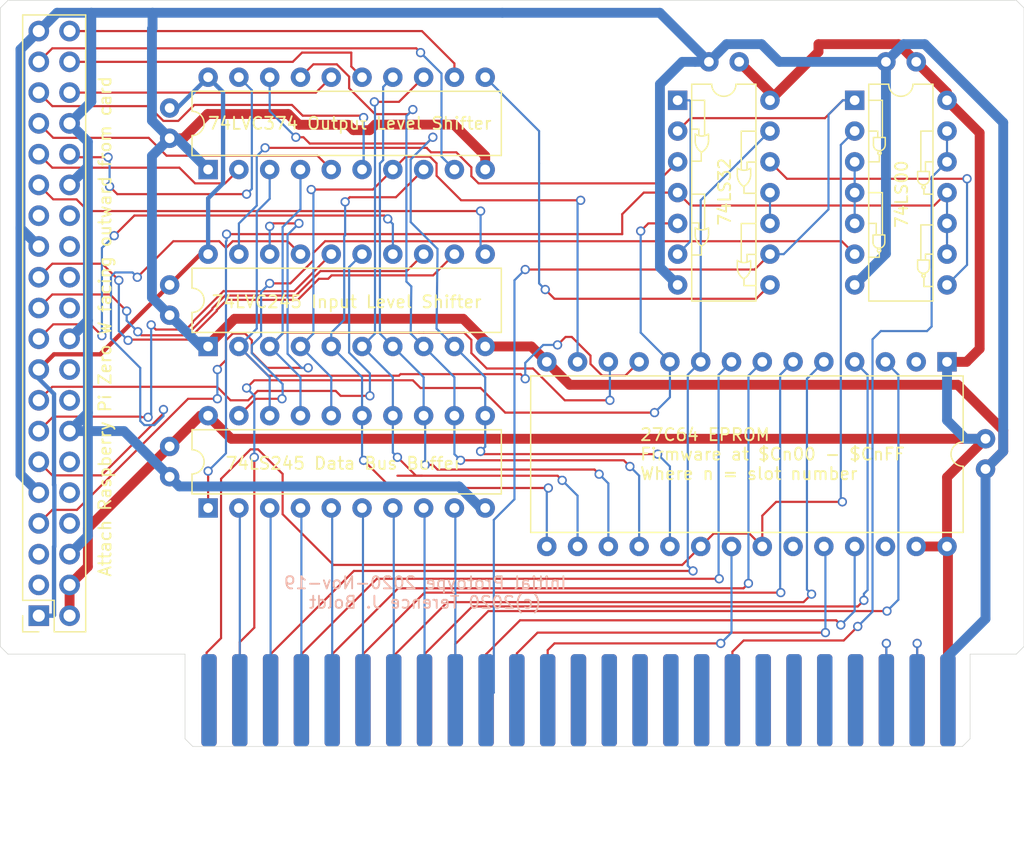
<source format=kicad_pcb>
(kicad_pcb (version 20171130) (host pcbnew 5.1.5+dfsg1-2build2)

  (general
    (thickness 1.6)
    (drawings 78)
    (tracks 764)
    (zones 0)
    (modules 14)
    (nets 97)
  )

  (page USLetter)
  (title_block
    (title "Apple II I/O RPi")
    (date 2020-11-19)
    (rev 0.1)
    (company "Terence J. Boldt")
  )

  (layers
    (0 F.Cu signal)
    (31 B.Cu signal)
    (32 B.Adhes user hide)
    (33 F.Adhes user hide)
    (34 B.Paste user hide)
    (35 F.Paste user hide)
    (36 B.SilkS user)
    (37 F.SilkS user)
    (38 B.Mask user hide)
    (39 F.Mask user hide)
    (40 Dwgs.User user hide)
    (41 Cmts.User user hide)
    (42 Eco1.User user hide)
    (43 Eco2.User user hide)
    (44 Edge.Cuts user)
    (45 Margin user hide)
    (46 B.CrtYd user hide)
    (47 F.CrtYd user hide)
    (48 B.Fab user hide)
    (49 F.Fab user hide)
  )

  (setup
    (last_trace_width 0.1778)
    (trace_clearance 0.1778)
    (zone_clearance 0.508)
    (zone_45_only no)
    (trace_min 0.1778)
    (via_size 0.762)
    (via_drill 0.50038)
    (via_min_size 0.4)
    (via_min_drill 0.3)
    (uvia_size 0.3)
    (uvia_drill 0.1)
    (uvias_allowed no)
    (uvia_min_size 0.2)
    (uvia_min_drill 0.1)
    (edge_width 0.05)
    (segment_width 0.2)
    (pcb_text_width 0.3)
    (pcb_text_size 1.5 1.5)
    (mod_edge_width 0.12)
    (mod_text_size 1 1)
    (mod_text_width 0.15)
    (pad_size 1.524 1.524)
    (pad_drill 0.762)
    (pad_to_mask_clearance 0.051)
    (solder_mask_min_width 0.25)
    (aux_axis_origin 0 0)
    (visible_elements FFFFFF7F)
    (pcbplotparams
      (layerselection 0x010f0_ffffffff)
      (usegerberextensions false)
      (usegerberattributes false)
      (usegerberadvancedattributes false)
      (creategerberjobfile false)
      (excludeedgelayer true)
      (linewidth 0.100000)
      (plotframeref false)
      (viasonmask false)
      (mode 1)
      (useauxorigin false)
      (hpglpennumber 1)
      (hpglpenspeed 20)
      (hpglpendiameter 15.000000)
      (psnegative false)
      (psa4output false)
      (plotreference true)
      (plotvalue true)
      (plotinvisibletext false)
      (padsonsilk false)
      (subtractmaskfromsilk false)
      (outputformat 4)
      (mirror false)
      (drillshape 0)
      (scaleselection 1)
      (outputdirectory ""))
  )

  (net 0 "")
  (net 1 "Net-(U0-Pad15)")
  (net 2 "Net-(U1-Pad2)")
  (net 3 "Net-(U0-Pad14)")
  (net 4 "Net-(J0-Pad9)")
  (net 5 "Net-(U0-Pad13)")
  (net 6 "Net-(J0-Pad8)")
  (net 7 "Net-(U0-Pad12)")
  (net 8 "Net-(J0-Pad7)")
  (net 9 "Net-(U0-Pad11)")
  (net 10 "Net-(J0-Pad6)")
  (net 11 "Net-(J0-Pad1)")
  (net 12 "Net-(J0-Pad5)")
  (net 13 "Net-(J0-Pad12)")
  (net 14 "Net-(J0-Pad4)")
  (net 15 "Net-(J0-Pad3)")
  (net 16 "Net-(U1-Pad23)")
  (net 17 "Net-(J0-Pad2)")
  (net 18 "Net-(J0-Pad11)")
  (net 19 "Net-(U0-Pad18)")
  (net 20 "Net-(J0-Pad10)")
  (net 21 "Net-(U0-Pad17)")
  (net 22 "Net-(U1-Pad26)")
  (net 23 "Net-(U0-Pad16)")
  (net 24 "Net-(J0-Pad13)")
  (net 25 "Net-(J0-Pad14)")
  (net 26 "Net-(J0-Pad15)")
  (net 27 "Net-(J0-Pad16)")
  (net 28 "Net-(J0-Pad17)")
  (net 29 "Net-(J0-Pad18)")
  (net 30 "Net-(J0-Pad19)")
  (net 31 "Net-(J0-Pad20)")
  (net 32 "Net-(J0-Pad21)")
  (net 33 "Net-(J0-Pad22)")
  (net 34 "Net-(J0-Pad23)")
  (net 35 "Net-(J0-Pad24)")
  (net 36 "Net-(J0-Pad29)")
  (net 37 "Net-(J0-Pad30)")
  (net 38 "Net-(J0-Pad31)")
  (net 39 "Net-(J0-Pad32)")
  (net 40 "Net-(J0-Pad33)")
  (net 41 "Net-(J0-Pad34)")
  (net 42 "Net-(J0-Pad35)")
  (net 43 "Net-(J0-Pad36)")
  (net 44 "Net-(J0-Pad37)")
  (net 45 "Net-(J0-Pad38)")
  (net 46 "Net-(J0-Pad39)")
  (net 47 "Net-(J0-Pad40)")
  (net 48 "Net-(J0-Pad43)")
  (net 49 "Net-(J0-Pad44)")
  (net 50 "Net-(J0-Pad45)")
  (net 51 "Net-(J0-Pad46)")
  (net 52 "Net-(J0-Pad47)")
  (net 53 "Net-(J0-Pad48)")
  (net 54 "Net-(J0-Pad49)")
  (net 55 "Net-(J0-Pad50)")
  (net 56 "Net-(J1-Pad3)")
  (net 57 "Net-(J1-Pad5)")
  (net 58 "Net-(J1-Pad7)")
  (net 59 "Net-(J1-Pad8)")
  (net 60 "Net-(J1-Pad10)")
  (net 61 "Net-(J1-Pad11)")
  (net 62 "Net-(J1-Pad12)")
  (net 63 "Net-(J1-Pad13)")
  (net 64 "Net-(J1-Pad15)")
  (net 65 "Net-(J1-Pad16)")
  (net 66 "Net-(J1-Pad18)")
  (net 67 "Net-(J1-Pad19)")
  (net 68 "Net-(J1-Pad21)")
  (net 69 "Net-(J1-Pad22)")
  (net 70 "Net-(J1-Pad23)")
  (net 71 "Net-(J1-Pad24)")
  (net 72 "Net-(J1-Pad26)")
  (net 73 "Net-(J1-Pad27)")
  (net 74 "Net-(J1-Pad28)")
  (net 75 "Net-(J1-Pad29)")
  (net 76 "Net-(J1-Pad31)")
  (net 77 "Net-(J1-Pad32)")
  (net 78 "Net-(J1-Pad33)")
  (net 79 "Net-(J1-Pad35)")
  (net 80 "Net-(J1-Pad36)")
  (net 81 "Net-(J1-Pad37)")
  (net 82 "Net-(J1-Pad38)")
  (net 83 "Net-(J1-Pad40)")
  (net 84 "Net-(U0-Pad1)")
  (net 85 "Net-(J0-Pad42)")
  (net 86 "Net-(U0-Pad19)")
  (net 87 "Net-(U2-Pad3)")
  (net 88 "Net-(U2-Pad8)")
  (net 89 "Net-(J0-Pad41)")
  (net 90 "Net-(U3-Pad1)")
  (net 91 "Net-(U3-Pad10)")
  (net 92 "Net-(C1-Pad2)")
  (net 93 "Net-(C1-Pad1)")
  (net 94 "Net-(C5-Pad1)")
  (net 95 "Net-(U3-Pad3)")
  (net 96 "Net-(U3-Pad8)")

  (net_class Default "This is the default net class."
    (clearance 0.1778)
    (trace_width 0.1778)
    (via_dia 0.762)
    (via_drill 0.50038)
    (uvia_dia 0.3)
    (uvia_drill 0.1)
    (add_net "Net-(J0-Pad1)")
    (add_net "Net-(J0-Pad10)")
    (add_net "Net-(J0-Pad11)")
    (add_net "Net-(J0-Pad12)")
    (add_net "Net-(J0-Pad13)")
    (add_net "Net-(J0-Pad14)")
    (add_net "Net-(J0-Pad15)")
    (add_net "Net-(J0-Pad16)")
    (add_net "Net-(J0-Pad17)")
    (add_net "Net-(J0-Pad18)")
    (add_net "Net-(J0-Pad19)")
    (add_net "Net-(J0-Pad2)")
    (add_net "Net-(J0-Pad20)")
    (add_net "Net-(J0-Pad21)")
    (add_net "Net-(J0-Pad22)")
    (add_net "Net-(J0-Pad23)")
    (add_net "Net-(J0-Pad24)")
    (add_net "Net-(J0-Pad29)")
    (add_net "Net-(J0-Pad3)")
    (add_net "Net-(J0-Pad30)")
    (add_net "Net-(J0-Pad31)")
    (add_net "Net-(J0-Pad32)")
    (add_net "Net-(J0-Pad33)")
    (add_net "Net-(J0-Pad34)")
    (add_net "Net-(J0-Pad35)")
    (add_net "Net-(J0-Pad36)")
    (add_net "Net-(J0-Pad37)")
    (add_net "Net-(J0-Pad38)")
    (add_net "Net-(J0-Pad39)")
    (add_net "Net-(J0-Pad4)")
    (add_net "Net-(J0-Pad40)")
    (add_net "Net-(J0-Pad41)")
    (add_net "Net-(J0-Pad42)")
    (add_net "Net-(J0-Pad43)")
    (add_net "Net-(J0-Pad44)")
    (add_net "Net-(J0-Pad45)")
    (add_net "Net-(J0-Pad46)")
    (add_net "Net-(J0-Pad47)")
    (add_net "Net-(J0-Pad48)")
    (add_net "Net-(J0-Pad49)")
    (add_net "Net-(J0-Pad5)")
    (add_net "Net-(J0-Pad50)")
    (add_net "Net-(J0-Pad6)")
    (add_net "Net-(J0-Pad7)")
    (add_net "Net-(J0-Pad8)")
    (add_net "Net-(J0-Pad9)")
    (add_net "Net-(J1-Pad10)")
    (add_net "Net-(J1-Pad11)")
    (add_net "Net-(J1-Pad12)")
    (add_net "Net-(J1-Pad13)")
    (add_net "Net-(J1-Pad15)")
    (add_net "Net-(J1-Pad16)")
    (add_net "Net-(J1-Pad18)")
    (add_net "Net-(J1-Pad19)")
    (add_net "Net-(J1-Pad21)")
    (add_net "Net-(J1-Pad22)")
    (add_net "Net-(J1-Pad23)")
    (add_net "Net-(J1-Pad24)")
    (add_net "Net-(J1-Pad26)")
    (add_net "Net-(J1-Pad27)")
    (add_net "Net-(J1-Pad28)")
    (add_net "Net-(J1-Pad29)")
    (add_net "Net-(J1-Pad3)")
    (add_net "Net-(J1-Pad31)")
    (add_net "Net-(J1-Pad32)")
    (add_net "Net-(J1-Pad33)")
    (add_net "Net-(J1-Pad35)")
    (add_net "Net-(J1-Pad36)")
    (add_net "Net-(J1-Pad37)")
    (add_net "Net-(J1-Pad38)")
    (add_net "Net-(J1-Pad40)")
    (add_net "Net-(J1-Pad5)")
    (add_net "Net-(J1-Pad7)")
    (add_net "Net-(J1-Pad8)")
    (add_net "Net-(U0-Pad1)")
    (add_net "Net-(U0-Pad11)")
    (add_net "Net-(U0-Pad12)")
    (add_net "Net-(U0-Pad13)")
    (add_net "Net-(U0-Pad14)")
    (add_net "Net-(U0-Pad15)")
    (add_net "Net-(U0-Pad16)")
    (add_net "Net-(U0-Pad17)")
    (add_net "Net-(U0-Pad18)")
    (add_net "Net-(U0-Pad19)")
    (add_net "Net-(U1-Pad2)")
    (add_net "Net-(U1-Pad23)")
    (add_net "Net-(U1-Pad26)")
    (add_net "Net-(U2-Pad3)")
    (add_net "Net-(U2-Pad8)")
    (add_net "Net-(U3-Pad1)")
    (add_net "Net-(U3-Pad10)")
    (add_net "Net-(U3-Pad3)")
    (add_net "Net-(U3-Pad8)")
  )

  (net_class 3V3 ""
    (clearance 0.1778)
    (trace_width 0.3556)
    (via_dia 0.762)
    (via_drill 0.50038)
    (uvia_dia 0.3)
    (uvia_drill 0.1)
    (add_net "Net-(C5-Pad1)")
  )

  (net_class 5V ""
    (clearance 0.254)
    (trace_width 0.8128)
    (via_dia 0.762)
    (via_drill 0.7112)
    (uvia_dia 0.3)
    (uvia_drill 0.1)
    (add_net "Net-(C1-Pad1)")
  )

  (net_class Ground ""
    (clearance 0.254)
    (trace_width 0.8128)
    (via_dia 0.762)
    (via_drill 0.7112)
    (uvia_dia 0.3)
    (uvia_drill 0.1)
    (add_net "Net-(C1-Pad2)")
  )

  (module Capacitor_THT:C_Disc_D3.8mm_W2.6mm_P2.50mm (layer F.Cu) (tedit 5FB6E1BD) (tstamp 5FB68750)
    (at 121.285 66.675 270)
    (descr "C, Disc series, Radial, pin pitch=2.50mm, , diameter*width=3.8*2.6mm^2, Capacitor, http://www.vishay.com/docs/45233/krseries.pdf")
    (tags "C Disc series Radial pin pitch 2.50mm  diameter 3.8mm width 2.6mm Capacitor")
    (path /5FB87862)
    (fp_text reference C6 (at 1.25 -2.55 270) (layer F.Fab)
      (effects (font (size 1 1) (thickness 0.15)))
    )
    (fp_text value C (at 1.25 2.55 270) (layer F.Fab)
      (effects (font (size 1 1) (thickness 0.15)))
    )
    (fp_text user %R (at 1.25 0 270) (layer F.Fab)
      (effects (font (size 0.76 0.76) (thickness 0.114)))
    )
    (fp_line (start 3.55 -1.55) (end -1.05 -1.55) (layer F.CrtYd) (width 0.05))
    (fp_line (start 3.55 1.55) (end 3.55 -1.55) (layer F.CrtYd) (width 0.05))
    (fp_line (start -1.05 1.55) (end 3.55 1.55) (layer F.CrtYd) (width 0.05))
    (fp_line (start -1.05 -1.55) (end -1.05 1.55) (layer F.CrtYd) (width 0.05))
    (fp_line (start 3.27 0.795) (end 3.27 1.42) (layer F.Fab) (width 0.12))
    (fp_line (start 3.27 -1.42) (end 3.27 -0.795) (layer F.Fab) (width 0.12))
    (fp_line (start -0.77 0.795) (end -0.77 1.42) (layer F.Fab) (width 0.12))
    (fp_line (start -0.77 -1.42) (end -0.77 -0.795) (layer F.Fab) (width 0.12))
    (fp_line (start -0.77 1.42) (end 3.27 1.42) (layer F.Fab) (width 0.12))
    (fp_line (start -0.77 -1.42) (end 3.27 -1.42) (layer F.Fab) (width 0.12))
    (fp_line (start 3.15 -1.3) (end -0.65 -1.3) (layer F.Fab) (width 0.1))
    (fp_line (start 3.15 1.3) (end 3.15 -1.3) (layer F.Fab) (width 0.1))
    (fp_line (start -0.65 1.3) (end 3.15 1.3) (layer F.Fab) (width 0.1))
    (fp_line (start -0.65 -1.3) (end -0.65 1.3) (layer F.Fab) (width 0.1))
    (pad 2 thru_hole circle (at 2.5 0 270) (size 1.6 1.6) (drill 0.8) (layers *.Cu *.Mask)
      (net 92 "Net-(C1-Pad2)"))
    (pad 1 thru_hole circle (at 0 0 270) (size 1.6 1.6) (drill 0.8) (layers *.Cu *.Mask)
      (net 94 "Net-(C5-Pad1)"))
    (model ${KISYS3DMOD}/Capacitor_THT.3dshapes/C_Disc_D3.8mm_W2.6mm_P2.50mm.wrl
      (at (xyz 0 0 0))
      (scale (xyz 1 1 1))
      (rotate (xyz 0 0 0))
    )
  )

  (module Capacitor_THT:C_Disc_D3.8mm_W2.6mm_P2.50mm (layer F.Cu) (tedit 5FB6E185) (tstamp 5FB6873B)
    (at 121.285 81.28 270)
    (descr "C, Disc series, Radial, pin pitch=2.50mm, , diameter*width=3.8*2.6mm^2, Capacitor, http://www.vishay.com/docs/45233/krseries.pdf")
    (tags "C Disc series Radial pin pitch 2.50mm  diameter 3.8mm width 2.6mm Capacitor")
    (path /5FB8694D)
    (fp_text reference C5 (at 1.25 -2.55 270) (layer F.Fab)
      (effects (font (size 1 1) (thickness 0.15)))
    )
    (fp_text value C (at 1.25 2.55 270) (layer F.Fab)
      (effects (font (size 1 1) (thickness 0.15)))
    )
    (fp_line (start -0.65 -1.3) (end -0.65 1.3) (layer F.Fab) (width 0.1))
    (fp_line (start -0.65 1.3) (end 3.15 1.3) (layer F.Fab) (width 0.1))
    (fp_line (start 3.15 1.3) (end 3.15 -1.3) (layer F.Fab) (width 0.1))
    (fp_line (start 3.15 -1.3) (end -0.65 -1.3) (layer F.Fab) (width 0.1))
    (fp_line (start -0.77 -1.42) (end 3.27 -1.42) (layer F.Fab) (width 0.12))
    (fp_line (start -0.77 1.42) (end 3.27 1.42) (layer F.Fab) (width 0.12))
    (fp_line (start -0.77 -1.42) (end -0.77 -0.795) (layer F.Fab) (width 0.12))
    (fp_line (start -0.77 0.795) (end -0.77 1.42) (layer F.Fab) (width 0.12))
    (fp_line (start 3.27 -1.42) (end 3.27 -0.795) (layer F.Fab) (width 0.12))
    (fp_line (start 3.27 0.795) (end 3.27 1.42) (layer F.Fab) (width 0.12))
    (fp_line (start -1.05 -1.55) (end -1.05 1.55) (layer F.CrtYd) (width 0.05))
    (fp_line (start -1.05 1.55) (end 3.55 1.55) (layer F.CrtYd) (width 0.05))
    (fp_line (start 3.55 1.55) (end 3.55 -1.55) (layer F.CrtYd) (width 0.05))
    (fp_line (start 3.55 -1.55) (end -1.05 -1.55) (layer F.CrtYd) (width 0.05))
    (fp_text user %R (at 1.25 0 270) (layer F.Fab)
      (effects (font (size 0.76 0.76) (thickness 0.114)))
    )
    (pad 1 thru_hole circle (at 0 0 270) (size 1.6 1.6) (drill 0.8) (layers *.Cu *.Mask)
      (net 94 "Net-(C5-Pad1)"))
    (pad 2 thru_hole circle (at 2.5 0 270) (size 1.6 1.6) (drill 0.8) (layers *.Cu *.Mask)
      (net 92 "Net-(C1-Pad2)"))
    (model ${KISYS3DMOD}/Capacitor_THT.3dshapes/C_Disc_D3.8mm_W2.6mm_P2.50mm.wrl
      (at (xyz 0 0 0))
      (scale (xyz 1 1 1))
      (rotate (xyz 0 0 0))
    )
  )

  (module Capacitor_THT:C_Disc_D3.8mm_W2.6mm_P2.50mm (layer F.Cu) (tedit 5FB6E13C) (tstamp 5FB686E7)
    (at 121.285 94.615 270)
    (descr "C, Disc series, Radial, pin pitch=2.50mm, , diameter*width=3.8*2.6mm^2, Capacitor, http://www.vishay.com/docs/45233/krseries.pdf")
    (tags "C Disc series Radial pin pitch 2.50mm  diameter 3.8mm width 2.6mm Capacitor")
    (path /5FB85911)
    (fp_text reference C1 (at 1.25 -2.55 270) (layer F.Fab)
      (effects (font (size 1 1) (thickness 0.15)))
    )
    (fp_text value C (at 1.25 2.55 270) (layer F.Fab)
      (effects (font (size 1 1) (thickness 0.15)))
    )
    (fp_text user %R (at 1.25 0 270) (layer F.Fab)
      (effects (font (size 0.76 0.76) (thickness 0.114)))
    )
    (fp_line (start 3.55 -1.55) (end -1.05 -1.55) (layer F.CrtYd) (width 0.05))
    (fp_line (start 3.55 1.55) (end 3.55 -1.55) (layer F.CrtYd) (width 0.05))
    (fp_line (start -1.05 1.55) (end 3.55 1.55) (layer F.CrtYd) (width 0.05))
    (fp_line (start -1.05 -1.55) (end -1.05 1.55) (layer F.CrtYd) (width 0.05))
    (fp_line (start 3.27 0.795) (end 3.27 1.42) (layer F.Fab) (width 0.12))
    (fp_line (start 3.27 -1.42) (end 3.27 -0.795) (layer F.Fab) (width 0.12))
    (fp_line (start -0.77 0.795) (end -0.77 1.42) (layer F.Fab) (width 0.12))
    (fp_line (start -0.77 -1.42) (end -0.77 -0.795) (layer F.Fab) (width 0.12))
    (fp_line (start -0.77 1.42) (end 3.27 1.42) (layer F.Fab) (width 0.12))
    (fp_line (start -0.77 -1.42) (end 3.27 -1.42) (layer F.Fab) (width 0.12))
    (fp_line (start 3.15 -1.3) (end -0.65 -1.3) (layer F.Fab) (width 0.1))
    (fp_line (start 3.15 1.3) (end 3.15 -1.3) (layer F.Fab) (width 0.1))
    (fp_line (start -0.65 1.3) (end 3.15 1.3) (layer F.Fab) (width 0.1))
    (fp_line (start -0.65 -1.3) (end -0.65 1.3) (layer F.Fab) (width 0.1))
    (pad 2 thru_hole circle (at 2.5 0 270) (size 1.6 1.6) (drill 0.8) (layers *.Cu *.Mask)
      (net 92 "Net-(C1-Pad2)"))
    (pad 1 thru_hole circle (at 0 0 270) (size 1.6 1.6) (drill 0.8) (layers *.Cu *.Mask)
      (net 93 "Net-(C1-Pad1)"))
    (model ${KISYS3DMOD}/Capacitor_THT.3dshapes/C_Disc_D3.8mm_W2.6mm_P2.50mm.wrl
      (at (xyz 0 0 0))
      (scale (xyz 1 1 1))
      (rotate (xyz 0 0 0))
    )
  )

  (module "Apple2:Apple II Expansion Edge Connector" (layer F.Cu) (tedit 5FB6E0FA) (tstamp 5FB687BE)
    (at 138.505001 110.49)
    (path /5FA0A8C3)
    (fp_text reference J0 (at 0 0.5) (layer F.Fab)
      (effects (font (size 1 1) (thickness 0.15)))
    )
    (fp_text value "Apple II Expansion Bus" (at 9.652 -5.08) (layer F.Fab)
      (effects (font (size 1 1) (thickness 0.15)))
    )
    (fp_text user "26 GND" (at 45.974 10.922 45) (layer F.Fab)
      (effects (font (size 0.762 0.762) (thickness 0.127)))
    )
    (fp_text user "27 DMA IN" (at 42.799 11.43 45) (layer F.Fab)
      (effects (font (size 0.762 0.762) (thickness 0.127)))
    )
    (fp_text user "28 INT IN" (at 40.386 11.303 45) (layer F.Fab)
      (effects (font (size 0.762 0.762) (thickness 0.127)))
    )
    (fp_text user "29 _NMI" (at 38.1 10.922 45) (layer F.Fab)
      (effects (font (size 0.762 0.762) (thickness 0.127)))
    )
    (fp_text user "30 _IRQ" (at 35.687 10.922 45) (layer F.Fab)
      (effects (font (size 0.762 0.762) (thickness 0.127)))
    )
    (fp_text user "31 _RES" (at 33.02 10.922 45) (layer F.Fab)
      (effects (font (size 0.762 0.762) (thickness 0.127)))
    )
    (fp_text user "32 _INH" (at 30.607 10.922 45) (layer F.Fab)
      (effects (font (size 0.762 0.762) (thickness 0.127)))
    )
    (fp_text user "33 -12V" (at 27.813 11.176 45) (layer F.Fab)
      (effects (font (size 0.762 0.762) (thickness 0.127)))
    )
    (fp_text user "34 -5V" (at 25.527 10.922 45) (layer F.Fab)
      (effects (font (size 0.762 0.762) (thickness 0.127)))
    )
    (fp_text user "35 N.C." (at 23.368 10.541 45) (layer F.Fab)
      (effects (font (size 0.762 0.762) (thickness 0.127)))
    )
    (fp_text user "36 7M" (at 20.701 10.541 45) (layer F.Fab)
      (effects (font (size 0.762 0.762) (thickness 0.127)))
    )
    (fp_text user "37 Q3" (at 18.161 10.541 45) (layer F.Fab)
      (effects (font (size 0.762 0.762) (thickness 0.127)))
    )
    (fp_text user "38 @1" (at 15.621 10.541 45) (layer F.Fab)
      (effects (font (size 0.762 0.762) (thickness 0.127)))
    )
    (fp_text user "39 USER 1" (at 12.192 11.43 45) (layer F.Fab)
      (effects (font (size 0.762 0.762) (thickness 0.127)))
    )
    (fp_text user "40 @0" (at 10.414 10.541 45) (layer F.Fab)
      (effects (font (size 0.762 0.762) (thickness 0.127)))
    )
    (fp_text user "41 _DEVICE SELECT" (at 5.334 13.335 45) (layer F.Fab)
      (effects (font (size 0.762 0.762) (thickness 0.127)))
    )
    (fp_text user "42 D7" (at 5.461 10.541 45) (layer F.Fab)
      (effects (font (size 0.762 0.762) (thickness 0.127)))
    )
    (fp_text user "43 D6" (at 2.921 10.541 45) (layer F.Fab)
      (effects (font (size 0.762 0.762) (thickness 0.127)))
    )
    (fp_text user "44 D5" (at 0.508 10.541 45) (layer F.Fab)
      (effects (font (size 0.762 0.762) (thickness 0.127)))
    )
    (fp_text user "45 D4" (at -2.159 10.541 45) (layer F.Fab)
      (effects (font (size 0.762 0.762) (thickness 0.127)))
    )
    (fp_text user "46 D3" (at -4.699 10.541 45) (layer F.Fab)
      (effects (font (size 0.762 0.762) (thickness 0.127)))
    )
    (fp_text user "47 D2" (at -7.239 10.541 45) (layer F.Fab)
      (effects (font (size 0.762 0.762) (thickness 0.127)))
    )
    (fp_text user "48 D1" (at -9.906 10.541 45) (layer F.Fab)
      (effects (font (size 0.762 0.762) (thickness 0.127)))
    )
    (fp_text user "25 +5V" (at 48.26 -0.635 45) (layer F.Fab)
      (effects (font (size 0.762 0.762) (thickness 0.127)))
    )
    (fp_text user "24 DMA OUT" (at 46.609 -1.524 45) (layer F.Fab)
      (effects (font (size 0.762 0.762) (thickness 0.127)))
    )
    (fp_text user "23 INT OUT" (at 43.942 -1.397 45) (layer F.Fab)
      (effects (font (size 0.762 0.762) (thickness 0.127)))
    )
    (fp_text user "22 _DMA" (at 40.767 -0.762 45) (layer F.Fab)
      (effects (font (size 0.762 0.762) (thickness 0.127)))
    )
    (fp_text user "21 RDY" (at 37.973 -0.508 45) (layer F.Fab)
      (effects (font (size 0.762 0.762) (thickness 0.127)))
    )
    (fp_text user "20 _I/O STROBE" (at 37.084 -2.413 45) (layer F.Fab)
      (effects (font (size 0.762 0.762) (thickness 0.127)))
    )
    (fp_text user "19 N.C." (at 32.893 -0.635 45) (layer F.Fab)
      (effects (font (size 0.762 0.762) (thickness 0.127)))
    )
    (fp_text user "18 R/W" (at 30.48 -0.635 45) (layer F.Fab)
      (effects (font (size 0.762 0.762) (thickness 0.127)))
    )
    (fp_text user "16 A14" (at 25.273 -0.508 45) (layer F.Fab)
      (effects (font (size 0.762 0.762) (thickness 0.127)))
    )
    (fp_text user "17 A15" (at 27.813 -0.508 45) (layer F.Fab)
      (effects (font (size 0.762 0.762) (thickness 0.127)))
    )
    (fp_text user "14 A12" (at 20.193 -0.508 45) (layer F.Fab)
      (effects (font (size 0.762 0.762) (thickness 0.127)))
    )
    (fp_text user "15 A13" (at 22.733 -0.508 45) (layer F.Fab)
      (effects (font (size 0.762 0.762) (thickness 0.127)))
    )
    (fp_text user "13 A11" (at 17.653 -0.508 45) (layer F.Fab)
      (effects (font (size 0.762 0.762) (thickness 0.127)))
    )
    (fp_text user "12 A10" (at 15.113 -0.508 45) (layer F.Fab)
      (effects (font (size 0.762 0.762) (thickness 0.127)))
    )
    (fp_text user "11 A9" (at 12.319 -0.254 45) (layer F.Fab)
      (effects (font (size 0.762 0.762) (thickness 0.127)))
    )
    (fp_text user "10 A8" (at 9.779 -0.254 45) (layer F.Fab)
      (effects (font (size 0.762 0.762) (thickness 0.127)))
    )
    (fp_poly (pts (xy 48.895 8.89) (xy 48.895 1.27) (xy -15.875 1.27) (xy -15.875 8.89)) (layer B.Mask) (width 0.15))
    (fp_poly (pts (xy 48.895 8.89) (xy 48.895 1.27) (xy -15.875 1.27) (xy -15.875 8.89)) (layer F.Mask) (width 0.15))
    (fp_text user "50 +12V" (at -15.494 11.43 45) (layer F.Fab)
      (effects (font (size 0.762 0.762) (thickness 0.127)))
    )
    (fp_text user "1 _I/O SELECT" (at -11.303 -2.032 45) (layer F.Fab)
      (effects (font (size 0.762 0.762) (thickness 0.127)))
    )
    (fp_text user "3 A1" (at -8.128 -0.127 45) (layer F.Fab)
      (effects (font (size 0.762 0.762) (thickness 0.127)))
    )
    (fp_text user "5 A3" (at -3.048 0 45) (layer F.Fab)
      (effects (font (size 0.762 0.762) (thickness 0.127)))
    )
    (fp_text user "4 A2" (at -5.588 0.127 45) (layer F.Fab)
      (effects (font (size 0.762 0.762) (thickness 0.127)))
    )
    (fp_text user "49 D0" (at -12.446 10.668 45) (layer F.Fab)
      (effects (font (size 0.762 0.762) (thickness 0.127)))
    )
    (fp_text user "2 A0" (at -10.668 -0.127 45) (layer F.Fab)
      (effects (font (size 0.762 0.762) (thickness 0.127)))
    )
    (fp_text user "8 A6" (at 4.445 0 45) (layer F.Fab)
      (effects (font (size 0.762 0.762) (thickness 0.127)))
    )
    (fp_text user "6 A4" (at -0.635 0 45) (layer F.Fab)
      (effects (font (size 0.762 0.762) (thickness 0.127)))
    )
    (fp_text user "9 A7" (at 6.985 0 45) (layer F.Fab)
      (effects (font (size 0.762 0.762) (thickness 0.127)))
    )
    (fp_text user "7 A5" (at 1.905 0 45) (layer F.Fab)
      (effects (font (size 0.762 0.762) (thickness 0.127)))
    )
    (fp_line (start -15.875 1.27) (end -16.51 1.27) (layer F.Fab) (width 0.15))
    (fp_line (start -15.875 7.62) (end -15.875 1.27) (layer F.Fab) (width 0.15))
    (fp_line (start 48.895 1.27) (end 49.53 1.27) (layer F.Fab) (width 0.15))
    (fp_line (start 48.895 7.62) (end 48.895 1.27) (layer F.Fab) (width 0.15))
    (pad 50 connect roundrect (at -13.97 5.08) (size 1.27 7.62) (layers B.Cu B.Mask) (roundrect_rratio 0.25)
      (net 55 "Net-(J0-Pad50)"))
    (pad 49 connect roundrect (at -11.43 5.08) (size 1.27 7.62) (layers B.Cu B.Mask) (roundrect_rratio 0.25)
      (net 54 "Net-(J0-Pad49)"))
    (pad 48 connect roundrect (at -8.89 5.08) (size 1.27 7.62) (layers B.Cu B.Mask) (roundrect_rratio 0.25)
      (net 53 "Net-(J0-Pad48)"))
    (pad 47 connect roundrect (at -6.35 5.08) (size 1.27 7.62) (layers B.Cu B.Mask) (roundrect_rratio 0.25)
      (net 52 "Net-(J0-Pad47)"))
    (pad 46 connect roundrect (at -3.81 5.08) (size 1.27 7.62) (layers B.Cu B.Mask) (roundrect_rratio 0.25)
      (net 51 "Net-(J0-Pad46)"))
    (pad 45 connect roundrect (at -1.27 5.08) (size 1.27 7.62) (layers B.Cu B.Mask) (roundrect_rratio 0.25)
      (net 50 "Net-(J0-Pad45)"))
    (pad 44 connect roundrect (at 1.27 5.08) (size 1.27 7.62) (layers B.Cu B.Mask) (roundrect_rratio 0.25)
      (net 49 "Net-(J0-Pad44)"))
    (pad 43 connect roundrect (at 3.81 5.08) (size 1.27 7.62) (layers B.Cu B.Mask) (roundrect_rratio 0.25)
      (net 48 "Net-(J0-Pad43)"))
    (pad 42 connect roundrect (at 6.35 5.08) (size 1.27 7.62) (layers B.Cu B.Mask) (roundrect_rratio 0.25)
      (net 85 "Net-(J0-Pad42)"))
    (pad 41 connect roundrect (at 8.89 5.08) (size 1.27 7.62) (layers B.Cu B.Mask) (roundrect_rratio 0.25)
      (net 89 "Net-(J0-Pad41)"))
    (pad 40 connect roundrect (at 11.43 5.08) (size 1.27 7.62) (layers B.Cu B.Mask) (roundrect_rratio 0.25)
      (net 47 "Net-(J0-Pad40)"))
    (pad 39 connect roundrect (at 13.97 5.08) (size 1.27 7.62) (layers B.Cu B.Mask) (roundrect_rratio 0.25)
      (net 46 "Net-(J0-Pad39)"))
    (pad 37 connect roundrect (at 19.05 5.08) (size 1.27 7.62) (layers B.Cu B.Mask) (roundrect_rratio 0.25)
      (net 44 "Net-(J0-Pad37)"))
    (pad 38 connect roundrect (at 16.51 5.08) (size 1.27 7.62) (layers B.Cu B.Mask) (roundrect_rratio 0.25)
      (net 45 "Net-(J0-Pad38)"))
    (pad 36 connect roundrect (at 21.59 5.08) (size 1.27 7.62) (layers B.Cu B.Mask) (roundrect_rratio 0.25)
      (net 43 "Net-(J0-Pad36)"))
    (pad 35 connect roundrect (at 24.13 5.08) (size 1.27 7.62) (layers B.Cu B.Mask) (roundrect_rratio 0.25)
      (net 42 "Net-(J0-Pad35)"))
    (pad 34 connect roundrect (at 26.67 5.08) (size 1.27 7.62) (layers B.Cu B.Mask) (roundrect_rratio 0.25)
      (net 41 "Net-(J0-Pad34)"))
    (pad 33 connect roundrect (at 29.21 5.08) (size 1.27 7.62) (layers B.Cu B.Mask) (roundrect_rratio 0.25)
      (net 40 "Net-(J0-Pad33)"))
    (pad 32 connect roundrect (at 31.75 5.08) (size 1.27 7.62) (layers B.Cu B.Mask) (roundrect_rratio 0.25)
      (net 39 "Net-(J0-Pad32)"))
    (pad 31 connect roundrect (at 34.29 5.08) (size 1.27 7.62) (layers B.Cu B.Mask) (roundrect_rratio 0.25)
      (net 38 "Net-(J0-Pad31)"))
    (pad 30 connect roundrect (at 36.83 5.08) (size 1.27 7.62) (layers B.Cu B.Mask) (roundrect_rratio 0.25)
      (net 37 "Net-(J0-Pad30)"))
    (pad 29 connect roundrect (at 39.37 5.08) (size 1.27 7.62) (layers B.Cu B.Mask) (roundrect_rratio 0.25)
      (net 36 "Net-(J0-Pad29)"))
    (pad 28 connect roundrect (at 41.91 5.08) (size 1.27 7.62) (layers B.Cu B.Mask) (roundrect_rratio 0.25)
      (net 34 "Net-(J0-Pad23)"))
    (pad 27 connect roundrect (at 44.45 5.08) (size 1.27 7.62) (layers B.Cu B.Mask) (roundrect_rratio 0.25)
      (net 35 "Net-(J0-Pad24)"))
    (pad 26 connect roundrect (at 46.99 5.08) (size 1.27 7.62) (layers B.Cu B.Mask) (roundrect_rratio 0.25)
      (net 92 "Net-(C1-Pad2)"))
    (pad 25 connect roundrect (at 46.99 5.08) (size 1.27 7.62) (layers F.Cu F.Mask) (roundrect_rratio 0.25)
      (net 93 "Net-(C1-Pad1)"))
    (pad 24 connect roundrect (at 44.45 5.08) (size 1.27 7.62) (layers F.Cu F.Mask) (roundrect_rratio 0.25)
      (net 35 "Net-(J0-Pad24)"))
    (pad 23 connect roundrect (at 41.91 5.08) (size 1.27 7.62) (layers F.Cu F.Mask) (roundrect_rratio 0.25)
      (net 34 "Net-(J0-Pad23)"))
    (pad 22 connect roundrect (at 39.37 5.08) (size 1.27 7.62) (layers F.Cu F.Mask) (roundrect_rratio 0.25)
      (net 33 "Net-(J0-Pad22)"))
    (pad 21 connect roundrect (at 36.83 5.08) (size 1.27 7.62) (layers F.Cu F.Mask) (roundrect_rratio 0.25)
      (net 32 "Net-(J0-Pad21)"))
    (pad 20 connect roundrect (at 34.29 5.08) (size 1.27 7.62) (layers F.Cu F.Mask) (roundrect_rratio 0.25)
      (net 31 "Net-(J0-Pad20)"))
    (pad 19 connect roundrect (at 31.75 5.08) (size 1.27 7.62) (layers F.Cu F.Mask) (roundrect_rratio 0.25)
      (net 30 "Net-(J0-Pad19)"))
    (pad 18 connect roundrect (at 29.21 5.08) (size 1.27 7.62) (layers F.Cu F.Mask) (roundrect_rratio 0.25)
      (net 29 "Net-(J0-Pad18)"))
    (pad 17 connect roundrect (at 26.67 5.08) (size 1.27 7.62) (layers F.Cu F.Mask) (roundrect_rratio 0.25)
      (net 28 "Net-(J0-Pad17)"))
    (pad 16 connect roundrect (at 24.13 5.08) (size 1.27 7.62) (layers F.Cu F.Mask) (roundrect_rratio 0.25)
      (net 27 "Net-(J0-Pad16)"))
    (pad 15 connect roundrect (at 21.59 5.08) (size 1.27 7.62) (layers F.Cu F.Mask) (roundrect_rratio 0.25)
      (net 26 "Net-(J0-Pad15)"))
    (pad 14 connect roundrect (at 19.05 5.08) (size 1.27 7.62) (layers F.Cu F.Mask) (roundrect_rratio 0.25)
      (net 25 "Net-(J0-Pad14)"))
    (pad 13 connect roundrect (at 16.51 5.08) (size 1.27 7.62) (layers F.Cu F.Mask) (roundrect_rratio 0.25)
      (net 24 "Net-(J0-Pad13)"))
    (pad 12 connect roundrect (at 13.97 5.08) (size 1.27 7.62) (layers F.Cu F.Mask) (roundrect_rratio 0.25)
      (net 13 "Net-(J0-Pad12)"))
    (pad 11 connect roundrect (at 11.43 5.08) (size 1.27 7.62) (layers F.Cu F.Mask) (roundrect_rratio 0.25)
      (net 18 "Net-(J0-Pad11)"))
    (pad 10 connect roundrect (at 8.89 5.08) (size 1.27 7.62) (layers F.Cu F.Mask) (roundrect_rratio 0.25)
      (net 20 "Net-(J0-Pad10)"))
    (pad 9 connect roundrect (at 6.35 5.08) (size 1.27 7.62) (layers F.Cu F.Mask) (roundrect_rratio 0.25)
      (net 4 "Net-(J0-Pad9)"))
    (pad 8 connect roundrect (at 3.81 5.08) (size 1.27 7.62) (layers F.Cu F.Mask) (roundrect_rratio 0.25)
      (net 6 "Net-(J0-Pad8)"))
    (pad 7 connect roundrect (at 1.27 5.08) (size 1.27 7.62) (layers F.Cu F.Mask) (roundrect_rratio 0.25)
      (net 8 "Net-(J0-Pad7)"))
    (pad 6 connect roundrect (at -1.27 5.08) (size 1.27 7.62) (layers F.Cu F.Mask) (roundrect_rratio 0.25)
      (net 10 "Net-(J0-Pad6)"))
    (pad 5 connect roundrect (at -3.81 5.08) (size 1.27 7.62) (layers F.Cu F.Mask) (roundrect_rratio 0.25)
      (net 12 "Net-(J0-Pad5)"))
    (pad 4 connect roundrect (at -6.35 5.08) (size 1.27 7.62) (layers F.Cu F.Mask) (roundrect_rratio 0.25)
      (net 14 "Net-(J0-Pad4)"))
    (pad 3 connect roundrect (at -8.89 5.08) (size 1.27 7.62) (layers F.Cu F.Mask) (roundrect_rratio 0.25)
      (net 15 "Net-(J0-Pad3)"))
    (pad 2 connect roundrect (at -11.43 5.08) (size 1.27 7.62) (layers F.Cu F.Mask) (roundrect_rratio 0.25)
      (net 17 "Net-(J0-Pad2)"))
    (pad 1 connect roundrect (at -13.97 5.08) (size 1.27 7.62) (layers F.Cu F.Mask) (roundrect_rratio 0.25)
      (net 11 "Net-(J0-Pad1)"))
  )

  (module Capacitor_THT:C_Disc_D3.8mm_W2.6mm_P2.50mm (layer F.Cu) (tedit 5FB6AB23) (tstamp 5FB68726)
    (at 168.275 62.865 180)
    (descr "C, Disc series, Radial, pin pitch=2.50mm, , diameter*width=3.8*2.6mm^2, Capacitor, http://www.vishay.com/docs/45233/krseries.pdf")
    (tags "C Disc series Radial pin pitch 2.50mm  diameter 3.8mm width 2.6mm Capacitor")
    (path /5FB82906)
    (fp_text reference C4 (at 1.25 -2.55) (layer F.Fab)
      (effects (font (size 1 1) (thickness 0.15)))
    )
    (fp_text value C (at 1.25 2.55) (layer F.Fab)
      (effects (font (size 1 1) (thickness 0.15)))
    )
    (fp_text user %R (at 1.25 0) (layer F.Fab)
      (effects (font (size 0.76 0.76) (thickness 0.114)))
    )
    (fp_line (start 3.55 -1.55) (end -1.05 -1.55) (layer F.CrtYd) (width 0.05))
    (fp_line (start 3.55 1.55) (end 3.55 -1.55) (layer F.CrtYd) (width 0.05))
    (fp_line (start -1.05 1.55) (end 3.55 1.55) (layer F.CrtYd) (width 0.05))
    (fp_line (start -1.05 -1.55) (end -1.05 1.55) (layer F.CrtYd) (width 0.05))
    (fp_line (start 3.27 0.795) (end 3.27 1.42) (layer F.Fab) (width 0.12))
    (fp_line (start 3.27 -1.42) (end 3.27 -0.795) (layer F.Fab) (width 0.12))
    (fp_line (start -0.77 0.795) (end -0.77 1.42) (layer F.Fab) (width 0.12))
    (fp_line (start -0.77 -1.42) (end -0.77 -0.795) (layer F.Fab) (width 0.12))
    (fp_line (start -0.77 1.42) (end 3.27 1.42) (layer F.Fab) (width 0.12))
    (fp_line (start -0.77 -1.42) (end 3.27 -1.42) (layer F.Fab) (width 0.12))
    (fp_line (start 3.15 -1.3) (end -0.65 -1.3) (layer F.Fab) (width 0.1))
    (fp_line (start 3.15 1.3) (end 3.15 -1.3) (layer F.Fab) (width 0.1))
    (fp_line (start -0.65 1.3) (end 3.15 1.3) (layer F.Fab) (width 0.1))
    (fp_line (start -0.65 -1.3) (end -0.65 1.3) (layer F.Fab) (width 0.1))
    (pad 2 thru_hole circle (at 2.5 0 180) (size 1.6 1.6) (drill 0.8) (layers *.Cu *.Mask)
      (net 92 "Net-(C1-Pad2)"))
    (pad 1 thru_hole circle (at 0 0 180) (size 1.6 1.6) (drill 0.8) (layers *.Cu *.Mask)
      (net 93 "Net-(C1-Pad1)"))
    (model ${KISYS3DMOD}/Capacitor_THT.3dshapes/C_Disc_D3.8mm_W2.6mm_P2.50mm.wrl
      (at (xyz 0 0 0))
      (scale (xyz 1 1 1))
      (rotate (xyz 0 0 0))
    )
  )

  (module Package_DIP:DIP-14_W7.62mm (layer F.Cu) (tedit 5FB6A63A) (tstamp 5FB68898)
    (at 163.195 66.04)
    (descr "14-lead though-hole mounted DIP package, row spacing 7.62 mm (300 mils)")
    (tags "THT DIP DIL PDIP 2.54mm 7.62mm 300mil")
    (path /5FB50A31)
    (fp_text reference U3 (at 3.81 -2.33) (layer F.Fab)
      (effects (font (size 1 1) (thickness 0.15)))
    )
    (fp_text value 74LS32 (at 3.875 7.55 90) (layer F.SilkS)
      (effects (font (size 1 1) (thickness 0.15)))
    )
    (fp_arc (start 3.81 -1.33) (end 2.81 -1.33) (angle -180) (layer F.SilkS) (width 0.12))
    (fp_line (start 1.635 -1.27) (end 6.985 -1.27) (layer F.Fab) (width 0.1))
    (fp_line (start 6.985 -1.27) (end 6.985 16.51) (layer F.Fab) (width 0.1))
    (fp_line (start 6.985 16.51) (end 0.635 16.51) (layer F.Fab) (width 0.1))
    (fp_line (start 0.635 16.51) (end 0.635 -0.27) (layer F.Fab) (width 0.1))
    (fp_line (start 0.635 -0.27) (end 1.635 -1.27) (layer F.Fab) (width 0.1))
    (fp_line (start 2.81 -1.33) (end 1.16 -1.33) (layer F.SilkS) (width 0.12))
    (fp_line (start 1.16 -1.33) (end 1.16 16.57) (layer F.SilkS) (width 0.12))
    (fp_line (start 1.16 16.57) (end 6.46 16.57) (layer F.SilkS) (width 0.12))
    (fp_line (start 6.46 16.57) (end 6.46 -1.33) (layer F.SilkS) (width 0.12))
    (fp_line (start 6.46 -1.33) (end 4.81 -1.33) (layer F.SilkS) (width 0.12))
    (fp_line (start -1.1 -1.55) (end -1.1 16.8) (layer F.CrtYd) (width 0.05))
    (fp_line (start -1.1 16.8) (end 8.7 16.8) (layer F.CrtYd) (width 0.05))
    (fp_line (start 8.7 16.8) (end 8.7 -1.55) (layer F.CrtYd) (width 0.05))
    (fp_line (start 8.7 -1.55) (end -1.1 -1.55) (layer F.CrtYd) (width 0.05))
    (fp_arc (start 2 2) (end 1.450001 2.774999) (angle -69.47693483) (layer F.SilkS) (width 0.12))
    (fp_line (start 1.45 2.775) (end 1.45 3.35) (layer F.SilkS) (width 0.12))
    (fp_line (start 2.55 3.35) (end 2.55 2.8) (layer F.SilkS) (width 0.12))
    (fp_arc (start 2.55 3.35) (end 1.45 3.35) (angle -58.13402231) (layer F.SilkS) (width 0.12))
    (fp_arc (start 1.448537 3.320952) (end 2.548537 3.320952) (angle 62.8786966) (layer F.SilkS) (width 0.12))
    (fp_arc (start 5.475 4.825) (end 4.925001 5.599999) (angle -69.47693483) (layer F.SilkS) (width 0.12))
    (fp_arc (start 6.025 6.175) (end 4.925 6.175) (angle -58.13402231) (layer F.SilkS) (width 0.12))
    (fp_arc (start 4.923537 6.145952) (end 6.023537 6.145952) (angle 62.8786966) (layer F.SilkS) (width 0.12))
    (fp_line (start 6.025 6.175) (end 6.025 5.625) (layer F.SilkS) (width 0.12))
    (fp_line (start 4.925 5.6) (end 4.925 6.175) (layer F.SilkS) (width 0.12))
    (fp_line (start 1.175 2.375) (end 1.75 2.375) (layer F.SilkS) (width 0.12))
    (fp_line (start 1.75 2.375) (end 1.75 2.925) (layer F.SilkS) (width 0.12))
    (fp_line (start 2.225 2.875) (end 2.225 0) (layer F.SilkS) (width 0.12))
    (fp_line (start 2.225 0) (end 1.175 0) (layer F.SilkS) (width 0.12))
    (fp_line (start 1.95 4.275) (end 1.95 5.025) (layer F.SilkS) (width 0.12))
    (fp_line (start 1.95 5.025) (end 1.175 5.025) (layer F.SilkS) (width 0.12))
    (fp_line (start 5.475 7.15) (end 5.475 7.675) (layer F.SilkS) (width 0.12))
    (fp_line (start 5.475 7.675) (end 6.425 7.675) (layer F.SilkS) (width 0.12))
    (fp_line (start 6.45 5.1) (end 5.725 5.1) (layer F.SilkS) (width 0.12))
    (fp_line (start 5.725 5.1) (end 5.725 5.75) (layer F.SilkS) (width 0.12))
    (fp_line (start 6.45 2.55) (end 5.25 2.55) (layer F.SilkS) (width 0.12))
    (fp_line (start 5.25 2.55) (end 5.25 5.7) (layer F.SilkS) (width 0.12))
    (fp_line (start 1.95 12.772) (end 1.175 12.772) (layer F.SilkS) (width 0.12))
    (fp_line (start 1.95 12.022) (end 1.95 12.772) (layer F.SilkS) (width 0.12))
    (fp_line (start 2.225 7.747) (end 1.175 7.747) (layer F.SilkS) (width 0.12))
    (fp_line (start 2.225 10.622) (end 2.225 7.747) (layer F.SilkS) (width 0.12))
    (fp_line (start 1.75 10.122) (end 1.75 10.672) (layer F.SilkS) (width 0.12))
    (fp_line (start 1.175 10.122) (end 1.75 10.122) (layer F.SilkS) (width 0.12))
    (fp_arc (start 1.448537 11.067952) (end 2.548537 11.067952) (angle 62.8786966) (layer F.SilkS) (width 0.12))
    (fp_arc (start 2.55 11.097) (end 1.45 11.097) (angle -58.13402231) (layer F.SilkS) (width 0.12))
    (fp_line (start 2.55 11.097) (end 2.55 10.547) (layer F.SilkS) (width 0.12))
    (fp_line (start 1.45 10.522) (end 1.45 11.097) (layer F.SilkS) (width 0.12))
    (fp_arc (start 2 9.747) (end 1.450001 10.521999) (angle -69.47693483) (layer F.SilkS) (width 0.12))
    (fp_arc (start 5.475 12.445) (end 4.925001 13.219999) (angle -69.47693483) (layer F.SilkS) (width 0.12))
    (fp_line (start 4.925 13.22) (end 4.925 13.795) (layer F.SilkS) (width 0.12))
    (fp_line (start 6.025 13.795) (end 6.025 13.245) (layer F.SilkS) (width 0.12))
    (fp_arc (start 4.923537 13.765952) (end 6.023537 13.765952) (angle 62.8786966) (layer F.SilkS) (width 0.12))
    (fp_line (start 6.45 10.17) (end 5.25 10.17) (layer F.SilkS) (width 0.12))
    (fp_line (start 5.725 12.72) (end 5.725 13.37) (layer F.SilkS) (width 0.12))
    (fp_line (start 6.45 12.72) (end 5.725 12.72) (layer F.SilkS) (width 0.12))
    (fp_line (start 5.475 15.295) (end 6.425 15.295) (layer F.SilkS) (width 0.12))
    (fp_line (start 5.475 14.77) (end 5.475 15.295) (layer F.SilkS) (width 0.12))
    (fp_line (start 5.25 10.17) (end 5.25 13.32) (layer F.SilkS) (width 0.12))
    (fp_arc (start 6.025 13.795) (end 4.925 13.795) (angle -58.13402231) (layer F.SilkS) (width 0.12))
    (pad 1 thru_hole rect (at 0 0) (size 1.6 1.6) (drill 0.8) (layers *.Cu *.Mask)
      (net 90 "Net-(U3-Pad1)"))
    (pad 8 thru_hole oval (at 7.62 15.24) (size 1.6 1.6) (drill 0.8) (layers *.Cu *.Mask)
      (net 96 "Net-(U3-Pad8)"))
    (pad 2 thru_hole oval (at 0 2.54) (size 1.6 1.6) (drill 0.8) (layers *.Cu *.Mask)
      (net 89 "Net-(J0-Pad41)"))
    (pad 9 thru_hole oval (at 7.62 12.7) (size 1.6 1.6) (drill 0.8) (layers *.Cu *.Mask)
      (net 89 "Net-(J0-Pad41)"))
    (pad 3 thru_hole oval (at 0 5.08) (size 1.6 1.6) (drill 0.8) (layers *.Cu *.Mask)
      (net 95 "Net-(U3-Pad3)"))
    (pad 10 thru_hole oval (at 7.62 10.16) (size 1.6 1.6) (drill 0.8) (layers *.Cu *.Mask)
      (net 91 "Net-(U3-Pad10)"))
    (pad 4 thru_hole oval (at 0 7.62) (size 1.6 1.6) (drill 0.8) (layers *.Cu *.Mask)
      (net 84 "Net-(U0-Pad1)"))
    (pad 11 thru_hole oval (at 7.62 7.62) (size 1.6 1.6) (drill 0.8) (layers *.Cu *.Mask)
      (net 91 "Net-(U3-Pad10)"))
    (pad 5 thru_hole oval (at 0 10.16) (size 1.6 1.6) (drill 0.8) (layers *.Cu *.Mask)
      (net 17 "Net-(J0-Pad2)"))
    (pad 12 thru_hole oval (at 7.62 5.08) (size 1.6 1.6) (drill 0.8) (layers *.Cu *.Mask)
      (net 88 "Net-(U2-Pad8)"))
    (pad 6 thru_hole oval (at 0 12.7) (size 1.6 1.6) (drill 0.8) (layers *.Cu *.Mask)
      (net 90 "Net-(U3-Pad1)"))
    (pad 13 thru_hole oval (at 7.62 2.54) (size 1.6 1.6) (drill 0.8) (layers *.Cu *.Mask)
      (net 15 "Net-(J0-Pad3)"))
    (pad 7 thru_hole oval (at 0 15.24) (size 1.6 1.6) (drill 0.8) (layers *.Cu *.Mask)
      (net 92 "Net-(C1-Pad2)"))
    (pad 14 thru_hole oval (at 7.62 0) (size 1.6 1.6) (drill 0.8) (layers *.Cu *.Mask)
      (net 93 "Net-(C1-Pad1)"))
    (model ${KISYS3DMOD}/Package_DIP.3dshapes/DIP-14_W7.62mm.wrl
      (at (xyz 0 0 0))
      (scale (xyz 1 1 1))
      (rotate (xyz 0 0 0))
    )
  )

  (module Package_DIP:DIP-14_W7.62mm (layer F.Cu) (tedit 5FB69AA2) (tstamp 5FB68876)
    (at 177.8 66.04)
    (descr "14-lead though-hole mounted DIP package, row spacing 7.62 mm (300 mils)")
    (tags "THT DIP DIL PDIP 2.54mm 7.62mm 300mil")
    (path /5FD4E618)
    (fp_text reference U2 (at 3.81 -2.33) (layer F.Fab)
      (effects (font (size 1 1) (thickness 0.15)))
    )
    (fp_text value 74LS00 (at 3.875 7.75 90) (layer F.SilkS)
      (effects (font (size 1 1) (thickness 0.15)))
    )
    (fp_text user %R (at 3.81 7.62) (layer F.Fab)
      (effects (font (size 1 1) (thickness 0.15)))
    )
    (fp_line (start 8.7 -1.55) (end -1.1 -1.55) (layer F.CrtYd) (width 0.05))
    (fp_line (start 8.7 16.8) (end 8.7 -1.55) (layer F.CrtYd) (width 0.05))
    (fp_line (start -1.1 16.8) (end 8.7 16.8) (layer F.CrtYd) (width 0.05))
    (fp_line (start -1.1 -1.55) (end -1.1 16.8) (layer F.CrtYd) (width 0.05))
    (fp_line (start 6.46 -1.33) (end 4.81 -1.33) (layer F.SilkS) (width 0.12))
    (fp_line (start 6.46 16.57) (end 6.46 -1.33) (layer F.SilkS) (width 0.12))
    (fp_line (start 1.16 16.57) (end 6.46 16.57) (layer F.SilkS) (width 0.12))
    (fp_line (start 1.16 -1.33) (end 1.16 16.57) (layer F.SilkS) (width 0.12))
    (fp_line (start 2.81 -1.33) (end 1.16 -1.33) (layer F.SilkS) (width 0.12))
    (fp_line (start 0.635 -0.27) (end 1.635 -1.27) (layer F.Fab) (width 0.1))
    (fp_line (start 0.635 16.51) (end 0.635 -0.27) (layer F.Fab) (width 0.1))
    (fp_line (start 6.985 16.51) (end 0.635 16.51) (layer F.Fab) (width 0.1))
    (fp_line (start 6.985 -1.27) (end 6.985 16.51) (layer F.Fab) (width 0.1))
    (fp_line (start 1.635 -1.27) (end 6.985 -1.27) (layer F.Fab) (width 0.1))
    (fp_arc (start 3.81 -1.33) (end 2.81 -1.33) (angle -180) (layer F.SilkS) (width 0.12))
    (fp_line (start 1.55194 3.06832) (end 2.50444 3.06832) (layer F.SilkS) (width 0.12))
    (fp_line (start 1.5494 3.08102) (end 1.5494 3.66776) (layer F.SilkS) (width 0.12))
    (fp_arc (start 2.03454 3.683) (end 1.5494 3.683) (angle -182.7927024) (layer F.SilkS) (width 0.12))
    (fp_arc (start 2.04724 4.35864) (end 2.062479 4.221481) (angle -338.1228359) (layer F.SilkS) (width 0.12))
    (fp_line (start 2.52476 3.67538) (end 2.52476 3.0734) (layer F.SilkS) (width 0.12))
    (fp_arc (start 1.99898 11.72718) (end 1.51384 11.72718) (angle -182.7927024) (layer F.SilkS) (width 0.12))
    (fp_arc (start 2.01168 12.40282) (end 2.026919 12.265661) (angle -338.1228359) (layer F.SilkS) (width 0.12))
    (fp_line (start 1.51638 11.1125) (end 2.46888 11.1125) (layer F.SilkS) (width 0.12))
    (fp_line (start 2.4892 11.71956) (end 2.4892 11.11758) (layer F.SilkS) (width 0.12))
    (fp_line (start 1.51384 11.1252) (end 1.51384 11.71194) (layer F.SilkS) (width 0.12))
    (fp_arc (start 5.6769 6.4897) (end 5.19176 6.4897) (angle -182.7927024) (layer F.SilkS) (width 0.12))
    (fp_arc (start 5.6896 7.16534) (end 5.704839 7.028181) (angle -338.1228359) (layer F.SilkS) (width 0.12))
    (fp_line (start 5.1943 5.87502) (end 6.1468 5.87502) (layer F.SilkS) (width 0.12))
    (fp_line (start 6.16712 6.48208) (end 6.16712 5.8801) (layer F.SilkS) (width 0.12))
    (fp_line (start 5.19176 5.88772) (end 5.19176 6.47446) (layer F.SilkS) (width 0.12))
    (fp_arc (start 5.6769 13.79982) (end 5.19176 13.79982) (angle -182.7927024) (layer F.SilkS) (width 0.12))
    (fp_arc (start 5.6896 14.47546) (end 5.704839 14.338301) (angle -338.1228359) (layer F.SilkS) (width 0.12))
    (fp_line (start 5.1943 13.18514) (end 6.1468 13.18514) (layer F.SilkS) (width 0.12))
    (fp_line (start 6.16712 13.7922) (end 6.16712 13.19022) (layer F.SilkS) (width 0.12))
    (fp_line (start 5.19176 13.19784) (end 5.19176 13.78458) (layer F.SilkS) (width 0.12))
    (fp_line (start 1.143 0) (end 2.286 0) (layer F.SilkS) (width 0.12))
    (fp_line (start 2.286 0) (end 2.286 3.048) (layer F.SilkS) (width 0.12))
    (fp_line (start 1.143 2.54) (end 1.905 2.54) (layer F.SilkS) (width 0.12))
    (fp_line (start 1.905 2.54) (end 1.905 3.048) (layer F.SilkS) (width 0.12))
    (fp_line (start 1.143 5.08) (end 2.032 5.08) (layer F.SilkS) (width 0.12))
    (fp_line (start 2.032 5.08) (end 2.032 4.572) (layer F.SilkS) (width 0.12))
    (fp_line (start 2.286 11.049) (end 2.286 7.62) (layer F.SilkS) (width 0.12))
    (fp_line (start 2.286 7.62) (end 1.143 7.62) (layer F.SilkS) (width 0.12))
    (fp_line (start 1.778 11.049) (end 1.778 10.16) (layer F.SilkS) (width 0.12))
    (fp_line (start 1.778 10.16) (end 1.143 10.16) (layer F.SilkS) (width 0.12))
    (fp_line (start 2.032 12.573) (end 2.032 12.954) (layer F.SilkS) (width 0.12))
    (fp_line (start 2.032 12.954) (end 1.143 12.954) (layer F.SilkS) (width 0.12))
    (fp_line (start 5.461 5.842) (end 5.461 2.54) (layer F.SilkS) (width 0.12))
    (fp_line (start 5.461 2.54) (end 6.477 2.54) (layer F.SilkS) (width 0.12))
    (fp_line (start 5.842 5.842) (end 5.842 5.08) (layer F.SilkS) (width 0.12))
    (fp_line (start 5.842 5.08) (end 6.477 5.08) (layer F.SilkS) (width 0.12))
    (fp_line (start 6.477 7.747) (end 5.715 7.747) (layer F.SilkS) (width 0.12))
    (fp_line (start 5.715 7.747) (end 5.715 7.366) (layer F.SilkS) (width 0.12))
    (fp_line (start 5.461 13.081) (end 5.461 10.287) (layer F.SilkS) (width 0.12))
    (fp_line (start 5.461 10.287) (end 6.477 10.287) (layer F.SilkS) (width 0.12))
    (fp_line (start 5.842 13.081) (end 5.842 12.7) (layer F.SilkS) (width 0.12))
    (fp_line (start 5.842 12.7) (end 6.477 12.7) (layer F.SilkS) (width 0.12))
    (fp_line (start 6.477 15.367) (end 5.715 15.367) (layer F.SilkS) (width 0.12))
    (fp_line (start 5.715 15.367) (end 5.715 14.605) (layer F.SilkS) (width 0.12))
    (pad 14 thru_hole oval (at 7.62 0) (size 1.6 1.6) (drill 0.8) (layers *.Cu *.Mask)
      (net 93 "Net-(C1-Pad1)"))
    (pad 7 thru_hole oval (at 0 15.24) (size 1.6 1.6) (drill 0.8) (layers *.Cu *.Mask)
      (net 92 "Net-(C1-Pad2)"))
    (pad 13 thru_hole oval (at 7.62 2.54) (size 1.6 1.6) (drill 0.8) (layers *.Cu *.Mask)
      (net 29 "Net-(J0-Pad18)"))
    (pad 6 thru_hole oval (at 0 12.7) (size 1.6 1.6) (drill 0.8) (layers *.Cu *.Mask)
      (net 86 "Net-(U0-Pad19)"))
    (pad 12 thru_hole oval (at 7.62 5.08) (size 1.6 1.6) (drill 0.8) (layers *.Cu *.Mask)
      (net 29 "Net-(J0-Pad18)"))
    (pad 5 thru_hole oval (at 0 10.16) (size 1.6 1.6) (drill 0.8) (layers *.Cu *.Mask)
      (net 87 "Net-(U2-Pad3)"))
    (pad 11 thru_hole oval (at 7.62 7.62) (size 1.6 1.6) (drill 0.8) (layers *.Cu *.Mask)
      (net 84 "Net-(U0-Pad1)"))
    (pad 4 thru_hole oval (at 0 7.62) (size 1.6 1.6) (drill 0.8) (layers *.Cu *.Mask)
      (net 87 "Net-(U2-Pad3)"))
    (pad 10 thru_hole oval (at 7.62 10.16) (size 1.6 1.6) (drill 0.8) (layers *.Cu *.Mask)
      (net 84 "Net-(U0-Pad1)"))
    (pad 3 thru_hole oval (at 0 5.08) (size 1.6 1.6) (drill 0.8) (layers *.Cu *.Mask)
      (net 87 "Net-(U2-Pad3)"))
    (pad 9 thru_hole oval (at 7.62 12.7) (size 1.6 1.6) (drill 0.8) (layers *.Cu *.Mask)
      (net 84 "Net-(U0-Pad1)"))
    (pad 2 thru_hole oval (at 0 2.54) (size 1.6 1.6) (drill 0.8) (layers *.Cu *.Mask)
      (net 11 "Net-(J0-Pad1)"))
    (pad 8 thru_hole oval (at 7.62 15.24) (size 1.6 1.6) (drill 0.8) (layers *.Cu *.Mask)
      (net 88 "Net-(U2-Pad8)"))
    (pad 1 thru_hole rect (at 0 0) (size 1.6 1.6) (drill 0.8) (layers *.Cu *.Mask)
      (net 89 "Net-(J0-Pad41)"))
    (model ${KISYS3DMOD}/Package_DIP.3dshapes/DIP-14_W7.62mm.wrl
      (at (xyz 0 0 0))
      (scale (xyz 1 1 1))
      (rotate (xyz 0 0 0))
    )
  )

  (module Capacitor_THT:C_Disc_D3.8mm_W2.6mm_P2.50mm (layer F.Cu) (tedit 5FB69523) (tstamp 5FB68711)
    (at 182.88 62.865 180)
    (descr "C, Disc series, Radial, pin pitch=2.50mm, , diameter*width=3.8*2.6mm^2, Capacitor, http://www.vishay.com/docs/45233/krseries.pdf")
    (tags "C Disc series Radial pin pitch 2.50mm  diameter 3.8mm width 2.6mm Capacitor")
    (path /5FB81404)
    (fp_text reference C3 (at 1.25 -2.55 180) (layer F.Fab)
      (effects (font (size 1 1) (thickness 0.15)))
    )
    (fp_text value C (at 1.25 2.55 180) (layer F.Fab)
      (effects (font (size 1 1) (thickness 0.15)))
    )
    (fp_line (start -0.65 -1.3) (end -0.65 1.3) (layer F.Fab) (width 0.1))
    (fp_line (start -0.65 1.3) (end 3.15 1.3) (layer F.Fab) (width 0.1))
    (fp_line (start 3.15 1.3) (end 3.15 -1.3) (layer F.Fab) (width 0.1))
    (fp_line (start 3.15 -1.3) (end -0.65 -1.3) (layer F.Fab) (width 0.1))
    (fp_line (start -0.77 -1.42) (end 3.27 -1.42) (layer F.Fab) (width 0.12))
    (fp_line (start -0.77 1.42) (end 3.27 1.42) (layer F.Fab) (width 0.12))
    (fp_line (start -0.77 -1.42) (end -0.77 -0.795) (layer F.Fab) (width 0.12))
    (fp_line (start -0.77 0.795) (end -0.77 1.42) (layer F.Fab) (width 0.12))
    (fp_line (start 3.27 -1.42) (end 3.27 -0.795) (layer F.Fab) (width 0.12))
    (fp_line (start 3.27 0.795) (end 3.27 1.42) (layer F.Fab) (width 0.12))
    (fp_line (start -1.05 -1.55) (end -1.05 1.55) (layer F.CrtYd) (width 0.05))
    (fp_line (start -1.05 1.55) (end 3.55 1.55) (layer F.CrtYd) (width 0.05))
    (fp_line (start 3.55 1.55) (end 3.55 -1.55) (layer F.CrtYd) (width 0.05))
    (fp_line (start 3.55 -1.55) (end -1.05 -1.55) (layer F.CrtYd) (width 0.05))
    (fp_text user %R (at 1.25 0 180) (layer F.Fab)
      (effects (font (size 0.76 0.76) (thickness 0.114)))
    )
    (pad 1 thru_hole circle (at 0 0 180) (size 1.6 1.6) (drill 0.8) (layers *.Cu *.Mask)
      (net 93 "Net-(C1-Pad1)"))
    (pad 2 thru_hole circle (at 2.5 0 180) (size 1.6 1.6) (drill 0.8) (layers *.Cu *.Mask)
      (net 92 "Net-(C1-Pad2)"))
    (model ${KISYS3DMOD}/Capacitor_THT.3dshapes/C_Disc_D3.8mm_W2.6mm_P2.50mm.wrl
      (at (xyz 0 0 0))
      (scale (xyz 1 1 1))
      (rotate (xyz 0 0 0))
    )
  )

  (module Capacitor_THT:C_Disc_D3.8mm_W2.6mm_P2.50mm (layer F.Cu) (tedit 5FB68D99) (tstamp 5FB686FC)
    (at 188.595 93.98 270)
    (descr "C, Disc series, Radial, pin pitch=2.50mm, , diameter*width=3.8*2.6mm^2, Capacitor, http://www.vishay.com/docs/45233/krseries.pdf")
    (tags "C Disc series Radial pin pitch 2.50mm  diameter 3.8mm width 2.6mm Capacitor")
    (path /5FB849D8)
    (fp_text reference C2 (at 1.25 -2.55 270) (layer F.Fab)
      (effects (font (size 1 1) (thickness 0.15)))
    )
    (fp_text value C (at 1.25 2.55 270) (layer F.Fab)
      (effects (font (size 1 1) (thickness 0.15)))
    )
    (fp_line (start -0.65 -1.3) (end -0.65 1.3) (layer F.Fab) (width 0.1))
    (fp_line (start -0.65 1.3) (end 3.15 1.3) (layer F.Fab) (width 0.1))
    (fp_line (start 3.15 1.3) (end 3.15 -1.3) (layer F.Fab) (width 0.1))
    (fp_line (start 3.15 -1.3) (end -0.65 -1.3) (layer F.Fab) (width 0.1))
    (fp_line (start -0.77 -1.42) (end 3.27 -1.42) (layer F.Fab) (width 0.12))
    (fp_line (start -0.77 1.42) (end 3.27 1.42) (layer F.Fab) (width 0.12))
    (fp_line (start -0.77 -1.42) (end -0.77 -0.795) (layer F.Fab) (width 0.12))
    (fp_line (start -0.77 0.795) (end -0.77 1.42) (layer F.Fab) (width 0.12))
    (fp_line (start 3.27 -1.42) (end 3.27 -0.795) (layer F.Fab) (width 0.12))
    (fp_line (start 3.27 0.795) (end 3.27 1.42) (layer F.Fab) (width 0.12))
    (fp_line (start -1.05 -1.55) (end -1.05 1.55) (layer F.CrtYd) (width 0.05))
    (fp_line (start -1.05 1.55) (end 3.55 1.55) (layer F.CrtYd) (width 0.05))
    (fp_line (start 3.55 1.55) (end 3.55 -1.55) (layer F.CrtYd) (width 0.05))
    (fp_line (start 3.55 -1.55) (end -1.05 -1.55) (layer F.CrtYd) (width 0.05))
    (fp_text user %R (at 1.25 0 270) (layer F.Fab)
      (effects (font (size 0.76 0.76) (thickness 0.114)))
    )
    (pad 1 thru_hole circle (at 0 0 270) (size 1.6 1.6) (drill 0.8) (layers *.Cu *.Mask)
      (net 93 "Net-(C1-Pad1)"))
    (pad 2 thru_hole circle (at 2.5 0 270) (size 1.6 1.6) (drill 0.8) (layers *.Cu *.Mask)
      (net 92 "Net-(C1-Pad2)"))
    (model ${KISYS3DMOD}/Capacitor_THT.3dshapes/C_Disc_D3.8mm_W2.6mm_P2.50mm.wrl
      (at (xyz 0 0 0))
      (scale (xyz 1 1 1))
      (rotate (xyz 0 0 0))
    )
  )

  (module Connector_PinSocket_2.54mm:PinSocket_2x20_P2.54mm_Vertical (layer F.Cu) (tedit 5A19A433) (tstamp 5FB687FC)
    (at 110.49 108.585 180)
    (descr "Through hole straight socket strip, 2x20, 2.54mm pitch, double cols (from Kicad 4.0.7), script generated")
    (tags "Through hole socket strip THT 2x20 2.54mm double row")
    (path /5FA19C2C)
    (fp_text reference J1 (at -1.27 -2.77) (layer F.Fab)
      (effects (font (size 1 1) (thickness 0.15)))
    )
    (fp_text value Raspberry_Pi_2_3 (at -1.27 51.03) (layer F.Fab)
      (effects (font (size 1 1) (thickness 0.15)))
    )
    (fp_line (start -3.81 -1.27) (end 0.27 -1.27) (layer F.Fab) (width 0.1))
    (fp_line (start 0.27 -1.27) (end 1.27 -0.27) (layer F.Fab) (width 0.1))
    (fp_line (start 1.27 -0.27) (end 1.27 49.53) (layer F.Fab) (width 0.1))
    (fp_line (start 1.27 49.53) (end -3.81 49.53) (layer F.Fab) (width 0.1))
    (fp_line (start -3.81 49.53) (end -3.81 -1.27) (layer F.Fab) (width 0.1))
    (fp_line (start -3.87 -1.33) (end -1.27 -1.33) (layer F.SilkS) (width 0.12))
    (fp_line (start -3.87 -1.33) (end -3.87 49.59) (layer F.SilkS) (width 0.12))
    (fp_line (start -3.87 49.59) (end 1.33 49.59) (layer F.SilkS) (width 0.12))
    (fp_line (start 1.33 1.27) (end 1.33 49.59) (layer F.SilkS) (width 0.12))
    (fp_line (start -1.27 1.27) (end 1.33 1.27) (layer F.SilkS) (width 0.12))
    (fp_line (start -1.27 -1.33) (end -1.27 1.27) (layer F.SilkS) (width 0.12))
    (fp_line (start 1.33 -1.33) (end 1.33 0) (layer F.SilkS) (width 0.12))
    (fp_line (start 0 -1.33) (end 1.33 -1.33) (layer F.SilkS) (width 0.12))
    (fp_line (start -4.34 -1.8) (end 1.76 -1.8) (layer F.CrtYd) (width 0.05))
    (fp_line (start 1.76 -1.8) (end 1.76 50) (layer F.CrtYd) (width 0.05))
    (fp_line (start 1.76 50) (end -4.34 50) (layer F.CrtYd) (width 0.05))
    (fp_line (start -4.34 50) (end -4.34 -1.8) (layer F.CrtYd) (width 0.05))
    (fp_text user %R (at -1.27 24.13 90) (layer F.Fab)
      (effects (font (size 1 1) (thickness 0.15)))
    )
    (pad 1 thru_hole rect (at 0 0 180) (size 1.7 1.7) (drill 1) (layers *.Cu *.Mask)
      (net 94 "Net-(C5-Pad1)"))
    (pad 2 thru_hole oval (at -2.54 0 180) (size 1.7 1.7) (drill 1) (layers *.Cu *.Mask)
      (net 93 "Net-(C1-Pad1)"))
    (pad 3 thru_hole oval (at 0 2.54 180) (size 1.7 1.7) (drill 1) (layers *.Cu *.Mask)
      (net 56 "Net-(J1-Pad3)"))
    (pad 4 thru_hole oval (at -2.54 2.54 180) (size 1.7 1.7) (drill 1) (layers *.Cu *.Mask)
      (net 93 "Net-(C1-Pad1)"))
    (pad 5 thru_hole oval (at 0 5.08 180) (size 1.7 1.7) (drill 1) (layers *.Cu *.Mask)
      (net 57 "Net-(J1-Pad5)"))
    (pad 6 thru_hole oval (at -2.54 5.08 180) (size 1.7 1.7) (drill 1) (layers *.Cu *.Mask)
      (net 92 "Net-(C1-Pad2)"))
    (pad 7 thru_hole oval (at 0 7.62 180) (size 1.7 1.7) (drill 1) (layers *.Cu *.Mask)
      (net 58 "Net-(J1-Pad7)"))
    (pad 8 thru_hole oval (at -2.54 7.62 180) (size 1.7 1.7) (drill 1) (layers *.Cu *.Mask)
      (net 59 "Net-(J1-Pad8)"))
    (pad 9 thru_hole oval (at 0 10.16 180) (size 1.7 1.7) (drill 1) (layers *.Cu *.Mask)
      (net 92 "Net-(C1-Pad2)"))
    (pad 10 thru_hole oval (at -2.54 10.16 180) (size 1.7 1.7) (drill 1) (layers *.Cu *.Mask)
      (net 60 "Net-(J1-Pad10)"))
    (pad 11 thru_hole oval (at 0 12.7 180) (size 1.7 1.7) (drill 1) (layers *.Cu *.Mask)
      (net 61 "Net-(J1-Pad11)"))
    (pad 12 thru_hole oval (at -2.54 12.7 180) (size 1.7 1.7) (drill 1) (layers *.Cu *.Mask)
      (net 62 "Net-(J1-Pad12)"))
    (pad 13 thru_hole oval (at 0 15.24 180) (size 1.7 1.7) (drill 1) (layers *.Cu *.Mask)
      (net 63 "Net-(J1-Pad13)"))
    (pad 14 thru_hole oval (at -2.54 15.24 180) (size 1.7 1.7) (drill 1) (layers *.Cu *.Mask)
      (net 92 "Net-(C1-Pad2)"))
    (pad 15 thru_hole oval (at 0 17.78 180) (size 1.7 1.7) (drill 1) (layers *.Cu *.Mask)
      (net 64 "Net-(J1-Pad15)"))
    (pad 16 thru_hole oval (at -2.54 17.78 180) (size 1.7 1.7) (drill 1) (layers *.Cu *.Mask)
      (net 65 "Net-(J1-Pad16)"))
    (pad 17 thru_hole oval (at 0 20.32 180) (size 1.7 1.7) (drill 1) (layers *.Cu *.Mask)
      (net 94 "Net-(C5-Pad1)"))
    (pad 18 thru_hole oval (at -2.54 20.32 180) (size 1.7 1.7) (drill 1) (layers *.Cu *.Mask)
      (net 66 "Net-(J1-Pad18)"))
    (pad 19 thru_hole oval (at 0 22.86 180) (size 1.7 1.7) (drill 1) (layers *.Cu *.Mask)
      (net 67 "Net-(J1-Pad19)"))
    (pad 20 thru_hole oval (at -2.54 22.86 180) (size 1.7 1.7) (drill 1) (layers *.Cu *.Mask)
      (net 92 "Net-(C1-Pad2)"))
    (pad 21 thru_hole oval (at 0 25.4 180) (size 1.7 1.7) (drill 1) (layers *.Cu *.Mask)
      (net 68 "Net-(J1-Pad21)"))
    (pad 22 thru_hole oval (at -2.54 25.4 180) (size 1.7 1.7) (drill 1) (layers *.Cu *.Mask)
      (net 69 "Net-(J1-Pad22)"))
    (pad 23 thru_hole oval (at 0 27.94 180) (size 1.7 1.7) (drill 1) (layers *.Cu *.Mask)
      (net 70 "Net-(J1-Pad23)"))
    (pad 24 thru_hole oval (at -2.54 27.94 180) (size 1.7 1.7) (drill 1) (layers *.Cu *.Mask)
      (net 71 "Net-(J1-Pad24)"))
    (pad 25 thru_hole oval (at 0 30.48 180) (size 1.7 1.7) (drill 1) (layers *.Cu *.Mask)
      (net 92 "Net-(C1-Pad2)"))
    (pad 26 thru_hole oval (at -2.54 30.48 180) (size 1.7 1.7) (drill 1) (layers *.Cu *.Mask)
      (net 72 "Net-(J1-Pad26)"))
    (pad 27 thru_hole oval (at 0 33.02 180) (size 1.7 1.7) (drill 1) (layers *.Cu *.Mask)
      (net 73 "Net-(J1-Pad27)"))
    (pad 28 thru_hole oval (at -2.54 33.02 180) (size 1.7 1.7) (drill 1) (layers *.Cu *.Mask)
      (net 74 "Net-(J1-Pad28)"))
    (pad 29 thru_hole oval (at 0 35.56 180) (size 1.7 1.7) (drill 1) (layers *.Cu *.Mask)
      (net 75 "Net-(J1-Pad29)"))
    (pad 30 thru_hole oval (at -2.54 35.56 180) (size 1.7 1.7) (drill 1) (layers *.Cu *.Mask)
      (net 92 "Net-(C1-Pad2)"))
    (pad 31 thru_hole oval (at 0 38.1 180) (size 1.7 1.7) (drill 1) (layers *.Cu *.Mask)
      (net 76 "Net-(J1-Pad31)"))
    (pad 32 thru_hole oval (at -2.54 38.1 180) (size 1.7 1.7) (drill 1) (layers *.Cu *.Mask)
      (net 77 "Net-(J1-Pad32)"))
    (pad 33 thru_hole oval (at 0 40.64 180) (size 1.7 1.7) (drill 1) (layers *.Cu *.Mask)
      (net 78 "Net-(J1-Pad33)"))
    (pad 34 thru_hole oval (at -2.54 40.64 180) (size 1.7 1.7) (drill 1) (layers *.Cu *.Mask)
      (net 92 "Net-(C1-Pad2)"))
    (pad 35 thru_hole oval (at 0 43.18 180) (size 1.7 1.7) (drill 1) (layers *.Cu *.Mask)
      (net 79 "Net-(J1-Pad35)"))
    (pad 36 thru_hole oval (at -2.54 43.18 180) (size 1.7 1.7) (drill 1) (layers *.Cu *.Mask)
      (net 80 "Net-(J1-Pad36)"))
    (pad 37 thru_hole oval (at 0 45.72 180) (size 1.7 1.7) (drill 1) (layers *.Cu *.Mask)
      (net 81 "Net-(J1-Pad37)"))
    (pad 38 thru_hole oval (at -2.54 45.72 180) (size 1.7 1.7) (drill 1) (layers *.Cu *.Mask)
      (net 82 "Net-(J1-Pad38)"))
    (pad 39 thru_hole oval (at 0 48.26 180) (size 1.7 1.7) (drill 1) (layers *.Cu *.Mask)
      (net 92 "Net-(C1-Pad2)"))
    (pad 40 thru_hole oval (at -2.54 48.26 180) (size 1.7 1.7) (drill 1) (layers *.Cu *.Mask)
      (net 83 "Net-(J1-Pad40)"))
    (model ${KISYS3DMOD}/Connector_PinSocket_2.54mm.3dshapes/PinSocket_2x20_P2.54mm_Vertical.wrl
      (at (xyz 0 0 0))
      (scale (xyz 1 1 1))
      (rotate (xyz 0 0 0))
    )
  )

  (module Package_DIP:DIP-20_W7.62mm (layer F.Cu) (tedit 5A02E8C5) (tstamp 5FB68824)
    (at 124.46 99.695 90)
    (descr "20-lead though-hole mounted DIP package, row spacing 7.62 mm (300 mils)")
    (tags "THT DIP DIL PDIP 2.54mm 7.62mm 300mil")
    (path /5FA15F43)
    (fp_text reference U0 (at 3.81 -2.33 90) (layer F.Fab)
      (effects (font (size 1 1) (thickness 0.15)))
    )
    (fp_text value 74LS245 (at 3.81 25.19 90) (layer F.Fab)
      (effects (font (size 1 1) (thickness 0.15)))
    )
    (fp_arc (start 3.81 -1.33) (end 2.81 -1.33) (angle -180) (layer F.SilkS) (width 0.12))
    (fp_line (start 1.635 -1.27) (end 6.985 -1.27) (layer F.Fab) (width 0.1))
    (fp_line (start 6.985 -1.27) (end 6.985 24.13) (layer F.Fab) (width 0.1))
    (fp_line (start 6.985 24.13) (end 0.635 24.13) (layer F.Fab) (width 0.1))
    (fp_line (start 0.635 24.13) (end 0.635 -0.27) (layer F.Fab) (width 0.1))
    (fp_line (start 0.635 -0.27) (end 1.635 -1.27) (layer F.Fab) (width 0.1))
    (fp_line (start 2.81 -1.33) (end 1.16 -1.33) (layer F.SilkS) (width 0.12))
    (fp_line (start 1.16 -1.33) (end 1.16 24.19) (layer F.SilkS) (width 0.12))
    (fp_line (start 1.16 24.19) (end 6.46 24.19) (layer F.SilkS) (width 0.12))
    (fp_line (start 6.46 24.19) (end 6.46 -1.33) (layer F.SilkS) (width 0.12))
    (fp_line (start 6.46 -1.33) (end 4.81 -1.33) (layer F.SilkS) (width 0.12))
    (fp_line (start -1.1 -1.55) (end -1.1 24.4) (layer F.CrtYd) (width 0.05))
    (fp_line (start -1.1 24.4) (end 8.7 24.4) (layer F.CrtYd) (width 0.05))
    (fp_line (start 8.7 24.4) (end 8.7 -1.55) (layer F.CrtYd) (width 0.05))
    (fp_line (start 8.7 -1.55) (end -1.1 -1.55) (layer F.CrtYd) (width 0.05))
    (fp_text user %R (at 3.81 11.43 90) (layer F.Fab)
      (effects (font (size 1 1) (thickness 0.15)))
    )
    (pad 1 thru_hole rect (at 0 0 90) (size 1.6 1.6) (drill 0.8) (layers *.Cu *.Mask)
      (net 84 "Net-(U0-Pad1)"))
    (pad 11 thru_hole oval (at 7.62 22.86 90) (size 1.6 1.6) (drill 0.8) (layers *.Cu *.Mask)
      (net 9 "Net-(U0-Pad11)"))
    (pad 2 thru_hole oval (at 0 2.54 90) (size 1.6 1.6) (drill 0.8) (layers *.Cu *.Mask)
      (net 54 "Net-(J0-Pad49)"))
    (pad 12 thru_hole oval (at 7.62 20.32 90) (size 1.6 1.6) (drill 0.8) (layers *.Cu *.Mask)
      (net 7 "Net-(U0-Pad12)"))
    (pad 3 thru_hole oval (at 0 5.08 90) (size 1.6 1.6) (drill 0.8) (layers *.Cu *.Mask)
      (net 53 "Net-(J0-Pad48)"))
    (pad 13 thru_hole oval (at 7.62 17.78 90) (size 1.6 1.6) (drill 0.8) (layers *.Cu *.Mask)
      (net 5 "Net-(U0-Pad13)"))
    (pad 4 thru_hole oval (at 0 7.62 90) (size 1.6 1.6) (drill 0.8) (layers *.Cu *.Mask)
      (net 52 "Net-(J0-Pad47)"))
    (pad 14 thru_hole oval (at 7.62 15.24 90) (size 1.6 1.6) (drill 0.8) (layers *.Cu *.Mask)
      (net 3 "Net-(U0-Pad14)"))
    (pad 5 thru_hole oval (at 0 10.16 90) (size 1.6 1.6) (drill 0.8) (layers *.Cu *.Mask)
      (net 51 "Net-(J0-Pad46)"))
    (pad 15 thru_hole oval (at 7.62 12.7 90) (size 1.6 1.6) (drill 0.8) (layers *.Cu *.Mask)
      (net 1 "Net-(U0-Pad15)"))
    (pad 6 thru_hole oval (at 0 12.7 90) (size 1.6 1.6) (drill 0.8) (layers *.Cu *.Mask)
      (net 50 "Net-(J0-Pad45)"))
    (pad 16 thru_hole oval (at 7.62 10.16 90) (size 1.6 1.6) (drill 0.8) (layers *.Cu *.Mask)
      (net 23 "Net-(U0-Pad16)"))
    (pad 7 thru_hole oval (at 0 15.24 90) (size 1.6 1.6) (drill 0.8) (layers *.Cu *.Mask)
      (net 49 "Net-(J0-Pad44)"))
    (pad 17 thru_hole oval (at 7.62 7.62 90) (size 1.6 1.6) (drill 0.8) (layers *.Cu *.Mask)
      (net 21 "Net-(U0-Pad17)"))
    (pad 8 thru_hole oval (at 0 17.78 90) (size 1.6 1.6) (drill 0.8) (layers *.Cu *.Mask)
      (net 48 "Net-(J0-Pad43)"))
    (pad 18 thru_hole oval (at 7.62 5.08 90) (size 1.6 1.6) (drill 0.8) (layers *.Cu *.Mask)
      (net 19 "Net-(U0-Pad18)"))
    (pad 9 thru_hole oval (at 0 20.32 90) (size 1.6 1.6) (drill 0.8) (layers *.Cu *.Mask)
      (net 85 "Net-(J0-Pad42)"))
    (pad 19 thru_hole oval (at 7.62 2.54 90) (size 1.6 1.6) (drill 0.8) (layers *.Cu *.Mask)
      (net 86 "Net-(U0-Pad19)"))
    (pad 10 thru_hole oval (at 0 22.86 90) (size 1.6 1.6) (drill 0.8) (layers *.Cu *.Mask)
      (net 92 "Net-(C1-Pad2)"))
    (pad 20 thru_hole oval (at 7.62 0 90) (size 1.6 1.6) (drill 0.8) (layers *.Cu *.Mask)
      (net 93 "Net-(C1-Pad1)"))
    (model ${KISYS3DMOD}/Package_DIP.3dshapes/DIP-20_W7.62mm.wrl
      (at (xyz 0 0 0))
      (scale (xyz 1 1 1))
      (rotate (xyz 0 0 0))
    )
  )

  (module Package_DIP:DIP-28_W15.24mm (layer F.Cu) (tedit 5A02E8C5) (tstamp 5FB68854)
    (at 185.42 87.63 270)
    (descr "28-lead though-hole mounted DIP package, row spacing 15.24 mm (600 mils)")
    (tags "THT DIP DIL PDIP 2.54mm 15.24mm 600mil")
    (path /5FA0EF8B)
    (fp_text reference U1 (at 7.62 -2.33 90) (layer F.Fab)
      (effects (font (size 1 1) (thickness 0.15)))
    )
    (fp_text value 2764 (at 7.62 35.35 90) (layer F.Fab)
      (effects (font (size 1 1) (thickness 0.15)))
    )
    (fp_arc (start 7.62 -1.33) (end 6.62 -1.33) (angle -180) (layer F.SilkS) (width 0.12))
    (fp_line (start 1.255 -1.27) (end 14.985 -1.27) (layer F.Fab) (width 0.1))
    (fp_line (start 14.985 -1.27) (end 14.985 34.29) (layer F.Fab) (width 0.1))
    (fp_line (start 14.985 34.29) (end 0.255 34.29) (layer F.Fab) (width 0.1))
    (fp_line (start 0.255 34.29) (end 0.255 -0.27) (layer F.Fab) (width 0.1))
    (fp_line (start 0.255 -0.27) (end 1.255 -1.27) (layer F.Fab) (width 0.1))
    (fp_line (start 6.62 -1.33) (end 1.16 -1.33) (layer F.SilkS) (width 0.12))
    (fp_line (start 1.16 -1.33) (end 1.16 34.35) (layer F.SilkS) (width 0.12))
    (fp_line (start 1.16 34.35) (end 14.08 34.35) (layer F.SilkS) (width 0.12))
    (fp_line (start 14.08 34.35) (end 14.08 -1.33) (layer F.SilkS) (width 0.12))
    (fp_line (start 14.08 -1.33) (end 8.62 -1.33) (layer F.SilkS) (width 0.12))
    (fp_line (start -1.05 -1.55) (end -1.05 34.55) (layer F.CrtYd) (width 0.05))
    (fp_line (start -1.05 34.55) (end 16.3 34.55) (layer F.CrtYd) (width 0.05))
    (fp_line (start 16.3 34.55) (end 16.3 -1.55) (layer F.CrtYd) (width 0.05))
    (fp_line (start 16.3 -1.55) (end -1.05 -1.55) (layer F.CrtYd) (width 0.05))
    (fp_text user %R (at 7.62 16.51 90) (layer F.Fab)
      (effects (font (size 1 1) (thickness 0.15)))
    )
    (pad 1 thru_hole rect (at 0 0 270) (size 1.6 1.6) (drill 0.8) (layers *.Cu *.Mask)
      (net 93 "Net-(C1-Pad1)"))
    (pad 15 thru_hole oval (at 15.24 33.02 270) (size 1.6 1.6) (drill 0.8) (layers *.Cu *.Mask)
      (net 1 "Net-(U0-Pad15)"))
    (pad 2 thru_hole oval (at 0 2.54 270) (size 1.6 1.6) (drill 0.8) (layers *.Cu *.Mask)
      (net 2 "Net-(U1-Pad2)"))
    (pad 16 thru_hole oval (at 15.24 30.48 270) (size 1.6 1.6) (drill 0.8) (layers *.Cu *.Mask)
      (net 3 "Net-(U0-Pad14)"))
    (pad 3 thru_hole oval (at 0 5.08 270) (size 1.6 1.6) (drill 0.8) (layers *.Cu *.Mask)
      (net 4 "Net-(J0-Pad9)"))
    (pad 17 thru_hole oval (at 15.24 27.94 270) (size 1.6 1.6) (drill 0.8) (layers *.Cu *.Mask)
      (net 5 "Net-(U0-Pad13)"))
    (pad 4 thru_hole oval (at 0 7.62 270) (size 1.6 1.6) (drill 0.8) (layers *.Cu *.Mask)
      (net 6 "Net-(J0-Pad8)"))
    (pad 18 thru_hole oval (at 15.24 25.4 270) (size 1.6 1.6) (drill 0.8) (layers *.Cu *.Mask)
      (net 7 "Net-(U0-Pad12)"))
    (pad 5 thru_hole oval (at 0 10.16 270) (size 1.6 1.6) (drill 0.8) (layers *.Cu *.Mask)
      (net 8 "Net-(J0-Pad7)"))
    (pad 19 thru_hole oval (at 15.24 22.86 270) (size 1.6 1.6) (drill 0.8) (layers *.Cu *.Mask)
      (net 9 "Net-(U0-Pad11)"))
    (pad 6 thru_hole oval (at 0 12.7 270) (size 1.6 1.6) (drill 0.8) (layers *.Cu *.Mask)
      (net 10 "Net-(J0-Pad6)"))
    (pad 20 thru_hole oval (at 15.24 20.32 270) (size 1.6 1.6) (drill 0.8) (layers *.Cu *.Mask)
      (net 11 "Net-(J0-Pad1)"))
    (pad 7 thru_hole oval (at 0 15.24 270) (size 1.6 1.6) (drill 0.8) (layers *.Cu *.Mask)
      (net 12 "Net-(J0-Pad5)"))
    (pad 21 thru_hole oval (at 15.24 17.78 270) (size 1.6 1.6) (drill 0.8) (layers *.Cu *.Mask)
      (net 13 "Net-(J0-Pad12)"))
    (pad 8 thru_hole oval (at 0 17.78 270) (size 1.6 1.6) (drill 0.8) (layers *.Cu *.Mask)
      (net 14 "Net-(J0-Pad4)"))
    (pad 22 thru_hole oval (at 15.24 15.24 270) (size 1.6 1.6) (drill 0.8) (layers *.Cu *.Mask)
      (net 11 "Net-(J0-Pad1)"))
    (pad 9 thru_hole oval (at 0 20.32 270) (size 1.6 1.6) (drill 0.8) (layers *.Cu *.Mask)
      (net 15 "Net-(J0-Pad3)"))
    (pad 23 thru_hole oval (at 15.24 12.7 270) (size 1.6 1.6) (drill 0.8) (layers *.Cu *.Mask)
      (net 16 "Net-(U1-Pad23)"))
    (pad 10 thru_hole oval (at 0 22.86 270) (size 1.6 1.6) (drill 0.8) (layers *.Cu *.Mask)
      (net 17 "Net-(J0-Pad2)"))
    (pad 24 thru_hole oval (at 15.24 10.16 270) (size 1.6 1.6) (drill 0.8) (layers *.Cu *.Mask)
      (net 18 "Net-(J0-Pad11)"))
    (pad 11 thru_hole oval (at 0 25.4 270) (size 1.6 1.6) (drill 0.8) (layers *.Cu *.Mask)
      (net 19 "Net-(U0-Pad18)"))
    (pad 25 thru_hole oval (at 15.24 7.62 270) (size 1.6 1.6) (drill 0.8) (layers *.Cu *.Mask)
      (net 20 "Net-(J0-Pad10)"))
    (pad 12 thru_hole oval (at 0 27.94 270) (size 1.6 1.6) (drill 0.8) (layers *.Cu *.Mask)
      (net 21 "Net-(U0-Pad17)"))
    (pad 26 thru_hole oval (at 15.24 5.08 270) (size 1.6 1.6) (drill 0.8) (layers *.Cu *.Mask)
      (net 22 "Net-(U1-Pad26)"))
    (pad 13 thru_hole oval (at 0 30.48 270) (size 1.6 1.6) (drill 0.8) (layers *.Cu *.Mask)
      (net 23 "Net-(U0-Pad16)"))
    (pad 27 thru_hole oval (at 15.24 2.54 270) (size 1.6 1.6) (drill 0.8) (layers *.Cu *.Mask)
      (net 93 "Net-(C1-Pad1)"))
    (pad 14 thru_hole oval (at 0 33.02 270) (size 1.6 1.6) (drill 0.8) (layers *.Cu *.Mask)
      (net 92 "Net-(C1-Pad2)"))
    (pad 28 thru_hole oval (at 15.24 0 270) (size 1.6 1.6) (drill 0.8) (layers *.Cu *.Mask)
      (net 93 "Net-(C1-Pad1)"))
    (model ${KISYS3DMOD}/Package_DIP.3dshapes/DIP-28_W15.24mm.wrl
      (at (xyz 0 0 0))
      (scale (xyz 1 1 1))
      (rotate (xyz 0 0 0))
    )
  )

  (module Package_DIP:DIP-20_W7.62mm (layer F.Cu) (tedit 5A02E8C5) (tstamp 5FB688C0)
    (at 124.46 86.36 90)
    (descr "20-lead though-hole mounted DIP package, row spacing 7.62 mm (300 mils)")
    (tags "THT DIP DIL PDIP 2.54mm 7.62mm 300mil")
    (path /5FA19168)
    (fp_text reference U4 (at 3.81 -2.33 90) (layer F.Fab)
      (effects (font (size 1 1) (thickness 0.15)))
    )
    (fp_text value 74LVC245 (at 3.81 25.19 90) (layer F.Fab)
      (effects (font (size 1 1) (thickness 0.15)))
    )
    (fp_text user %R (at 3.81 11.43 90) (layer F.Fab)
      (effects (font (size 1 1) (thickness 0.15)))
    )
    (fp_line (start 8.7 -1.55) (end -1.1 -1.55) (layer F.CrtYd) (width 0.05))
    (fp_line (start 8.7 24.4) (end 8.7 -1.55) (layer F.CrtYd) (width 0.05))
    (fp_line (start -1.1 24.4) (end 8.7 24.4) (layer F.CrtYd) (width 0.05))
    (fp_line (start -1.1 -1.55) (end -1.1 24.4) (layer F.CrtYd) (width 0.05))
    (fp_line (start 6.46 -1.33) (end 4.81 -1.33) (layer F.SilkS) (width 0.12))
    (fp_line (start 6.46 24.19) (end 6.46 -1.33) (layer F.SilkS) (width 0.12))
    (fp_line (start 1.16 24.19) (end 6.46 24.19) (layer F.SilkS) (width 0.12))
    (fp_line (start 1.16 -1.33) (end 1.16 24.19) (layer F.SilkS) (width 0.12))
    (fp_line (start 2.81 -1.33) (end 1.16 -1.33) (layer F.SilkS) (width 0.12))
    (fp_line (start 0.635 -0.27) (end 1.635 -1.27) (layer F.Fab) (width 0.1))
    (fp_line (start 0.635 24.13) (end 0.635 -0.27) (layer F.Fab) (width 0.1))
    (fp_line (start 6.985 24.13) (end 0.635 24.13) (layer F.Fab) (width 0.1))
    (fp_line (start 6.985 -1.27) (end 6.985 24.13) (layer F.Fab) (width 0.1))
    (fp_line (start 1.635 -1.27) (end 6.985 -1.27) (layer F.Fab) (width 0.1))
    (fp_arc (start 3.81 -1.33) (end 2.81 -1.33) (angle -180) (layer F.SilkS) (width 0.12))
    (pad 20 thru_hole oval (at 7.62 0 90) (size 1.6 1.6) (drill 0.8) (layers *.Cu *.Mask)
      (net 94 "Net-(C5-Pad1)"))
    (pad 10 thru_hole oval (at 0 22.86 90) (size 1.6 1.6) (drill 0.8) (layers *.Cu *.Mask)
      (net 92 "Net-(C1-Pad2)"))
    (pad 19 thru_hole oval (at 7.62 2.54 90) (size 1.6 1.6) (drill 0.8) (layers *.Cu *.Mask)
      (net 95 "Net-(U3-Pad3)"))
    (pad 9 thru_hole oval (at 0 20.32 90) (size 1.6 1.6) (drill 0.8) (layers *.Cu *.Mask)
      (net 9 "Net-(U0-Pad11)"))
    (pad 18 thru_hole oval (at 7.62 5.08 90) (size 1.6 1.6) (drill 0.8) (layers *.Cu *.Mask)
      (net 58 "Net-(J1-Pad7)"))
    (pad 8 thru_hole oval (at 0 17.78 90) (size 1.6 1.6) (drill 0.8) (layers *.Cu *.Mask)
      (net 7 "Net-(U0-Pad12)"))
    (pad 17 thru_hole oval (at 7.62 7.62 90) (size 1.6 1.6) (drill 0.8) (layers *.Cu *.Mask)
      (net 61 "Net-(J1-Pad11)"))
    (pad 7 thru_hole oval (at 0 15.24 90) (size 1.6 1.6) (drill 0.8) (layers *.Cu *.Mask)
      (net 5 "Net-(U0-Pad13)"))
    (pad 16 thru_hole oval (at 7.62 10.16 90) (size 1.6 1.6) (drill 0.8) (layers *.Cu *.Mask)
      (net 63 "Net-(J1-Pad13)"))
    (pad 6 thru_hole oval (at 0 12.7 90) (size 1.6 1.6) (drill 0.8) (layers *.Cu *.Mask)
      (net 3 "Net-(U0-Pad14)"))
    (pad 15 thru_hole oval (at 7.62 12.7 90) (size 1.6 1.6) (drill 0.8) (layers *.Cu *.Mask)
      (net 64 "Net-(J1-Pad15)"))
    (pad 5 thru_hole oval (at 0 10.16 90) (size 1.6 1.6) (drill 0.8) (layers *.Cu *.Mask)
      (net 1 "Net-(U0-Pad15)"))
    (pad 14 thru_hole oval (at 7.62 15.24 90) (size 1.6 1.6) (drill 0.8) (layers *.Cu *.Mask)
      (net 67 "Net-(J1-Pad19)"))
    (pad 4 thru_hole oval (at 0 7.62 90) (size 1.6 1.6) (drill 0.8) (layers *.Cu *.Mask)
      (net 23 "Net-(U0-Pad16)"))
    (pad 13 thru_hole oval (at 7.62 17.78 90) (size 1.6 1.6) (drill 0.8) (layers *.Cu *.Mask)
      (net 68 "Net-(J1-Pad21)"))
    (pad 3 thru_hole oval (at 0 5.08 90) (size 1.6 1.6) (drill 0.8) (layers *.Cu *.Mask)
      (net 21 "Net-(U0-Pad17)"))
    (pad 12 thru_hole oval (at 7.62 20.32 90) (size 1.6 1.6) (drill 0.8) (layers *.Cu *.Mask)
      (net 70 "Net-(J1-Pad23)"))
    (pad 2 thru_hole oval (at 0 2.54 90) (size 1.6 1.6) (drill 0.8) (layers *.Cu *.Mask)
      (net 19 "Net-(U0-Pad18)"))
    (pad 11 thru_hole oval (at 7.62 22.86 90) (size 1.6 1.6) (drill 0.8) (layers *.Cu *.Mask)
      (net 75 "Net-(J1-Pad29)"))
    (pad 1 thru_hole rect (at 0 0 90) (size 1.6 1.6) (drill 0.8) (layers *.Cu *.Mask)
      (net 92 "Net-(C1-Pad2)"))
    (model ${KISYS3DMOD}/Package_DIP.3dshapes/DIP-20_W7.62mm.wrl
      (at (xyz 0 0 0))
      (scale (xyz 1 1 1))
      (rotate (xyz 0 0 0))
    )
  )

  (module Package_DIP:DIP-20_W7.62mm (layer F.Cu) (tedit 5A02E8C5) (tstamp 5FB688E8)
    (at 124.46 71.755 90)
    (descr "20-lead though-hole mounted DIP package, row spacing 7.62 mm (300 mils)")
    (tags "THT DIP DIL PDIP 2.54mm 7.62mm 300mil")
    (path /5FA1EB22)
    (fp_text reference U5 (at 3.81 -2.33 90) (layer F.Fab)
      (effects (font (size 1 1) (thickness 0.15)))
    )
    (fp_text value 74LVC374 (at 3.81 25.19 90) (layer F.Fab)
      (effects (font (size 1 1) (thickness 0.15)))
    )
    (fp_arc (start 3.81 -1.33) (end 2.81 -1.33) (angle -180) (layer F.SilkS) (width 0.12))
    (fp_line (start 1.635 -1.27) (end 6.985 -1.27) (layer F.Fab) (width 0.1))
    (fp_line (start 6.985 -1.27) (end 6.985 24.13) (layer F.Fab) (width 0.1))
    (fp_line (start 6.985 24.13) (end 0.635 24.13) (layer F.Fab) (width 0.1))
    (fp_line (start 0.635 24.13) (end 0.635 -0.27) (layer F.Fab) (width 0.1))
    (fp_line (start 0.635 -0.27) (end 1.635 -1.27) (layer F.Fab) (width 0.1))
    (fp_line (start 2.81 -1.33) (end 1.16 -1.33) (layer F.SilkS) (width 0.12))
    (fp_line (start 1.16 -1.33) (end 1.16 24.19) (layer F.SilkS) (width 0.12))
    (fp_line (start 1.16 24.19) (end 6.46 24.19) (layer F.SilkS) (width 0.12))
    (fp_line (start 6.46 24.19) (end 6.46 -1.33) (layer F.SilkS) (width 0.12))
    (fp_line (start 6.46 -1.33) (end 4.81 -1.33) (layer F.SilkS) (width 0.12))
    (fp_line (start -1.1 -1.55) (end -1.1 24.4) (layer F.CrtYd) (width 0.05))
    (fp_line (start -1.1 24.4) (end 8.7 24.4) (layer F.CrtYd) (width 0.05))
    (fp_line (start 8.7 24.4) (end 8.7 -1.55) (layer F.CrtYd) (width 0.05))
    (fp_line (start 8.7 -1.55) (end -1.1 -1.55) (layer F.CrtYd) (width 0.05))
    (fp_text user %R (at 3.81 11.43 90) (layer F.Fab)
      (effects (font (size 1 1) (thickness 0.15)))
    )
    (pad 1 thru_hole rect (at 0 0 90) (size 1.6 1.6) (drill 0.8) (layers *.Cu *.Mask)
      (net 92 "Net-(C1-Pad2)"))
    (pad 11 thru_hole oval (at 7.62 22.86 90) (size 1.6 1.6) (drill 0.8) (layers *.Cu *.Mask)
      (net 96 "Net-(U3-Pad8)"))
    (pad 2 thru_hole oval (at 0 2.54 90) (size 1.6 1.6) (drill 0.8) (layers *.Cu *.Mask)
      (net 76 "Net-(J1-Pad31)"))
    (pad 12 thru_hole oval (at 7.62 20.32 90) (size 1.6 1.6) (drill 0.8) (layers *.Cu *.Mask)
      (net 83 "Net-(J1-Pad40)"))
    (pad 3 thru_hole oval (at 0 5.08 90) (size 1.6 1.6) (drill 0.8) (layers *.Cu *.Mask)
      (net 19 "Net-(U0-Pad18)"))
    (pad 13 thru_hole oval (at 7.62 17.78 90) (size 1.6 1.6) (drill 0.8) (layers *.Cu *.Mask)
      (net 3 "Net-(U0-Pad14)"))
    (pad 4 thru_hole oval (at 0 7.62 90) (size 1.6 1.6) (drill 0.8) (layers *.Cu *.Mask)
      (net 21 "Net-(U0-Pad17)"))
    (pad 14 thru_hole oval (at 7.62 15.24 90) (size 1.6 1.6) (drill 0.8) (layers *.Cu *.Mask)
      (net 5 "Net-(U0-Pad13)"))
    (pad 5 thru_hole oval (at 0 10.16 90) (size 1.6 1.6) (drill 0.8) (layers *.Cu *.Mask)
      (net 78 "Net-(J1-Pad33)"))
    (pad 15 thru_hole oval (at 7.62 12.7 90) (size 1.6 1.6) (drill 0.8) (layers *.Cu *.Mask)
      (net 82 "Net-(J1-Pad38)"))
    (pad 6 thru_hole oval (at 0 12.7 90) (size 1.6 1.6) (drill 0.8) (layers *.Cu *.Mask)
      (net 79 "Net-(J1-Pad35)"))
    (pad 16 thru_hole oval (at 7.62 10.16 90) (size 1.6 1.6) (drill 0.8) (layers *.Cu *.Mask)
      (net 80 "Net-(J1-Pad36)"))
    (pad 7 thru_hole oval (at 0 15.24 90) (size 1.6 1.6) (drill 0.8) (layers *.Cu *.Mask)
      (net 23 "Net-(U0-Pad16)"))
    (pad 17 thru_hole oval (at 7.62 7.62 90) (size 1.6 1.6) (drill 0.8) (layers *.Cu *.Mask)
      (net 7 "Net-(U0-Pad12)"))
    (pad 8 thru_hole oval (at 0 17.78 90) (size 1.6 1.6) (drill 0.8) (layers *.Cu *.Mask)
      (net 1 "Net-(U0-Pad15)"))
    (pad 18 thru_hole oval (at 7.62 5.08 90) (size 1.6 1.6) (drill 0.8) (layers *.Cu *.Mask)
      (net 9 "Net-(U0-Pad11)"))
    (pad 9 thru_hole oval (at 0 20.32 90) (size 1.6 1.6) (drill 0.8) (layers *.Cu *.Mask)
      (net 81 "Net-(J1-Pad37)"))
    (pad 19 thru_hole oval (at 7.62 2.54 90) (size 1.6 1.6) (drill 0.8) (layers *.Cu *.Mask)
      (net 77 "Net-(J1-Pad32)"))
    (pad 10 thru_hole oval (at 0 22.86 90) (size 1.6 1.6) (drill 0.8) (layers *.Cu *.Mask)
      (net 92 "Net-(C1-Pad2)"))
    (pad 20 thru_hole oval (at 7.62 0 90) (size 1.6 1.6) (drill 0.8) (layers *.Cu *.Mask)
      (net 94 "Net-(C5-Pad1)"))
    (model ${KISYS3DMOD}/Package_DIP.3dshapes/DIP-20_W7.62mm.wrl
      (at (xyz 0 0 0))
      (scale (xyz 1 1 1))
      (rotate (xyz 0 0 0))
    )
  )

  (gr_text "Initial Protoype 2020-Nov-19\n(c)2020 Terence J. Boldt" (at 142.367 106.68) (layer B.SilkS)
    (effects (font (size 1 1) (thickness 0.15)) (justify mirror))
  )
  (gr_line (start 191.77 111.125) (end 191.77 58.42) (layer Edge.Cuts) (width 0.05) (tstamp 5FB6D31C))
  (gr_text "74LVC374 Output Level Shifter" (at 136.144 67.945) (layer F.SilkS)
    (effects (font (size 1 1) (thickness 0.15)))
  )
  (gr_text "74LVC245 Input Level Shifter" (at 135.89 82.677) (layer F.SilkS)
    (effects (font (size 1 1) (thickness 0.15)))
  )
  (gr_text "74LS245 Data Bus Buffer" (at 135.636 96.012) (layer F.SilkS)
    (effects (font (size 1 1) (thickness 0.15)))
  )
  (gr_text "Attach Raspberry Pi Zero W facing outward from card" (at 115.951 84.709 90) (layer F.SilkS)
    (effects (font (size 1 1) (thickness 0.15)))
  )
  (gr_line (start 164.6355 68.718) (end 164.6355 67.794) (layer Dwgs.User) (width 0.14))
  (gr_curve (pts (xy 165.633 74.7135) (xy 165.234 74.8815) (xy 164.7195 75.3855) (xy 164.6355 76.131)) (layer Dwgs.User) (width 0.14))
  (gr_curve (pts (xy 169.2555 71.385) (xy 169.1715 72.1305) (xy 168.657 72.6345) (xy 168.258 72.8025)) (layer Dwgs.User) (width 0.14))
  (gr_curve (pts (xy 168.258 72.8025) (xy 167.859 72.6345) (xy 167.3445 72.1305) (xy 167.2605 71.385)) (layer Dwgs.User) (width 0.14))
  (gr_line (start 164.142 68.424) (end 164.142 66.744) (layer Dwgs.User) (width 0.14))
  (gr_line (start 163.5435 68.424) (end 164.142 68.424) (layer Dwgs.User) (width 0.14))
  (gr_curve (pts (xy 164.6355 67.794) (xy 165.213 68.0985) (xy 166.053 68.0985) (xy 166.6305 67.794)) (layer Dwgs.User) (width 0.14))
  (gr_line (start 167.2605 78.798) (end 167.2605 79.722) (layer Dwgs.User) (width 0.14))
  (gr_line (start 168.258 76.425) (end 168.258 77.349) (layer Dwgs.User) (width 0.14))
  (gr_line (start 169.749 79.092) (end 169.749 80.772) (layer Dwgs.User) (width 0.14))
  (gr_line (start 163.5435 73.758) (end 165.633 73.758) (layer Dwgs.User) (width 0.14))
  (gr_curve (pts (xy 167.2605 79.722) (xy 167.838 79.4175) (xy 168.678 79.4175) (xy 169.2555 79.722)) (layer Dwgs.User) (width 0.14))
  (gr_curve (pts (xy 168.258 77.3805) (xy 167.859 77.5485) (xy 167.3445 78.0525) (xy 167.2605 78.798)) (layer Dwgs.User) (width 0.14))
  (gr_line (start 164.142 78.105) (end 165.108 78.105) (layer Dwgs.User) (width 0.14))
  (gr_line (start 167.733 81.759) (end 167.733 79.512) (layer Dwgs.User) (width 0.14))
  (gr_curve (pts (xy 167.2605 70.461) (xy 167.838 70.7655) (xy 168.678 70.7655) (xy 169.2555 70.461)) (layer Dwgs.User) (width 0.14))
  (gr_line (start 163.5435 65.757) (end 166.158 65.757) (layer Dwgs.User) (width 0.14))
  (gr_line (start 166.158 79.092) (end 166.158 76.845) (layer Dwgs.User) (width 0.14))
  (gr_line (start 170.3475 81.759) (end 167.733 81.759) (layer Dwgs.User) (width 0.14))
  (gr_line (start 170.3475 68.424) (end 167.733 68.424) (layer Dwgs.User) (width 0.14))
  (gr_line (start 167.2605 71.385) (end 167.2605 70.461) (layer Dwgs.User) (width 0.14))
  (gr_line (start 164.142 76.425) (end 164.142 78.105) (layer Dwgs.User) (width 0.14))
  (gr_line (start 164.6355 76.131) (end 164.6355 77.055) (layer Dwgs.User) (width 0.14))
  (gr_line (start 163.5435 71.091) (end 165.633 71.091) (layer Dwgs.User) (width 0.14))
  (gr_line (start 164.142 66.744) (end 165.108 66.744) (layer Dwgs.User) (width 0.14))
  (gr_curve (pts (xy 169.2555 78.798) (xy 169.1715 78.0525) (xy 168.657 77.5485) (xy 168.258 77.3805)) (layer Dwgs.User) (width 0.14))
  (gr_line (start 169.749 80.772) (end 168.783 80.772) (layer Dwgs.User) (width 0.14))
  (gr_line (start 167.733 68.424) (end 167.733 70.671) (layer Dwgs.User) (width 0.14))
  (gr_line (start 165.108 66.744) (end 165.108 68.004) (layer Dwgs.User) (width 0.14))
  (gr_line (start 165.633 71.091) (end 165.633 70.167) (layer Dwgs.User) (width 0.14))
  (gr_curve (pts (xy 166.6305 68.718) (xy 166.5465 69.4635) (xy 166.032 69.9675) (xy 165.633 70.1355)) (layer Dwgs.User) (width 0.14))
  (gr_line (start 170.3475 71.091) (end 169.749 71.091) (layer Dwgs.User) (width 0.14))
  (gr_line (start 168.258 73.758) (end 168.258 72.834) (layer Dwgs.User) (width 0.14))
  (gr_line (start 168.783 69.411) (end 168.783 70.671) (layer Dwgs.User) (width 0.14))
  (gr_line (start 163.5435 79.092) (end 166.158 79.092) (layer Dwgs.User) (width 0.14))
  (gr_curve (pts (xy 165.633 70.1355) (xy 165.234 69.9675) (xy 164.7195 69.4635) (xy 164.6355 68.718)) (layer Dwgs.User) (width 0.14))
  (gr_line (start 165.633 73.758) (end 165.633 74.682) (layer Dwgs.User) (width 0.14))
  (gr_curve (pts (xy 164.6355 77.055) (xy 165.213 76.7505) (xy 166.053 76.7505) (xy 166.6305 77.055)) (layer Dwgs.User) (width 0.14))
  (gr_line (start 170.3475 76.425) (end 168.258 76.425) (layer Dwgs.User) (width 0.14))
  (gr_line (start 170.3475 79.092) (end 169.749 79.092) (layer Dwgs.User) (width 0.14))
  (gr_line (start 169.2555 79.722) (end 169.2555 78.798) (layer Dwgs.User) (width 0.14))
  (gr_line (start 166.6305 67.794) (end 166.6305 68.718) (layer Dwgs.User) (width 0.14))
  (gr_line (start 169.749 71.091) (end 169.749 69.411) (layer Dwgs.User) (width 0.14))
  (gr_line (start 169.749 69.411) (end 168.783 69.411) (layer Dwgs.User) (width 0.14))
  (gr_curve (pts (xy 166.6305 76.131) (xy 166.5465 75.3855) (xy 166.032 74.8815) (xy 165.633 74.7135)) (layer Dwgs.User) (width 0.14))
  (gr_line (start 163.5435 76.425) (end 164.142 76.425) (layer Dwgs.User) (width 0.14))
  (gr_line (start 166.6305 77.055) (end 166.6305 76.131) (layer Dwgs.User) (width 0.14))
  (gr_line (start 169.2555 70.461) (end 169.2555 71.385) (layer Dwgs.User) (width 0.14))
  (gr_line (start 165.108 78.105) (end 165.108 76.845) (layer Dwgs.User) (width 0.14))
  (gr_line (start 170.3475 73.758) (end 168.258 73.758) (layer Dwgs.User) (width 0.14))
  (gr_line (start 166.158 65.757) (end 166.158 68.004) (layer Dwgs.User) (width 0.14))
  (gr_line (start 168.783 80.772) (end 168.783 79.512) (layer Dwgs.User) (width 0.14))
  (gr_text "27C64 EPROM\nFirmware at $Cn00 - $CnFF\nWhere n = slot number" (at 160.02 95.25) (layer F.SilkS)
    (effects (font (size 1 1) (thickness 0.15)) (justify left))
  )
  (gr_line (start 123.19 119.38) (end 186.69 119.38) (layer Edge.Cuts) (width 0.05) (tstamp 5FB6A4EB))
  (gr_line (start 122.555 118.745) (end 123.19 119.38) (layer Edge.Cuts) (width 0.05))
  (gr_line (start 122.555 111.76) (end 122.555 118.745) (layer Edge.Cuts) (width 0.05))
  (gr_line (start 107.95 111.76) (end 122.555 111.76) (layer Edge.Cuts) (width 0.05))
  (gr_line (start 107.315 111.125) (end 107.95 111.76) (layer Edge.Cuts) (width 0.05))
  (gr_line (start 107.315 58.42) (end 107.315 111.125) (layer Edge.Cuts) (width 0.05))
  (gr_line (start 107.95 57.785) (end 107.315 58.42) (layer Edge.Cuts) (width 0.05))
  (gr_line (start 191.135 57.785) (end 107.95 57.785) (layer Edge.Cuts) (width 0.05))
  (gr_line (start 191.77 58.42) (end 191.135 57.785) (layer Edge.Cuts) (width 0.05))
  (gr_line (start 191.135 111.76) (end 191.77 111.125) (layer Edge.Cuts) (width 0.05))
  (gr_line (start 187.325 111.76) (end 191.135 111.76) (layer Edge.Cuts) (width 0.05))
  (gr_line (start 187.325 118.745) (end 187.325 111.76) (layer Edge.Cuts) (width 0.05))
  (gr_line (start 186.69 119.38) (end 187.325 118.745) (layer Edge.Cuts) (width 0.05))
  (gr_line (start 191.77 57.785) (end 191.77 111.76) (layer Dwgs.User) (width 0.15))
  (gr_line (start 107.315 57.785) (end 213.995 57.785) (layer Dwgs.User) (width 0.15))
  (gr_line (start 107.315 113.03) (end 107.315 55.245) (layer Dwgs.User) (width 0.15))
  (gr_line (start 121.285 111.76) (end 101.6 111.76) (layer Dwgs.User) (width 0.15))
  (gr_line (start 189.23 111.76) (end 207.645 111.76) (layer Dwgs.User) (width 0.15))
  (gr_line (start 188.595 111.76) (end 189.865 111.76) (layer Dwgs.User) (width 0.15))

  (segment (start 137.16 88.9) (end 134.62 86.36) (width 0.1778) (layer B.Cu) (net 1))
  (segment (start 137.16 92.075) (end 137.16 88.9) (width 0.1778) (layer B.Cu) (net 1))
  (segment (start 135.686701 84.161929) (end 135.686701 77.266701) (width 0.1778) (layer B.Cu) (net 1))
  (segment (start 134.62 85.22863) (end 135.686701 84.161929) (width 0.1778) (layer B.Cu) (net 1))
  (segment (start 134.62 86.36) (end 134.62 85.22863) (width 0.1778) (layer B.Cu) (net 1))
  (via (at 135.763 74.422) (size 0.762) (drill 0.50038) (layers F.Cu B.Cu) (net 1))
  (segment (start 135.763 77.190402) (end 135.763 74.422) (width 0.1778) (layer B.Cu) (net 1))
  (segment (start 135.686701 77.266701) (end 135.763 77.190402) (width 0.1778) (layer B.Cu) (net 1))
  (segment (start 141.440001 72.554999) (end 142.24 71.755) (width 0.1778) (layer F.Cu) (net 1))
  (segment (start 139.953999 74.041001) (end 141.440001 72.554999) (width 0.1778) (layer F.Cu) (net 1))
  (segment (start 136.143999 74.041001) (end 139.953999 74.041001) (width 0.1778) (layer F.Cu) (net 1))
  (segment (start 135.763 74.422) (end 136.143999 74.041001) (width 0.1778) (layer F.Cu) (net 1))
  (via (at 152.527 98.044) (size 0.762) (drill 0.50038) (layers F.Cu B.Cu) (net 1))
  (segment (start 152.4 98.171) (end 152.527 98.044) (width 0.1778) (layer B.Cu) (net 1))
  (segment (start 152.4 102.87) (end 152.4 98.171) (width 0.1778) (layer B.Cu) (net 1))
  (segment (start 137.287 92.202) (end 137.16 92.075) (width 0.1778) (layer B.Cu) (net 1))
  (via (at 137.287 95.758) (size 0.762) (drill 0.50038) (layers F.Cu B.Cu) (net 1))
  (segment (start 139.573 98.044) (end 137.287 95.758) (width 0.1778) (layer F.Cu) (net 1))
  (segment (start 140.97 98.044) (end 139.573 98.044) (width 0.1778) (layer F.Cu) (net 1))
  (segment (start 152.527 98.044) (end 140.97 98.044) (width 0.1778) (layer F.Cu) (net 1))
  (segment (start 137.16 95.631) (end 137.287 95.758) (width 0.1778) (layer B.Cu) (net 1))
  (segment (start 137.16 92.075) (end 137.16 95.631) (width 0.1778) (layer B.Cu) (net 1))
  (segment (start 139.7 88.9) (end 137.16 86.36) (width 0.1778) (layer B.Cu) (net 3))
  (segment (start 139.7 92.075) (end 139.7 88.9) (width 0.1778) (layer B.Cu) (net 3))
  (segment (start 138.226701 85.293299) (end 138.226701 66.217701) (width 0.1778) (layer B.Cu) (net 3))
  (segment (start 137.16 86.36) (end 138.226701 85.293299) (width 0.1778) (layer B.Cu) (net 3))
  (via (at 138.176 66.167) (size 0.762) (drill 0.50038) (layers F.Cu B.Cu) (net 3))
  (segment (start 138.226701 66.217701) (end 138.176 66.167) (width 0.1778) (layer B.Cu) (net 3))
  (segment (start 140.208 66.167) (end 142.24 64.135) (width 0.1778) (layer F.Cu) (net 3))
  (segment (start 138.176 66.167) (end 140.208 66.167) (width 0.1778) (layer F.Cu) (net 3))
  (via (at 153.67 97.409) (size 0.762) (drill 0.50038) (layers F.Cu B.Cu) (net 3))
  (segment (start 154.94 98.679) (end 153.67 97.409) (width 0.1778) (layer B.Cu) (net 3))
  (segment (start 154.94 102.87) (end 154.94 98.679) (width 0.1778) (layer B.Cu) (net 3))
  (segment (start 153.67 97.409) (end 153.289001 97.028001) (width 0.1778) (layer F.Cu) (net 3))
  (segment (start 139.827 92.202) (end 139.7 92.075) (width 0.1778) (layer B.Cu) (net 3))
  (segment (start 139.7 95.123) (end 140.081 95.504) (width 0.1778) (layer B.Cu) (net 3))
  (via (at 140.081 95.504) (size 0.762) (drill 0.50038) (layers F.Cu B.Cu) (net 3))
  (segment (start 139.7 92.075) (end 139.7 95.123) (width 0.1778) (layer B.Cu) (net 3))
  (segment (start 142.113 97.028) (end 140.080999 97.028001) (width 0.1778) (layer F.Cu) (net 3))
  (segment (start 153.289001 97.028001) (end 142.113 97.028) (width 0.1778) (layer F.Cu) (net 3))
  (segment (start 141.605 97.028) (end 140.081 95.504) (width 0.1778) (layer F.Cu) (net 3))
  (segment (start 142.113 97.028) (end 141.605 97.028) (width 0.1778) (layer F.Cu) (net 3))
  (via (at 180.467 108.204) (size 0.762) (drill 0.50038) (layers F.Cu B.Cu) (net 4))
  (segment (start 181.406701 107.264299) (end 180.467 108.204) (width 0.1778) (layer B.Cu) (net 4))
  (segment (start 181.406701 88.696701) (end 181.406701 107.264299) (width 0.1778) (layer B.Cu) (net 4))
  (segment (start 180.34 87.63) (end 181.406701 88.696701) (width 0.1778) (layer B.Cu) (net 4))
  (segment (start 180.467 108.204) (end 147.574 108.204) (width 0.1778) (layer F.Cu) (net 4))
  (segment (start 144.855001 110.922999) (end 144.855001 115.57) (width 0.1778) (layer F.Cu) (net 4))
  (segment (start 147.574 108.204) (end 144.855001 110.922999) (width 0.1778) (layer F.Cu) (net 4))
  (segment (start 142.24 88.9) (end 139.7 86.36) (width 0.1778) (layer B.Cu) (net 5))
  (segment (start 142.24 92.075) (end 142.24 88.9) (width 0.1778) (layer B.Cu) (net 5))
  (via (at 156.718 96.901) (size 0.762) (drill 0.50038) (layers F.Cu B.Cu) (net 5))
  (segment (start 157.48 97.663) (end 156.718 96.901) (width 0.1778) (layer B.Cu) (net 5))
  (segment (start 157.48 102.87) (end 157.48 97.663) (width 0.1778) (layer B.Cu) (net 5))
  (segment (start 156.337001 96.520001) (end 143.382999 96.520001) (width 0.1778) (layer F.Cu) (net 5))
  (segment (start 156.718 96.901) (end 156.337001 96.520001) (width 0.1778) (layer F.Cu) (net 5))
  (via (at 142.367 96.139) (size 0.762) (drill 0.50038) (layers F.Cu B.Cu) (net 5))
  (segment (start 143.001998 96.139) (end 142.367 96.139) (width 0.1778) (layer F.Cu) (net 5))
  (segment (start 143.382999 96.520001) (end 143.001998 96.139) (width 0.1778) (layer F.Cu) (net 5))
  (segment (start 142.367 92.202) (end 142.24 92.075) (width 0.1778) (layer B.Cu) (net 5))
  (segment (start 142.367 96.139) (end 142.367 92.202) (width 0.1778) (layer B.Cu) (net 5))
  (segment (start 138.900001 64.934999) (end 139.7 64.135) (width 0.1778) (layer B.Cu) (net 5))
  (segment (start 138.900001 70.976281) (end 138.900001 64.934999) (width 0.1778) (layer B.Cu) (net 5))
  (segment (start 138.633299 71.242983) (end 138.900001 70.976281) (width 0.1778) (layer B.Cu) (net 5))
  (segment (start 138.633299 85.293299) (end 138.633299 71.242983) (width 0.1778) (layer B.Cu) (net 5))
  (segment (start 139.7 86.36) (end 138.633299 85.293299) (width 0.1778) (layer B.Cu) (net 5))
  (segment (start 142.315001 115.57) (end 142.315001 111.76) (width 0.1778) (layer F.Cu) (net 6))
  (segment (start 142.315001 111.76) (end 146.252001 107.823) (width 0.1778) (layer F.Cu) (net 6))
  (via (at 178.562 107.315) (size 0.762) (drill 0.50038) (layers F.Cu B.Cu) (net 6))
  (segment (start 178.054 107.823) (end 178.562 107.315) (width 0.1778) (layer F.Cu) (net 6))
  (segment (start 146.252001 107.823) (end 178.054 107.823) (width 0.1778) (layer F.Cu) (net 6))
  (segment (start 178.866701 88.696701) (end 177.8 87.63) (width 0.1778) (layer B.Cu) (net 6))
  (segment (start 178.866701 106.471484) (end 178.866701 88.696701) (width 0.1778) (layer B.Cu) (net 6))
  (segment (start 178.562 106.776185) (end 178.866701 106.471484) (width 0.1778) (layer B.Cu) (net 6))
  (segment (start 178.562 107.315) (end 178.562 106.776185) (width 0.1778) (layer B.Cu) (net 6))
  (segment (start 144.78 88.9) (end 142.24 86.36) (width 0.1778) (layer B.Cu) (net 7))
  (segment (start 144.78 92.075) (end 144.78 88.9) (width 0.1778) (layer B.Cu) (net 7))
  (via (at 145.288 95.758) (size 0.762) (drill 0.50038) (layers F.Cu B.Cu) (net 7))
  (segment (start 144.78 95.25) (end 145.288 95.758) (width 0.1778) (layer B.Cu) (net 7))
  (segment (start 144.78 92.075) (end 144.78 95.25) (width 0.1778) (layer B.Cu) (net 7))
  (via (at 159.258 96.266) (size 0.762) (drill 0.50038) (layers F.Cu B.Cu) (net 7))
  (segment (start 158.75 95.758) (end 159.258 96.266) (width 0.1778) (layer F.Cu) (net 7))
  (segment (start 145.288 95.758) (end 158.75 95.758) (width 0.1778) (layer F.Cu) (net 7))
  (segment (start 160.02 97.028) (end 160.02 102.87) (width 0.1778) (layer B.Cu) (net 7))
  (segment (start 159.258 96.266) (end 160.02 97.028) (width 0.1778) (layer B.Cu) (net 7))
  (segment (start 142.24 86.36) (end 141.173299 85.293299) (width 0.1778) (layer B.Cu) (net 7))
  (via (at 141.351 66.802) (size 0.762) (drill 0.50038) (layers F.Cu B.Cu) (net 7))
  (segment (start 141.173299 66.979701) (end 141.351 66.802) (width 0.1778) (layer B.Cu) (net 7))
  (segment (start 132.207 64.262) (end 132.08 64.135) (width 0.1778) (layer B.Cu) (net 7))
  (segment (start 140.970001 67.182999) (end 141.351 66.802) (width 0.1778) (layer F.Cu) (net 7))
  (segment (start 138.233401 67.182999) (end 140.970001 67.182999) (width 0.1778) (layer F.Cu) (net 7))
  (segment (start 136.093299 65.042897) (end 138.233401 67.182999) (width 0.1778) (layer F.Cu) (net 7))
  (segment (start 136.093299 64.084299) (end 136.093299 65.042897) (width 0.1778) (layer F.Cu) (net 7))
  (segment (start 135.077299 63.068299) (end 136.093299 64.084299) (width 0.1778) (layer F.Cu) (net 7))
  (segment (start 133.146701 63.068299) (end 135.077299 63.068299) (width 0.1778) (layer F.Cu) (net 7))
  (segment (start 132.08 64.135) (end 133.146701 63.068299) (width 0.1778) (layer F.Cu) (net 7))
  (segment (start 140.817689 81.000689) (end 141.224 81.407) (width 0.1778) (layer B.Cu) (net 7))
  (segment (start 140.817689 67.335311) (end 140.817689 81.000689) (width 0.1778) (layer B.Cu) (net 7))
  (segment (start 141.351 66.802) (end 140.817689 67.335311) (width 0.1778) (layer B.Cu) (net 7))
  (segment (start 141.173299 85.293299) (end 141.224 81.407) (width 0.1778) (layer B.Cu) (net 7))
  (segment (start 139.775001 115.57) (end 139.775001 111.887) (width 0.1778) (layer F.Cu) (net 8))
  (segment (start 139.775001 111.887) (end 144.194611 107.46739) (width 0.1778) (layer F.Cu) (net 8))
  (via (at 174.244 106.807) (size 0.762) (drill 0.50038) (layers F.Cu B.Cu) (net 8))
  (segment (start 173.58361 107.46739) (end 174.244 106.807) (width 0.1778) (layer F.Cu) (net 8))
  (segment (start 144.194611 107.46739) (end 173.58361 107.46739) (width 0.1778) (layer F.Cu) (net 8))
  (segment (start 174.460001 88.429999) (end 175.26 87.63) (width 0.1778) (layer B.Cu) (net 8))
  (segment (start 173.863001 89.026999) (end 174.460001 88.429999) (width 0.1778) (layer B.Cu) (net 8))
  (segment (start 173.863001 106.426001) (end 173.863001 89.026999) (width 0.1778) (layer B.Cu) (net 8))
  (segment (start 174.244 106.807) (end 173.863001 106.426001) (width 0.1778) (layer B.Cu) (net 8))
  (segment (start 147.32 88.9) (end 144.78 86.36) (width 0.1778) (layer B.Cu) (net 9))
  (segment (start 147.32 92.075) (end 147.32 88.9) (width 0.1778) (layer B.Cu) (net 9))
  (via (at 161.544 95.25) (size 0.762) (drill 0.50038) (layers F.Cu B.Cu) (net 9))
  (segment (start 162.56 96.266) (end 161.544 95.25) (width 0.1778) (layer B.Cu) (net 9))
  (segment (start 162.56 102.87) (end 162.56 96.266) (width 0.1778) (layer B.Cu) (net 9))
  (via (at 146.939 95.0214) (size 0.762) (drill 0.50038) (layers F.Cu B.Cu) (net 9))
  (segment (start 147.1676 95.25) (end 146.939 95.0214) (width 0.1778) (layer F.Cu) (net 9))
  (segment (start 161.544 95.25) (end 147.1676 95.25) (width 0.1778) (layer F.Cu) (net 9))
  (segment (start 147.32 94.6404) (end 147.32 92.075) (width 0.1778) (layer B.Cu) (net 9))
  (segment (start 146.939 95.0214) (end 147.32 94.6404) (width 0.1778) (layer B.Cu) (net 9))
  (via (at 131.699 69.088) (size 0.762) (drill 0.50038) (layers F.Cu B.Cu) (net 9))
  (segment (start 129.54 66.929) (end 131.699 69.088) (width 0.1778) (layer B.Cu) (net 9))
  (segment (start 129.54 64.135) (end 129.54 66.929) (width 0.1778) (layer B.Cu) (net 9))
  (via (at 143.002 69.088) (size 0.762) (drill 0.50038) (layers F.Cu B.Cu) (net 9))
  (segment (start 143.980001 85.560001) (end 144.78 86.36) (width 0.1778) (layer B.Cu) (net 9))
  (segment (start 143.306701 84.886701) (end 143.980001 85.560001) (width 0.1778) (layer B.Cu) (net 9))
  (segment (start 132.321211 69.088) (end 131.699 69.088) (width 0.1778) (layer F.Cu) (net 9))
  (segment (start 132.842 69.608789) (end 132.321211 69.088) (width 0.1778) (layer F.Cu) (net 9))
  (segment (start 142.481211 69.608789) (end 132.842 69.608789) (width 0.1778) (layer F.Cu) (net 9))
  (segment (start 143.002 69.088) (end 142.481211 69.608789) (width 0.1778) (layer F.Cu) (net 9))
  (segment (start 143.383 78.304282) (end 143.383 78.74) (width 0.1778) (layer B.Cu) (net 9))
  (segment (start 141.173299 76.094581) (end 143.383 78.304282) (width 0.1778) (layer B.Cu) (net 9))
  (segment (start 141.173299 70.916701) (end 141.173299 76.094581) (width 0.1778) (layer B.Cu) (net 9))
  (segment (start 143.002 69.088) (end 141.173299 70.916701) (width 0.1778) (layer B.Cu) (net 9))
  (segment (start 143.383 78.74) (end 143.306701 84.886701) (width 0.1778) (layer B.Cu) (net 9))
  (via (at 171.704 106.68) (size 0.762) (drill 0.50038) (layers F.Cu B.Cu) (net 10))
  (segment (start 171.653299 88.696701) (end 171.653299 106.629299) (width 0.1778) (layer B.Cu) (net 10))
  (segment (start 171.653299 106.629299) (end 171.704 106.68) (width 0.1778) (layer B.Cu) (net 10))
  (segment (start 172.72 87.63) (end 171.653299 88.696701) (width 0.1778) (layer B.Cu) (net 10))
  (segment (start 137.235001 111.76) (end 137.235001 115.57) (width 0.1778) (layer F.Cu) (net 10))
  (segment (start 142.315001 106.68) (end 137.235001 111.76) (width 0.1778) (layer F.Cu) (net 10))
  (segment (start 171.704 106.68) (end 142.315001 106.68) (width 0.1778) (layer F.Cu) (net 10))
  (segment (start 165.899999 102.070001) (end 165.1 102.87) (width 0.1778) (layer F.Cu) (net 11))
  (segment (start 166.166701 101.803299) (end 165.899999 102.070001) (width 0.1778) (layer F.Cu) (net 11))
  (segment (start 169.113299 101.803299) (end 166.166701 101.803299) (width 0.1778) (layer F.Cu) (net 11))
  (segment (start 170.18 102.87) (end 169.113299 101.803299) (width 0.1778) (layer F.Cu) (net 11))
  (segment (start 165.1 102.87) (end 163.576 104.394) (width 0.1778) (layer F.Cu) (net 11))
  (segment (start 124.333 115.367999) (end 124.535001 115.57) (width 0.1778) (layer F.Cu) (net 11))
  (via (at 176.784 99.187) (size 0.762) (drill 0.50038) (layers F.Cu B.Cu) (net 11))
  (segment (start 176.657099 99.060099) (end 176.784 99.187) (width 0.1778) (layer B.Cu) (net 11))
  (segment (start 176.657099 69.722901) (end 176.657099 99.060099) (width 0.1778) (layer B.Cu) (net 11))
  (segment (start 177.8 68.58) (end 176.657099 69.722901) (width 0.1778) (layer B.Cu) (net 11))
  (segment (start 176.784 99.187) (end 171.323 99.187) (width 0.1778) (layer F.Cu) (net 11))
  (segment (start 170.18 100.33) (end 170.18 102.87) (width 0.1778) (layer F.Cu) (net 11))
  (segment (start 171.323 99.187) (end 170.18 100.33) (width 0.1778) (layer F.Cu) (net 11))
  (segment (start 125.526701 110.439299) (end 124.333 111.633) (width 0.1778) (layer F.Cu) (net 11))
  (segment (start 127.959103 94.856299) (end 125.526701 97.288701) (width 0.1778) (layer F.Cu) (net 11))
  (segment (start 125.526701 97.288701) (end 125.526701 110.439299) (width 0.1778) (layer F.Cu) (net 11))
  (segment (start 128.580897 94.856299) (end 127.959103 94.856299) (width 0.1778) (layer F.Cu) (net 11))
  (segment (start 130.606701 100.207017) (end 130.606701 96.882103) (width 0.1778) (layer F.Cu) (net 11))
  (segment (start 130.606701 96.882103) (end 128.580897 94.856299) (width 0.1778) (layer F.Cu) (net 11))
  (segment (start 134.793684 104.394) (end 130.606701 100.207017) (width 0.1778) (layer F.Cu) (net 11))
  (segment (start 163.576 104.394) (end 134.793684 104.394) (width 0.1778) (layer F.Cu) (net 11))
  (segment (start 124.333 111.633) (end 124.333 115.367999) (width 0.1778) (layer F.Cu) (net 11))
  (via (at 169.037 105.918) (size 0.762) (drill 0.50038) (layers F.Cu B.Cu) (net 12))
  (segment (start 169.037 88.773) (end 169.037 105.918) (width 0.1778) (layer B.Cu) (net 12))
  (segment (start 170.18 87.63) (end 169.037 88.773) (width 0.1778) (layer B.Cu) (net 12))
  (segment (start 169.037 105.918) (end 168.63061 106.32439) (width 0.1778) (layer F.Cu) (net 12))
  (segment (start 134.695001 111.76) (end 134.695001 115.57) (width 0.1778) (layer F.Cu) (net 12))
  (segment (start 140.130611 106.32439) (end 134.695001 111.76) (width 0.1778) (layer F.Cu) (net 12))
  (segment (start 168.63061 106.32439) (end 140.130611 106.32439) (width 0.1778) (layer F.Cu) (net 12))
  (via (at 166.751 110.871) (size 0.762) (drill 0.50038) (layers F.Cu B.Cu) (net 13))
  (segment (start 167.64 109.982) (end 166.751 110.871) (width 0.1778) (layer B.Cu) (net 13))
  (segment (start 167.64 102.87) (end 167.64 109.982) (width 0.1778) (layer B.Cu) (net 13))
  (segment (start 152.475001 111.430999) (end 152.475001 115.57) (width 0.1778) (layer F.Cu) (net 13))
  (segment (start 153.035 110.871) (end 152.475001 111.430999) (width 0.1778) (layer F.Cu) (net 13))
  (segment (start 166.751 110.871) (end 153.035 110.871) (width 0.1778) (layer F.Cu) (net 13))
  (via (at 166.624 105.537) (size 0.762) (drill 0.50038) (layers F.Cu B.Cu) (net 14))
  (segment (start 166.573299 105.486299) (end 166.624 105.537) (width 0.1778) (layer B.Cu) (net 14))
  (segment (start 166.573299 88.696701) (end 166.573299 105.486299) (width 0.1778) (layer B.Cu) (net 14))
  (segment (start 167.64 87.63) (end 166.573299 88.696701) (width 0.1778) (layer B.Cu) (net 14))
  (segment (start 132.155001 111.76) (end 132.155001 115.57) (width 0.1778) (layer F.Cu) (net 14))
  (segment (start 138.378001 105.537) (end 132.155001 111.76) (width 0.1778) (layer F.Cu) (net 14))
  (segment (start 166.624 105.537) (end 138.378001 105.537) (width 0.1778) (layer F.Cu) (net 14))
  (via (at 164.465 104.8893) (size 0.762) (drill 0.50038) (layers F.Cu B.Cu) (net 15))
  (segment (start 164.033299 104.457599) (end 164.465 104.8893) (width 0.1778) (layer B.Cu) (net 15))
  (segment (start 164.033299 88.696701) (end 164.033299 104.457599) (width 0.1778) (layer B.Cu) (net 15))
  (segment (start 165.1 87.63) (end 164.033299 88.696701) (width 0.1778) (layer B.Cu) (net 15))
  (segment (start 129.615001 111.76) (end 129.615001 115.57) (width 0.1778) (layer F.Cu) (net 15))
  (segment (start 136.485701 104.8893) (end 129.615001 111.76) (width 0.1778) (layer F.Cu) (net 15))
  (segment (start 164.465 104.8893) (end 136.485701 104.8893) (width 0.1778) (layer F.Cu) (net 15))
  (segment (start 165.1 74.295) (end 165.1 87.63) (width 0.1778) (layer B.Cu) (net 15))
  (segment (start 168.148 71.247) (end 168.2115 71.1835) (width 0.1778) (layer B.Cu) (net 15))
  (segment (start 168.2115 71.1835) (end 165.1 74.295) (width 0.1778) (layer B.Cu) (net 15))
  (segment (start 168.2115 71.1835) (end 170.815 68.58) (width 0.1778) (layer B.Cu) (net 15))
  (via (at 160.147 76.835) (size 0.762) (drill 0.50038) (layers F.Cu B.Cu) (net 17))
  (segment (start 160.782 76.2) (end 160.147 76.835) (width 0.1778) (layer F.Cu) (net 17))
  (segment (start 163.195 76.2) (end 160.782 76.2) (width 0.1778) (layer F.Cu) (net 17))
  (segment (start 160.147 85.217) (end 162.56 87.63) (width 0.1778) (layer B.Cu) (net 17))
  (segment (start 160.147 76.835) (end 160.147 85.217) (width 0.1778) (layer B.Cu) (net 17))
  (via (at 127.635 89.789) (size 0.762) (drill 0.50038) (layers F.Cu B.Cu) (net 17))
  (segment (start 127.075001 111.76) (end 127.075001 115.57) (width 0.1778) (layer F.Cu) (net 17))
  (segment (start 127.075001 110.765184) (end 127.075001 111.76) (width 0.1778) (layer F.Cu) (net 17))
  (segment (start 127.731185 110.109) (end 127.075001 110.765184) (width 0.1778) (layer F.Cu) (net 17))
  (segment (start 127.635 89.789) (end 128.27 89.154) (width 0.1778) (layer F.Cu) (net 17))
  (segment (start 141.351 89.154) (end 141.986 89.789) (width 0.1778) (layer F.Cu) (net 17))
  (segment (start 128.27 89.154) (end 141.351 89.154) (width 0.1778) (layer F.Cu) (net 17))
  (via (at 128.27 95.504) (size 0.762) (drill 0.50038) (layers F.Cu B.Cu) (net 17))
  (segment (start 128.27 109.570185) (end 128.27 95.504) (width 0.1778) (layer F.Cu) (net 17))
  (segment (start 127.731185 110.109) (end 128.27 109.570185) (width 0.1778) (layer F.Cu) (net 17))
  (segment (start 128.27 90.424) (end 127.635 89.789) (width 0.1778) (layer B.Cu) (net 17))
  (segment (start 128.27 95.504) (end 128.27 90.424) (width 0.1778) (layer B.Cu) (net 17))
  (via (at 161.29 91.821) (size 0.762) (drill 0.50038) (layers F.Cu B.Cu) (net 17))
  (segment (start 162.56 90.551) (end 161.29 91.821) (width 0.1778) (layer B.Cu) (net 17))
  (segment (start 162.56 87.63) (end 162.56 90.551) (width 0.1778) (layer B.Cu) (net 17))
  (segment (start 148.971 91.821) (end 146.939 89.789) (width 0.1778) (layer F.Cu) (net 17))
  (segment (start 161.29 91.821) (end 148.971 91.821) (width 0.1778) (layer F.Cu) (net 17))
  (segment (start 146.939 89.789) (end 141.986 89.789) (width 0.1778) (layer F.Cu) (net 17))
  (segment (start 149.935001 115.57) (end 149.935001 111.76) (width 0.1778) (layer F.Cu) (net 18))
  (segment (start 149.935001 111.76) (end 149.935001 111.684999) (width 0.1778) (layer F.Cu) (net 18))
  (segment (start 151.638 109.982) (end 175.387 109.982) (width 0.1778) (layer F.Cu) (net 18))
  (via (at 175.387 109.982) (size 0.762) (drill 0.50038) (layers F.Cu B.Cu) (net 18))
  (segment (start 149.935001 111.684999) (end 151.638 109.982) (width 0.1778) (layer F.Cu) (net 18))
  (segment (start 175.387 102.997) (end 175.26 102.87) (width 0.1778) (layer B.Cu) (net 18))
  (segment (start 175.387 109.982) (end 175.387 102.997) (width 0.1778) (layer B.Cu) (net 18))
  (segment (start 129.54 88.9) (end 127 86.36) (width 0.1778) (layer B.Cu) (net 19))
  (segment (start 129.54 92.075) (end 129.54 88.9) (width 0.1778) (layer B.Cu) (net 19))
  (segment (start 128.473299 84.886701) (end 128.473299 75.234701) (width 0.1778) (layer B.Cu) (net 19))
  (segment (start 127 86.36) (end 128.473299 84.886701) (width 0.1778) (layer B.Cu) (net 19))
  (segment (start 129.54 74.168) (end 129.54 71.755) (width 0.1778) (layer B.Cu) (net 19))
  (segment (start 128.473299 75.234701) (end 129.54 74.168) (width 0.1778) (layer B.Cu) (net 19))
  (segment (start 127.799999 87.159999) (end 127 86.36) (width 0.1778) (layer F.Cu) (net 19))
  (segment (start 129.412901 88.772901) (end 127.799999 87.159999) (width 0.1778) (layer F.Cu) (net 19))
  (segment (start 156.006701 87.117983) (end 154.461427 85.572709) (width 0.1778) (layer F.Cu) (net 19))
  (segment (start 129.413 88.773) (end 127 86.36) (width 0.1778) (layer F.Cu) (net 19))
  (segment (start 156.006701 87.807503) (end 156.006701 87.117983) (width 0.1778) (layer F.Cu) (net 19))
  (segment (start 156.972099 88.772901) (end 156.006701 87.807503) (width 0.1778) (layer F.Cu) (net 19))
  (segment (start 158.877099 88.772901) (end 156.972099 88.772901) (width 0.1778) (layer F.Cu) (net 19))
  (segment (start 160.02 87.63) (end 158.877099 88.772901) (width 0.1778) (layer F.Cu) (net 19))
  (via (at 153.289 86.233) (size 0.762) (drill 0.50038) (layers F.Cu B.Cu) (net 19))
  (segment (start 153.949291 85.572709) (end 153.289 86.233) (width 0.1778) (layer F.Cu) (net 19))
  (segment (start 154.461427 85.572709) (end 153.949291 85.572709) (width 0.1778) (layer F.Cu) (net 19))
  (via (at 150.622 89.027) (size 0.762) (drill 0.50038) (layers F.Cu B.Cu) (net 19))
  (segment (start 150.622 87.716506) (end 150.622 89.027) (width 0.1778) (layer B.Cu) (net 19))
  (segment (start 152.105506 86.233) (end 150.622 87.716506) (width 0.1778) (layer B.Cu) (net 19))
  (segment (start 153.289 86.233) (end 152.105506 86.233) (width 0.1778) (layer B.Cu) (net 19))
  (segment (start 140.334999 88.646001) (end 140.208 88.773) (width 0.1778) (layer F.Cu) (net 19))
  (segment (start 150.241001 88.646001) (end 140.334999 88.646001) (width 0.1778) (layer F.Cu) (net 19))
  (segment (start 150.622 89.027) (end 150.241001 88.646001) (width 0.1778) (layer F.Cu) (net 19))
  (segment (start 140.208 88.773) (end 129.413 88.773) (width 0.1778) (layer F.Cu) (net 19))
  (via (at 176.657 109.347) (size 0.762) (drill 0.50038) (layers F.Cu B.Cu) (net 20))
  (segment (start 177.8 108.204) (end 176.657 109.347) (width 0.1778) (layer B.Cu) (net 20))
  (segment (start 177.8 102.87) (end 177.8 108.204) (width 0.1778) (layer B.Cu) (net 20))
  (segment (start 147.395001 111.76) (end 147.395001 115.57) (width 0.1778) (layer F.Cu) (net 20))
  (segment (start 150.189 108.966001) (end 147.395001 111.76) (width 0.1778) (layer F.Cu) (net 20))
  (segment (start 176.276001 108.966001) (end 150.189 108.966001) (width 0.1778) (layer F.Cu) (net 20))
  (segment (start 176.657 109.347) (end 176.276001 108.966001) (width 0.1778) (layer F.Cu) (net 20))
  (segment (start 132.08 88.9) (end 129.54 86.36) (width 0.1778) (layer B.Cu) (net 21))
  (segment (start 132.08 92.075) (end 132.08 88.9) (width 0.1778) (layer B.Cu) (net 21))
  (segment (start 130.606701 85.293299) (end 130.606701 76.504701) (width 0.1778) (layer B.Cu) (net 21))
  (segment (start 129.54 86.36) (end 130.606701 85.293299) (width 0.1778) (layer B.Cu) (net 21))
  (segment (start 132.08 75.031402) (end 132.08 71.755) (width 0.1778) (layer B.Cu) (net 21))
  (segment (start 130.606701 76.504701) (end 132.08 75.031402) (width 0.1778) (layer B.Cu) (net 21))
  (segment (start 130.682901 85.217099) (end 130.339999 85.560001) (width 0.1778) (layer F.Cu) (net 21))
  (segment (start 141.859 85.217) (end 130.682901 85.217099) (width 0.1778) (layer F.Cu) (net 21))
  (segment (start 142.24 85.217) (end 141.859 85.217) (width 0.1778) (layer F.Cu) (net 21))
  (segment (start 130.339999 85.560001) (end 129.54 86.36) (width 0.1778) (layer F.Cu) (net 21))
  (segment (start 153.883506 90.805) (end 157.607 90.805) (width 0.1778) (layer F.Cu) (net 21))
  (segment (start 151.257099 88.178593) (end 153.883506 90.805) (width 0.1778) (layer F.Cu) (net 21))
  (segment (start 147.447099 88.178593) (end 151.257099 88.178593) (width 0.1778) (layer F.Cu) (net 21))
  (segment (start 146.177099 86.908593) (end 147.447099 88.178593) (width 0.1778) (layer F.Cu) (net 21))
  (segment (start 146.177099 85.811407) (end 146.177099 86.908593) (width 0.1778) (layer F.Cu) (net 21))
  (segment (start 145.582692 85.217) (end 146.177099 85.811407) (width 0.1778) (layer F.Cu) (net 21))
  (via (at 157.607 90.805) (size 0.762) (drill 0.50038) (layers F.Cu B.Cu) (net 21))
  (segment (start 142.24 85.217) (end 145.582692 85.217) (width 0.1778) (layer F.Cu) (net 21))
  (segment (start 157.607 87.757) (end 157.48 87.63) (width 0.1778) (layer B.Cu) (net 21))
  (segment (start 157.607 90.805) (end 157.607 87.757) (width 0.1778) (layer B.Cu) (net 21))
  (segment (start 134.62 88.9) (end 132.08 86.36) (width 0.1778) (layer B.Cu) (net 23))
  (segment (start 134.62 92.075) (end 134.62 88.9) (width 0.1778) (layer B.Cu) (net 23))
  (via (at 132.969 73.406) (size 0.762) (drill 0.50038) (layers F.Cu B.Cu) (net 23))
  (segment (start 133.146701 73.583701) (end 132.969 73.406) (width 0.1778) (layer B.Cu) (net 23))
  (segment (start 133.146701 85.293299) (end 133.146701 73.583701) (width 0.1778) (layer B.Cu) (net 23))
  (segment (start 132.08 86.36) (end 133.146701 85.293299) (width 0.1778) (layer B.Cu) (net 23))
  (segment (start 138.049 73.406) (end 139.7 71.755) (width 0.1778) (layer F.Cu) (net 23))
  (segment (start 132.969 73.406) (end 138.049 73.406) (width 0.1778) (layer F.Cu) (net 23))
  (segment (start 154.94 87.63) (end 154.813 87.757) (width 0.1778) (layer F.Cu) (net 23))
  (via (at 155.194 74.295) (size 0.762) (drill 0.50038) (layers F.Cu B.Cu) (net 23))
  (segment (start 154.94 74.549) (end 155.194 74.295) (width 0.1778) (layer B.Cu) (net 23))
  (segment (start 154.94 87.63) (end 154.94 74.549) (width 0.1778) (layer B.Cu) (net 23))
  (segment (start 140.766701 70.688299) (end 140.499999 70.955001) (width 0.1778) (layer F.Cu) (net 23))
  (segment (start 140.499999 70.955001) (end 139.7 71.755) (width 0.1778) (layer F.Cu) (net 23))
  (segment (start 142.752017 70.688299) (end 140.766701 70.688299) (width 0.1778) (layer F.Cu) (net 23))
  (segment (start 143.306701 71.242983) (end 142.752017 70.688299) (width 0.1778) (layer F.Cu) (net 23))
  (segment (start 143.306701 72.267017) (end 143.306701 71.242983) (width 0.1778) (layer F.Cu) (net 23))
  (segment (start 145.334684 74.295) (end 143.306701 72.267017) (width 0.1778) (layer F.Cu) (net 23))
  (segment (start 155.194 74.295) (end 145.334684 74.295) (width 0.1778) (layer F.Cu) (net 23))
  (segment (start 167.715001 115.57) (end 167.715001 111.887) (width 0.1778) (layer F.Cu) (net 29))
  (segment (start 167.715001 111.887) (end 167.715001 111.557999) (width 0.1778) (layer F.Cu) (net 29))
  (segment (start 176.898299 110.629701) (end 178.054 109.474) (width 0.1778) (layer F.Cu) (net 29))
  (segment (start 168.643299 110.629701) (end 176.898299 110.629701) (width 0.1778) (layer F.Cu) (net 29))
  (via (at 178.054 109.474) (size 0.762) (drill 0.50038) (layers F.Cu B.Cu) (net 29))
  (segment (start 167.715001 111.557999) (end 168.643299 110.629701) (width 0.1778) (layer F.Cu) (net 29))
  (segment (start 185.42 68.58) (end 185.42 68.707) (width 0.1778) (layer B.Cu) (net 29))
  (segment (start 185.42 68.707) (end 185.42 71.12) (width 0.1778) (layer B.Cu) (net 29))
  (segment (start 179.273299 85.775701) (end 179.273299 108.254701) (width 0.1778) (layer B.Cu) (net 29))
  (segment (start 183.769 85.09) (end 179.959 85.09) (width 0.1778) (layer B.Cu) (net 29))
  (segment (start 179.273299 108.254701) (end 178.054 109.474) (width 0.1778) (layer B.Cu) (net 29))
  (segment (start 184.149999 72.390001) (end 184.149999 84.709001) (width 0.1778) (layer B.Cu) (net 29))
  (segment (start 179.959 85.09) (end 179.273299 85.775701) (width 0.1778) (layer B.Cu) (net 29))
  (segment (start 184.149999 84.709001) (end 183.769 85.09) (width 0.1778) (layer B.Cu) (net 29))
  (segment (start 185.42 71.12) (end 184.149999 72.390001) (width 0.1778) (layer B.Cu) (net 29))
  (segment (start 180.415001 115.57) (end 180.415001 110.871) (width 0.1778) (layer B.Cu) (net 34))
  (via (at 180.415001 110.871) (size 0.762) (drill 0.50038) (layers F.Cu B.Cu) (net 34))
  (segment (start 180.415001 110.871) (end 180.415001 115.57) (width 0.1778) (layer F.Cu) (net 34))
  (segment (start 182.955001 115.57) (end 182.955001 110.871) (width 0.1778) (layer F.Cu) (net 35))
  (via (at 182.955001 110.871) (size 0.762) (drill 0.50038) (layers F.Cu B.Cu) (net 35))
  (segment (start 182.955001 110.871) (end 182.955001 115.57) (width 0.1778) (layer B.Cu) (net 35))
  (segment (start 152.475001 115.57) (end 152.475001 112.268) (width 0.1778) (layer B.Cu) (net 46))
  (segment (start 142.315001 99.770001) (end 142.24 99.695) (width 0.1778) (layer B.Cu) (net 48))
  (segment (start 142.315001 115.57) (end 142.315001 99.770001) (width 0.1778) (layer B.Cu) (net 48))
  (segment (start 139.775001 99.770001) (end 139.7 99.695) (width 0.1778) (layer B.Cu) (net 49))
  (segment (start 139.775001 115.57) (end 139.775001 99.770001) (width 0.1778) (layer B.Cu) (net 49))
  (segment (start 137.235001 99.770001) (end 137.16 99.695) (width 0.1778) (layer B.Cu) (net 50))
  (segment (start 137.235001 115.57) (end 137.235001 99.770001) (width 0.1778) (layer B.Cu) (net 50))
  (segment (start 134.695001 99.770001) (end 134.62 99.695) (width 0.1778) (layer B.Cu) (net 51))
  (segment (start 134.695001 115.57) (end 134.695001 99.770001) (width 0.1778) (layer B.Cu) (net 51))
  (segment (start 132.155001 99.770001) (end 132.08 99.695) (width 0.1778) (layer B.Cu) (net 52))
  (segment (start 132.155001 115.57) (end 132.155001 99.770001) (width 0.1778) (layer B.Cu) (net 52))
  (segment (start 129.615001 99.770001) (end 129.54 99.695) (width 0.1778) (layer B.Cu) (net 53))
  (segment (start 129.615001 115.57) (end 129.615001 99.770001) (width 0.1778) (layer B.Cu) (net 53))
  (segment (start 127.075001 99.770001) (end 127 99.695) (width 0.1778) (layer B.Cu) (net 54))
  (segment (start 127.075001 115.57) (end 127.075001 99.770001) (width 0.1778) (layer B.Cu) (net 54))
  (segment (start 128.066701 85.847983) (end 128.066701 86.872017) (width 0.1778) (layer F.Cu) (net 58))
  (via (at 132.715 88.125201) (size 0.762) (drill 0.50038) (layers F.Cu B.Cu) (net 58))
  (segment (start 127.512017 85.293299) (end 128.066701 85.847983) (width 0.1778) (layer F.Cu) (net 58))
  (segment (start 126.487983 85.293299) (end 127.512017 85.293299) (width 0.1778) (layer F.Cu) (net 58))
  (segment (start 128.066701 86.872017) (end 129.319885 88.125201) (width 0.1778) (layer F.Cu) (net 58))
  (segment (start 125.933299 85.847983) (end 126.487983 85.293299) (width 0.1778) (layer F.Cu) (net 58))
  (segment (start 125.933299 87.481017) (end 125.933299 85.847983) (width 0.1778) (layer F.Cu) (net 58))
  (segment (start 129.319885 88.125201) (end 132.715 88.125201) (width 0.1778) (layer F.Cu) (net 58))
  (via (at 131.953 76.2) (size 0.762) (drill 0.50038) (layers F.Cu B.Cu) (net 58))
  (segment (start 131.013299 77.139701) (end 131.953 76.2) (width 0.1778) (layer B.Cu) (net 58))
  (segment (start 131.013299 86.962315) (end 131.013299 77.139701) (width 0.1778) (layer B.Cu) (net 58))
  (segment (start 132.176185 88.125201) (end 131.013299 86.962315) (width 0.1778) (layer B.Cu) (net 58))
  (segment (start 132.715 88.125201) (end 132.176185 88.125201) (width 0.1778) (layer B.Cu) (net 58))
  (via (at 129.54 76.4413) (size 0.762) (drill 0.50038) (layers F.Cu B.Cu) (net 58))
  (segment (start 129.7813 76.2) (end 129.54 76.4413) (width 0.1778) (layer F.Cu) (net 58))
  (segment (start 131.953 76.2) (end 129.7813 76.2) (width 0.1778) (layer F.Cu) (net 58))
  (segment (start 129.54 76.4413) (end 129.54 78.74) (width 0.1778) (layer B.Cu) (net 58))
  (via (at 125.222 88.265) (size 0.762) (drill 0.50038) (layers F.Cu B.Cu) (net 58))
  (segment (start 125.249158 88.165158) (end 125.249158 88.237842) (width 0.1778) (layer F.Cu) (net 58))
  (segment (start 125.249158 88.237842) (end 125.222 88.265) (width 0.1778) (layer F.Cu) (net 58))
  (segment (start 125.249158 88.165158) (end 125.933299 87.481017) (width 0.1778) (layer F.Cu) (net 58))
  (segment (start 125.222 88.265) (end 125.222 90.678) (width 0.1778) (layer B.Cu) (net 58))
  (via (at 125.222 90.678) (size 0.762) (drill 0.50038) (layers F.Cu B.Cu) (net 58))
  (segment (start 122.809 90.678) (end 125.222 90.678) (width 0.1778) (layer F.Cu) (net 58))
  (segment (start 113.638701 99.848299) (end 122.809 90.678) (width 0.1778) (layer F.Cu) (net 58))
  (segment (start 111.606701 99.848299) (end 113.638701 99.848299) (width 0.1778) (layer F.Cu) (net 58))
  (segment (start 110.49 100.965) (end 111.606701 99.848299) (width 0.1778) (layer F.Cu) (net 58))
  (segment (start 120.777 91.890598) (end 120.777 91.567) (width 0.1778) (layer F.Cu) (net 61))
  (segment (start 115.665897 97.001701) (end 120.777 91.890598) (width 0.1778) (layer F.Cu) (net 61))
  (via (at 120.777 91.567) (size 0.762) (drill 0.50038) (layers F.Cu B.Cu) (net 61))
  (segment (start 111.606701 97.001701) (end 115.665897 97.001701) (width 0.1778) (layer F.Cu) (net 61))
  (segment (start 110.49 95.885) (end 111.606701 97.001701) (width 0.1778) (layer F.Cu) (net 61))
  (via (at 118.618 80.645) (size 0.762) (drill 0.50038) (layers F.Cu B.Cu) (net 61))
  (segment (start 121.589701 77.673299) (end 118.618 80.645) (width 0.1778) (layer F.Cu) (net 61))
  (segment (start 125.378615 77.673299) (end 121.589701 77.673299) (width 0.1778) (layer F.Cu) (net 61))
  (segment (start 125.933299 78.227983) (end 125.378615 77.673299) (width 0.1778) (layer F.Cu) (net 61))
  (segment (start 126.487983 77.673299) (end 125.933299 78.227983) (width 0.1778) (layer F.Cu) (net 61))
  (segment (start 131.013299 77.673299) (end 126.487983 77.673299) (width 0.1778) (layer F.Cu) (net 61))
  (segment (start 132.08 78.74) (end 131.013299 77.673299) (width 0.1778) (layer F.Cu) (net 61))
  (segment (start 120.777 92.105815) (end 120.777 91.567) (width 0.1778) (layer B.Cu) (net 61))
  (segment (start 120.033114 92.849701) (end 120.777 92.105815) (width 0.1778) (layer B.Cu) (net 61))
  (segment (start 119.196103 92.849701) (end 120.033114 92.849701) (width 0.1778) (layer B.Cu) (net 61))
  (segment (start 118.859299 92.512897) (end 119.196103 92.849701) (width 0.1778) (layer B.Cu) (net 61))
  (segment (start 118.859299 88.130391) (end 118.859299 92.512897) (width 0.1778) (layer B.Cu) (net 61))
  (segment (start 116.446299 85.717391) (end 118.859299 88.130391) (width 0.1778) (layer B.Cu) (net 61))
  (segment (start 116.446299 80.588103) (end 116.446299 85.717391) (width 0.1778) (layer B.Cu) (net 61))
  (segment (start 118.224299 80.251299) (end 116.783103 80.251299) (width 0.1778) (layer B.Cu) (net 61))
  (segment (start 116.783103 80.251299) (end 116.446299 80.588103) (width 0.1778) (layer B.Cu) (net 61))
  (segment (start 118.618 80.645) (end 118.224299 80.251299) (width 0.1778) (layer B.Cu) (net 61))
  (via (at 119.761 84.582) (size 0.762) (drill 0.50038) (layers F.Cu B.Cu) (net 63))
  (via (at 119.507 92.202) (size 0.762) (drill 0.50038) (layers F.Cu B.Cu) (net 63))
  (segment (start 119.761 91.948) (end 119.507 92.202) (width 0.1778) (layer B.Cu) (net 63))
  (segment (start 119.761 84.582) (end 119.761 91.948) (width 0.1778) (layer B.Cu) (net 63))
  (segment (start 111.682901 92.152099) (end 111.339999 92.495001) (width 0.1778) (layer F.Cu) (net 63))
  (segment (start 118.918284 92.152099) (end 111.682901 92.152099) (width 0.1778) (layer F.Cu) (net 63))
  (segment (start 118.968185 92.202) (end 118.918284 92.152099) (width 0.1778) (layer F.Cu) (net 63))
  (segment (start 111.339999 92.495001) (end 110.49 93.345) (width 0.1778) (layer F.Cu) (net 63))
  (segment (start 119.507 92.202) (end 118.968185 92.202) (width 0.1778) (layer F.Cu) (net 63))
  (segment (start 131.559299 81.800701) (end 133.820001 79.539999) (width 0.1778) (layer F.Cu) (net 63))
  (segment (start 125.742701 81.800701) (end 131.559299 81.800701) (width 0.1778) (layer F.Cu) (net 63))
  (segment (start 125.73 81.788) (end 125.742701 81.800701) (width 0.1778) (layer F.Cu) (net 63))
  (segment (start 123.19 84.328) (end 125.73 81.788) (width 0.1778) (layer F.Cu) (net 63))
  (segment (start 123.19 84.406962) (end 123.19 84.328) (width 0.1778) (layer F.Cu) (net 63))
  (segment (start 122.633962 84.963) (end 123.19 84.406962) (width 0.1778) (layer F.Cu) (net 63))
  (segment (start 133.820001 79.539999) (end 134.62 78.74) (width 0.1778) (layer F.Cu) (net 63))
  (segment (start 120.142 84.963) (end 122.633962 84.963) (width 0.1778) (layer F.Cu) (net 63))
  (segment (start 119.761 84.582) (end 120.142 84.963) (width 0.1778) (layer F.Cu) (net 63))
  (segment (start 137.8077 88.586418) (end 137.8077 90.4367) (width 0.1778) (layer B.Cu) (net 64))
  (via (at 137.8077 90.4367) (size 0.762) (drill 0.50038) (layers F.Cu B.Cu) (net 64))
  (segment (start 136.093299 86.872017) (end 137.8077 88.586418) (width 0.1778) (layer B.Cu) (net 64))
  (segment (start 136.093299 79.806701) (end 136.093299 86.872017) (width 0.1778) (layer B.Cu) (net 64))
  (segment (start 137.16 78.74) (end 136.093299 79.806701) (width 0.1778) (layer B.Cu) (net 64))
  (segment (start 126.307598 90.805) (end 127.767092 90.805) (width 0.1778) (layer F.Cu) (net 64))
  (segment (start 127.767092 90.805) (end 128.541793 90.030299) (width 0.1778) (layer F.Cu) (net 64))
  (segment (start 125.190897 89.688299) (end 126.307598 90.805) (width 0.1778) (layer F.Cu) (net 64))
  (segment (start 128.541793 90.030299) (end 134.988299 90.030299) (width 0.1778) (layer F.Cu) (net 64))
  (segment (start 111.606701 89.688299) (end 125.190897 89.688299) (width 0.1778) (layer F.Cu) (net 64))
  (segment (start 110.49 90.805) (end 111.606701 89.688299) (width 0.1778) (layer F.Cu) (net 64))
  (segment (start 135.3947 90.4367) (end 137.8077 90.4367) (width 0.1778) (layer F.Cu) (net 64))
  (segment (start 134.988299 90.030299) (end 135.3947 90.4367) (width 0.1778) (layer F.Cu) (net 64))
  (via (at 115.697 85.471) (size 0.762) (drill 0.50038) (layers F.Cu B.Cu) (net 67))
  (segment (start 114.758099 84.532099) (end 115.697 85.471) (width 0.1778) (layer F.Cu) (net 67))
  (segment (start 111.682901 84.532099) (end 114.758099 84.532099) (width 0.1778) (layer F.Cu) (net 67))
  (segment (start 110.49 85.725) (end 111.682901 84.532099) (width 0.1778) (layer F.Cu) (net 67))
  (via (at 116.713 77.216) (size 0.762) (drill 0.50038) (layers F.Cu B.Cu) (net 67))
  (segment (start 115.697 78.232) (end 116.713 77.216) (width 0.1778) (layer B.Cu) (net 67))
  (segment (start 115.697 85.471) (end 115.697 78.232) (width 0.1778) (layer B.Cu) (net 67))
  (via (at 139.280999 75.8317) (size 0.762) (drill 0.50038) (layers F.Cu B.Cu) (net 67))
  (segment (start 139.001598 75.552299) (end 139.280999 75.8317) (width 0.1778) (layer F.Cu) (net 67))
  (segment (start 118.376701 75.552299) (end 139.001598 75.552299) (width 0.1778) (layer F.Cu) (net 67))
  (segment (start 116.713 77.216) (end 118.376701 75.552299) (width 0.1778) (layer F.Cu) (net 67))
  (segment (start 139.7 76.250701) (end 139.7 78.74) (width 0.1778) (layer B.Cu) (net 67))
  (segment (start 139.280999 75.8317) (end 139.7 76.250701) (width 0.1778) (layer B.Cu) (net 67))
  (via (at 118.661874 85.146078) (size 0.762) (drill 0.50038) (layers F.Cu B.Cu) (net 68))
  (via (at 117.7417 83.439) (size 0.762) (drill 0.50038) (layers F.Cu B.Cu) (net 68))
  (segment (start 117.7417 84.225904) (end 117.7417 83.439) (width 0.1778) (layer B.Cu) (net 68))
  (segment (start 118.661874 85.146078) (end 117.7417 84.225904) (width 0.1778) (layer B.Cu) (net 68))
  (segment (start 111.339999 82.335001) (end 110.49 83.185) (width 0.1778) (layer F.Cu) (net 68))
  (segment (start 111.606701 82.068299) (end 111.339999 82.335001) (width 0.1778) (layer F.Cu) (net 68))
  (segment (start 116.370999 82.068299) (end 111.606701 82.068299) (width 0.1778) (layer F.Cu) (net 68))
  (segment (start 117.7417 83.439) (end 116.370999 82.068299) (width 0.1778) (layer F.Cu) (net 68))
  (segment (start 133.725908 80.137) (end 140.843 80.137) (width 0.1778) (layer F.Cu) (net 68))
  (segment (start 141.351 79.629) (end 142.24 78.74) (width 0.1778) (layer F.Cu) (net 68))
  (segment (start 125.864597 82.156311) (end 131.706597 82.156311) (width 0.1778) (layer F.Cu) (net 68))
  (segment (start 131.706597 82.156311) (end 133.725908 80.137) (width 0.1778) (layer F.Cu) (net 68))
  (segment (start 124.814435 83.206473) (end 125.864597 82.156311) (width 0.1778) (layer F.Cu) (net 68))
  (segment (start 124.814435 83.285435) (end 124.814435 83.206473) (width 0.1778) (layer F.Cu) (net 68))
  (segment (start 140.843 80.137) (end 141.351 79.629) (width 0.1778) (layer F.Cu) (net 68))
  (segment (start 122.661702 85.438168) (end 124.814435 83.285435) (width 0.1778) (layer F.Cu) (net 68))
  (segment (start 118.953964 85.438168) (end 122.661702 85.438168) (width 0.1778) (layer F.Cu) (net 68))
  (segment (start 118.661874 85.146078) (end 118.953964 85.438168) (width 0.1778) (layer F.Cu) (net 68))
  (via (at 117.856 85.852) (size 0.762) (drill 0.50038) (layers F.Cu B.Cu) (net 70))
  (via (at 117.094 80.899) (size 0.762) (drill 0.50038) (layers F.Cu B.Cu) (net 70))
  (segment (start 117.094 85.09) (end 117.094 80.899) (width 0.1778) (layer B.Cu) (net 70))
  (segment (start 117.856 85.852) (end 117.094 85.09) (width 0.1778) (layer B.Cu) (net 70))
  (segment (start 111.339999 79.795001) (end 110.49 80.645) (width 0.1778) (layer F.Cu) (net 70))
  (segment (start 111.606701 79.528299) (end 111.339999 79.795001) (width 0.1778) (layer F.Cu) (net 70))
  (segment (start 115.723299 79.528299) (end 111.606701 79.528299) (width 0.1778) (layer F.Cu) (net 70))
  (segment (start 117.094 80.899) (end 115.723299 79.528299) (width 0.1778) (layer F.Cu) (net 70))
  (segment (start 134.366 80.772) (end 134.64539 80.49261) (width 0.1778) (layer F.Cu) (net 70))
  (segment (start 133.604 80.772) (end 134.366 80.772) (width 0.1778) (layer F.Cu) (net 70))
  (segment (start 131.864079 82.511921) (end 133.604 80.772) (width 0.1778) (layer F.Cu) (net 70))
  (segment (start 143.256 80.264) (end 144.78 78.74) (width 0.1778) (layer F.Cu) (net 70))
  (segment (start 125.170044 83.363956) (end 126.022079 82.511921) (width 0.1778) (layer F.Cu) (net 70))
  (segment (start 143.02739 80.49261) (end 143.256 80.264) (width 0.1778) (layer F.Cu) (net 70))
  (segment (start 125.170044 83.432734) (end 125.170044 83.363956) (width 0.1778) (layer F.Cu) (net 70))
  (segment (start 126.022079 82.511921) (end 131.864079 82.511921) (width 0.1778) (layer F.Cu) (net 70))
  (segment (start 122.809 85.793778) (end 125.170044 83.432734) (width 0.1778) (layer F.Cu) (net 70))
  (segment (start 134.64539 80.49261) (end 143.02739 80.49261) (width 0.1778) (layer F.Cu) (net 70))
  (segment (start 117.914222 85.793778) (end 122.809 85.793778) (width 0.1778) (layer F.Cu) (net 70))
  (segment (start 117.856 85.852) (end 117.914222 85.793778) (width 0.1778) (layer F.Cu) (net 70))
  (via (at 146.939 75.184) (size 0.762) (drill 0.50038) (layers F.Cu B.Cu) (net 75))
  (segment (start 114.568692 75.184) (end 146.939 75.184) (width 0.1778) (layer F.Cu) (net 75))
  (segment (start 113.602593 74.217901) (end 114.568692 75.184) (width 0.1778) (layer F.Cu) (net 75))
  (segment (start 111.682901 74.217901) (end 113.602593 74.217901) (width 0.1778) (layer F.Cu) (net 75))
  (segment (start 110.49 73.025) (end 111.682901 74.217901) (width 0.1778) (layer F.Cu) (net 75))
  (segment (start 146.939 78.359) (end 147.32 78.74) (width 0.1778) (layer B.Cu) (net 75))
  (segment (start 146.939 75.184) (end 146.939 78.359) (width 0.1778) (layer B.Cu) (net 75))
  (segment (start 126.200001 72.554999) (end 127 71.755) (width 0.1778) (layer F.Cu) (net 76))
  (segment (start 123.385679 72.897901) (end 125.857099 72.897901) (width 0.1778) (layer F.Cu) (net 76))
  (segment (start 125.857099 72.897901) (end 126.200001 72.554999) (width 0.1778) (layer F.Cu) (net 76))
  (segment (start 122.089479 71.601701) (end 123.385679 72.897901) (width 0.1778) (layer F.Cu) (net 76))
  (segment (start 111.606701 71.601701) (end 122.089479 71.601701) (width 0.1778) (layer F.Cu) (net 76))
  (segment (start 110.49 70.485) (end 111.606701 71.601701) (width 0.1778) (layer F.Cu) (net 76))
  (segment (start 128.066701 73.355299) (end 127.635 73.787) (width 0.1778) (layer B.Cu) (net 77))
  (segment (start 128.066701 65.201701) (end 128.066701 73.355299) (width 0.1778) (layer B.Cu) (net 77))
  (via (at 127.635 73.787) (size 0.762) (drill 0.50038) (layers F.Cu B.Cu) (net 77))
  (segment (start 127 64.135) (end 128.066701 65.201701) (width 0.1778) (layer B.Cu) (net 77))
  (via (at 116.332 73.152) (size 0.762) (drill 0.50038) (layers F.Cu B.Cu) (net 77))
  (segment (start 116.967 73.787) (end 116.332 73.152) (width 0.1778) (layer F.Cu) (net 77))
  (segment (start 127.635 73.787) (end 116.967 73.787) (width 0.1778) (layer F.Cu) (net 77))
  (via (at 116.205 70.739) (size 0.762) (drill 0.50038) (layers F.Cu B.Cu) (net 77))
  (segment (start 116.332 70.866) (end 116.205 70.739) (width 0.1778) (layer B.Cu) (net 77))
  (segment (start 116.332 73.152) (end 116.332 70.866) (width 0.1778) (layer B.Cu) (net 77))
  (segment (start 113.284 70.739) (end 113.03 70.485) (width 0.1778) (layer F.Cu) (net 77))
  (segment (start 116.205 70.739) (end 113.284 70.739) (width 0.1778) (layer F.Cu) (net 77))
  (segment (start 133.820001 70.955001) (end 134.62 71.755) (width 0.1778) (layer F.Cu) (net 78))
  (segment (start 121.030605 70.612099) (end 133.477099 70.612099) (width 0.1778) (layer F.Cu) (net 78))
  (segment (start 119.556407 69.137901) (end 121.030605 70.612099) (width 0.1778) (layer F.Cu) (net 78))
  (segment (start 111.682901 69.137901) (end 119.556407 69.137901) (width 0.1778) (layer F.Cu) (net 78))
  (segment (start 133.477099 70.612099) (end 133.820001 70.955001) (width 0.1778) (layer F.Cu) (net 78))
  (segment (start 110.49 67.945) (end 111.682901 69.137901) (width 0.1778) (layer F.Cu) (net 78))
  (segment (start 137.287 68.199) (end 137.287 71.628) (width 0.1778) (layer B.Cu) (net 79))
  (via (at 137.287 67.462401) (size 0.762) (drill 0.50038) (layers F.Cu B.Cu) (net 79))
  (segment (start 137.134599 67.31) (end 137.287 67.462401) (width 0.1778) (layer F.Cu) (net 79))
  (segment (start 137.287 71.628) (end 137.16 71.755) (width 0.1778) (layer B.Cu) (net 79))
  (segment (start 137.287 67.462401) (end 137.287 71.628) (width 0.1778) (layer B.Cu) (net 79))
  (segment (start 133.223 67.31) (end 132.264402 67.31) (width 0.1778) (layer F.Cu) (net 79))
  (segment (start 133.223 67.31) (end 137.134599 67.31) (width 0.1778) (layer F.Cu) (net 79))
  (segment (start 132.264402 67.31) (end 131.375402 66.421) (width 0.1778) (layer F.Cu) (net 79))
  (segment (start 131.375402 66.421) (end 123.317 66.421) (width 0.1778) (layer F.Cu) (net 79))
  (segment (start 111.606701 66.521701) (end 110.49 65.405) (width 0.1778) (layer F.Cu) (net 79))
  (segment (start 119.552983 66.521701) (end 111.606701 66.521701) (width 0.1778) (layer F.Cu) (net 79))
  (segment (start 120.772983 67.741701) (end 119.552983 66.521701) (width 0.1778) (layer F.Cu) (net 79))
  (segment (start 121.996299 67.741701) (end 120.772983 67.741701) (width 0.1778) (layer F.Cu) (net 79))
  (segment (start 123.317 66.421) (end 121.996299 67.741701) (width 0.1778) (layer F.Cu) (net 79))
  (segment (start 133.35 65.405) (end 113.03 65.405) (width 0.1778) (layer F.Cu) (net 80))
  (segment (start 134.62 64.135) (end 133.35 65.405) (width 0.1778) (layer F.Cu) (net 80))
  (via (at 141.986 62.103) (size 0.762) (drill 0.50038) (layers F.Cu B.Cu) (net 81))
  (segment (start 141.631299 61.748299) (end 141.986 62.103) (width 0.1778) (layer F.Cu) (net 81))
  (segment (start 111.606701 61.748299) (end 141.631299 61.748299) (width 0.1778) (layer F.Cu) (net 81))
  (segment (start 110.49 62.865) (end 111.606701 61.748299) (width 0.1778) (layer F.Cu) (net 81))
  (segment (start 143.980001 70.955001) (end 144.78 71.755) (width 0.1778) (layer B.Cu) (net 81))
  (segment (start 143.713299 63.830299) (end 143.713299 70.688299) (width 0.1778) (layer B.Cu) (net 81))
  (segment (start 143.713299 70.688299) (end 143.980001 70.955001) (width 0.1778) (layer B.Cu) (net 81))
  (segment (start 141.986 62.103) (end 143.713299 63.830299) (width 0.1778) (layer B.Cu) (net 81))
  (segment (start 136.271 63.246) (end 137.16 64.135) (width 0.1778) (layer F.Cu) (net 82))
  (segment (start 132.206091 62.103909) (end 136.271 62.103909) (width 0.1778) (layer F.Cu) (net 82))
  (segment (start 136.271 62.103909) (end 136.271 63.246) (width 0.1778) (layer F.Cu) (net 82))
  (segment (start 131.445 62.865) (end 132.206091 62.103909) (width 0.1778) (layer F.Cu) (net 82))
  (segment (start 113.03 62.865) (end 131.445 62.865) (width 0.1778) (layer F.Cu) (net 82))
  (segment (start 114.232081 60.325) (end 113.03 60.325) (width 0.1778) (layer F.Cu) (net 83))
  (segment (start 142.10137 60.325) (end 114.232081 60.325) (width 0.1778) (layer F.Cu) (net 83))
  (segment (start 144.78 63.00363) (end 142.10137 60.325) (width 0.1778) (layer F.Cu) (net 83))
  (segment (start 144.78 64.135) (end 144.78 63.00363) (width 0.1778) (layer F.Cu) (net 83))
  (segment (start 185.42 73.66) (end 185.42 76.2) (width 0.1778) (layer B.Cu) (net 84))
  (segment (start 185.42 77.33137) (end 185.42 78.74) (width 0.1778) (layer B.Cu) (net 84))
  (segment (start 185.42 76.2) (end 185.42 77.33137) (width 0.1778) (layer B.Cu) (net 84))
  (segment (start 163.994999 74.459999) (end 163.195 73.66) (width 0.1778) (layer F.Cu) (net 84))
  (segment (start 164.261701 74.726701) (end 163.994999 74.459999) (width 0.1778) (layer F.Cu) (net 84))
  (segment (start 184.353299 74.726701) (end 164.261701 74.726701) (width 0.1778) (layer F.Cu) (net 84))
  (segment (start 185.42 73.66) (end 184.353299 74.726701) (width 0.1778) (layer F.Cu) (net 84))
  (via (at 125.984 77.089) (size 0.762) (drill 0.50038) (layers F.Cu B.Cu) (net 84))
  (segment (start 125.984 77.089) (end 125.933299 77.139701) (width 0.1778) (layer B.Cu) (net 84))
  (segment (start 158.623 77.089) (end 158.623 75.438) (width 0.1778) (layer F.Cu) (net 84))
  (segment (start 158.623 77.089) (end 125.984 77.089) (width 0.1778) (layer F.Cu) (net 84))
  (segment (start 160.401 73.66) (end 163.195 73.66) (width 0.1778) (layer F.Cu) (net 84))
  (segment (start 158.623 75.438) (end 160.401 73.66) (width 0.1778) (layer F.Cu) (net 84))
  (via (at 124.46 96.647) (size 0.762) (drill 0.50038) (layers F.Cu B.Cu) (net 84))
  (segment (start 125.933299 95.173701) (end 124.46 96.647) (width 0.1778) (layer B.Cu) (net 84))
  (segment (start 125.984 77.627815) (end 125.933299 77.678516) (width 0.1778) (layer B.Cu) (net 84))
  (segment (start 125.933299 77.678516) (end 125.933299 95.173701) (width 0.1778) (layer B.Cu) (net 84))
  (segment (start 125.984 77.089) (end 125.984 77.627815) (width 0.1778) (layer B.Cu) (net 84))
  (segment (start 124.46 97.185815) (end 124.46 99.695) (width 0.1778) (layer F.Cu) (net 84))
  (segment (start 124.46 96.647) (end 124.46 97.185815) (width 0.1778) (layer F.Cu) (net 84))
  (segment (start 144.855001 99.770001) (end 144.78 99.695) (width 0.1778) (layer B.Cu) (net 85))
  (segment (start 144.855001 115.57) (end 144.855001 99.770001) (width 0.1778) (layer B.Cu) (net 85))
  (via (at 129.54 81.153) (size 0.762) (drill 0.50038) (layers F.Cu B.Cu) (net 86))
  (segment (start 131.245718 81.153) (end 129.54 81.153) (width 0.1778) (layer F.Cu) (net 86))
  (segment (start 133.146701 79.252017) (end 131.245718 81.153) (width 0.1778) (layer F.Cu) (net 86))
  (segment (start 133.146701 78.634581) (end 133.146701 79.252017) (width 0.1778) (layer F.Cu) (net 86))
  (segment (start 134.107983 77.673299) (end 133.146701 78.634581) (width 0.1778) (layer F.Cu) (net 86))
  (segment (start 176.733299 77.673299) (end 134.107983 77.673299) (width 0.1778) (layer F.Cu) (net 86))
  (segment (start 177.8 78.74) (end 176.733299 77.673299) (width 0.1778) (layer F.Cu) (net 86))
  (segment (start 128.066701 86.923793) (end 130.606701 89.463793) (width 0.1778) (layer B.Cu) (net 86))
  (segment (start 128.066701 86.254581) (end 128.066701 86.923793) (width 0.1778) (layer B.Cu) (net 86))
  (segment (start 128.828909 85.492373) (end 128.066701 86.254581) (width 0.1778) (layer B.Cu) (net 86))
  (segment (start 128.828909 81.864091) (end 128.828909 85.492373) (width 0.1778) (layer B.Cu) (net 86))
  (segment (start 129.54 81.153) (end 128.828909 81.864091) (width 0.1778) (layer B.Cu) (net 86))
  (via (at 130.556 90.678) (size 0.762) (drill 0.50038) (layers F.Cu B.Cu) (net 86))
  (segment (start 130.606701 90.627299) (end 130.556 90.678) (width 0.1778) (layer B.Cu) (net 86))
  (segment (start 130.606701 90.246299) (end 130.606701 90.627299) (width 0.1778) (layer B.Cu) (net 86))
  (segment (start 130.606701 89.463793) (end 130.606701 90.246299) (width 0.1778) (layer B.Cu) (net 86))
  (segment (start 128.397 90.678) (end 127 92.075) (width 0.1778) (layer F.Cu) (net 86))
  (segment (start 130.556 90.678) (end 128.397 90.678) (width 0.1778) (layer F.Cu) (net 86))
  (segment (start 177.8 71.12) (end 177.8 73.66) (width 0.1778) (layer B.Cu) (net 87))
  (segment (start 177.8 73.66) (end 177.8 76.2) (width 0.1778) (layer B.Cu) (net 87))
  (via (at 187.071 72.517) (size 0.762) (drill 0.50038) (layers F.Cu B.Cu) (net 88))
  (segment (start 187.071 79.629) (end 187.071 72.517) (width 0.1778) (layer B.Cu) (net 88))
  (segment (start 185.42 81.28) (end 187.071 79.629) (width 0.1778) (layer B.Cu) (net 88))
  (segment (start 172.212 72.517) (end 170.815 71.12) (width 0.1778) (layer F.Cu) (net 88))
  (segment (start 187.071 72.517) (end 172.212 72.517) (width 0.1778) (layer F.Cu) (net 88))
  (segment (start 148.030001 100.676493) (end 149.733 98.973494) (width 0.1778) (layer B.Cu) (net 89))
  (segment (start 148.030001 114.935) (end 148.030001 100.676493) (width 0.1778) (layer B.Cu) (net 89))
  (segment (start 147.395001 115.57) (end 148.030001 114.935) (width 0.1778) (layer B.Cu) (net 89))
  (via (at 150.622 80.01) (size 0.762) (drill 0.50038) (layers F.Cu B.Cu) (net 89))
  (segment (start 149.733 80.899) (end 150.622 80.01) (width 0.1778) (layer B.Cu) (net 89))
  (segment (start 149.733 98.973494) (end 149.733 80.899) (width 0.1778) (layer B.Cu) (net 89))
  (segment (start 169.545 80.01) (end 170.815 78.74) (width 0.1778) (layer F.Cu) (net 89))
  (segment (start 150.622 80.01) (end 169.545 80.01) (width 0.1778) (layer F.Cu) (net 89))
  (segment (start 177.8 66.04) (end 177.8 66.167) (width 0.1778) (layer B.Cu) (net 89))
  (segment (start 176.8222 66.04) (end 175.641 67.2212) (width 0.1778) (layer B.Cu) (net 89))
  (segment (start 177.8 66.04) (end 176.8222 66.04) (width 0.1778) (layer B.Cu) (net 89))
  (segment (start 171.069 78.994) (end 170.815 78.74) (width 0.1778) (layer F.Cu) (net 89))
  (segment (start 163.994999 67.780001) (end 163.195 68.58) (width 0.1778) (layer F.Cu) (net 89))
  (segment (start 164.261701 67.513299) (end 163.994999 67.780001) (width 0.1778) (layer F.Cu) (net 89))
  (segment (start 175.348901 67.513299) (end 164.261701 67.513299) (width 0.1778) (layer F.Cu) (net 89))
  (segment (start 176.8222 66.04) (end 175.348901 67.513299) (width 0.1778) (layer F.Cu) (net 89))
  (segment (start 177.8 66.04) (end 176.8222 66.04) (width 0.1778) (layer F.Cu) (net 89))
  (segment (start 171.94637 78.74) (end 175.641 75.04537) (width 0.1778) (layer B.Cu) (net 89))
  (segment (start 170.815 78.74) (end 171.94637 78.74) (width 0.1778) (layer B.Cu) (net 89))
  (segment (start 175.641 75.04537) (end 175.641 72.898) (width 0.1778) (layer B.Cu) (net 89))
  (segment (start 175.641 67.2212) (end 175.641 72.898) (width 0.1778) (layer B.Cu) (net 89))
  (segment (start 164.261701 77.673299) (end 163.994999 77.940001) (width 0.1778) (layer B.Cu) (net 90))
  (segment (start 164.261701 66.128901) (end 164.261701 77.673299) (width 0.1778) (layer B.Cu) (net 90))
  (segment (start 163.994999 77.940001) (end 163.195 78.74) (width 0.1778) (layer B.Cu) (net 90))
  (segment (start 164.1728 66.04) (end 164.261701 66.128901) (width 0.1778) (layer B.Cu) (net 90))
  (segment (start 163.195 66.04) (end 164.1728 66.04) (width 0.1778) (layer B.Cu) (net 90))
  (segment (start 170.815 73.66) (end 170.815 76.2) (width 0.1778) (layer B.Cu) (net 91))
  (segment (start 188.595 108.839) (end 188.595 96.48) (width 0.8128) (layer B.Cu) (net 92))
  (segment (start 185.495001 111.938999) (end 188.595 108.839) (width 0.8128) (layer B.Cu) (net 92))
  (segment (start 185.495001 115.57) (end 185.495001 111.938999) (width 0.8128) (layer B.Cu) (net 92))
  (segment (start 180.38 62.865) (end 171.577 62.865) (width 0.8128) (layer B.Cu) (net 92))
  (segment (start 166.574999 62.065001) (end 165.775 62.865) (width 0.8128) (layer B.Cu) (net 92))
  (segment (start 167.235401 61.404599) (end 166.574999 62.065001) (width 0.8128) (layer B.Cu) (net 92))
  (segment (start 170.116599 61.404599) (end 167.235401 61.404599) (width 0.8128) (layer B.Cu) (net 92))
  (segment (start 171.577 62.865) (end 170.116599 61.404599) (width 0.8128) (layer B.Cu) (net 92))
  (segment (start 111.339999 59.475001) (end 110.49 60.325) (width 0.8128) (layer B.Cu) (net 92))
  (segment (start 112.000401 58.814599) (end 111.339999 59.475001) (width 0.8128) (layer B.Cu) (net 92))
  (segment (start 165.775 62.865) (end 161.724599 58.814599) (width 0.8128) (layer B.Cu) (net 92))
  (segment (start 114.821599 58.814599) (end 114.821599 66.153401) (width 0.8128) (layer B.Cu) (net 92))
  (segment (start 114.821599 66.153401) (end 113.03 67.945) (width 0.8128) (layer B.Cu) (net 92))
  (segment (start 114.821599 58.814599) (end 112.000401 58.814599) (width 0.8128) (layer B.Cu) (net 92))
  (segment (start 113.879999 72.175001) (end 113.03 73.025) (width 0.8128) (layer B.Cu) (net 92))
  (segment (start 114.540401 71.514599) (end 113.879999 72.175001) (width 0.8128) (layer B.Cu) (net 92))
  (segment (start 114.540401 69.455401) (end 114.540401 71.514599) (width 0.8128) (layer B.Cu) (net 92))
  (segment (start 113.03 67.945) (end 114.540401 69.455401) (width 0.8128) (layer B.Cu) (net 92))
  (segment (start 109.640001 77.255001) (end 110.49 78.105) (width 0.8128) (layer B.Cu) (net 92))
  (segment (start 108.979599 76.594599) (end 109.640001 77.255001) (width 0.8128) (layer B.Cu) (net 92))
  (segment (start 108.979599 61.835401) (end 108.979599 76.594599) (width 0.8128) (layer B.Cu) (net 92))
  (segment (start 110.49 60.325) (end 108.979599 61.835401) (width 0.8128) (layer B.Cu) (net 92))
  (segment (start 114.540401 84.214599) (end 113.03 85.725) (width 0.8128) (layer B.Cu) (net 92))
  (segment (start 114.540401 71.514599) (end 114.540401 84.214599) (width 0.8128) (layer B.Cu) (net 92))
  (segment (start 114.540401 91.834599) (end 113.03 93.345) (width 0.8128) (layer B.Cu) (net 92))
  (segment (start 114.540401 84.214599) (end 114.540401 91.834599) (width 0.8128) (layer B.Cu) (net 92))
  (segment (start 117.515 93.345) (end 121.285 97.115) (width 0.8128) (layer B.Cu) (net 92))
  (segment (start 113.03 93.345) (end 117.515 93.345) (width 0.8128) (layer B.Cu) (net 92))
  (segment (start 108.979599 96.914599) (end 110.49 98.425) (width 0.8128) (layer B.Cu) (net 92))
  (segment (start 108.979599 76.594599) (end 108.979599 96.914599) (width 0.8128) (layer B.Cu) (net 92))
  (segment (start 114.540401 101.994599) (end 113.03 103.505) (width 0.8128) (layer B.Cu) (net 92))
  (segment (start 114.540401 91.834599) (end 114.540401 101.994599) (width 0.8128) (layer B.Cu) (net 92))
  (segment (start 151.13 86.36) (end 152.4 87.63) (width 0.8128) (layer F.Cu) (net 92))
  (segment (start 147.32 86.36) (end 151.13 86.36) (width 0.8128) (layer F.Cu) (net 92))
  (segment (start 164.64363 62.865) (end 165.775 62.865) (width 0.8128) (layer B.Cu) (net 92))
  (segment (start 163.581278 62.865) (end 164.64363 62.865) (width 0.8128) (layer B.Cu) (net 92))
  (segment (start 161.734599 64.711679) (end 163.581278 62.865) (width 0.8128) (layer B.Cu) (net 92))
  (segment (start 161.734599 79.819599) (end 161.734599 64.711679) (width 0.8128) (layer B.Cu) (net 92))
  (segment (start 163.195 81.28) (end 161.734599 79.819599) (width 0.8128) (layer B.Cu) (net 92))
  (segment (start 121.88 69.175) (end 124.46 71.755) (width 0.8128) (layer B.Cu) (net 92))
  (segment (start 121.285 69.175) (end 121.88 69.175) (width 0.8128) (layer B.Cu) (net 92))
  (segment (start 114.26 69.175) (end 113.03 67.945) (width 0.8128) (layer B.Cu) (net 92))
  (segment (start 123.865 86.36) (end 121.285 83.78) (width 0.8128) (layer B.Cu) (net 92))
  (segment (start 124.46 86.36) (end 123.865 86.36) (width 0.8128) (layer B.Cu) (net 92))
  (segment (start 120.485001 69.974999) (end 121.285 69.175) (width 0.8128) (layer B.Cu) (net 92))
  (segment (start 119.824599 70.635401) (end 120.485001 69.974999) (width 0.8128) (layer B.Cu) (net 92))
  (segment (start 119.824599 82.319599) (end 119.824599 70.635401) (width 0.8128) (layer B.Cu) (net 92))
  (segment (start 121.285 83.78) (end 119.824599 82.319599) (width 0.8128) (layer B.Cu) (net 92))
  (segment (start 119.824599 67.714599) (end 119.824599 60.134599) (width 0.8128) (layer B.Cu) (net 92))
  (segment (start 121.285 69.175) (end 119.824599 67.714599) (width 0.8128) (layer B.Cu) (net 92))
  (segment (start 119.874401 60.084797) (end 119.824599 60.134599) (width 0.8128) (layer B.Cu) (net 92))
  (segment (start 119.874401 58.814599) (end 119.874401 60.084797) (width 0.8128) (layer B.Cu) (net 92))
  (segment (start 119.874401 58.814599) (end 114.821599 58.814599) (width 0.8128) (layer B.Cu) (net 92))
  (segment (start 180.38 78.7) (end 180.38 62.865) (width 0.8128) (layer B.Cu) (net 92))
  (segment (start 177.8 81.28) (end 180.38 78.7) (width 0.8128) (layer B.Cu) (net 92))
  (segment (start 161.724599 58.814599) (end 148.730599 58.814599) (width 0.8128) (layer B.Cu) (net 92))
  (segment (start 148.730599 58.814599) (end 119.874401 58.814599) (width 0.8128) (layer B.Cu) (net 92))
  (segment (start 122.084999 97.914999) (end 121.285 97.115) (width 0.8128) (layer B.Cu) (net 92))
  (segment (start 145.161393 97.914999) (end 122.084999 97.914999) (width 0.8128) (layer B.Cu) (net 92))
  (segment (start 146.941394 99.695) (end 145.161393 97.914999) (width 0.8128) (layer B.Cu) (net 92))
  (segment (start 147.32 99.695) (end 146.941394 99.695) (width 0.8128) (layer B.Cu) (net 92))
  (segment (start 190.055401 95.019599) (end 188.595 96.48) (width 0.8128) (layer B.Cu) (net 92))
  (segment (start 190.055401 67.879007) (end 190.055401 95.019599) (width 0.8128) (layer B.Cu) (net 92))
  (segment (start 183.580993 61.404599) (end 190.055401 67.879007) (width 0.8128) (layer B.Cu) (net 92))
  (segment (start 181.840401 61.404599) (end 183.580993 61.404599) (width 0.8128) (layer B.Cu) (net 92))
  (segment (start 180.38 62.865) (end 181.840401 61.404599) (width 0.8128) (layer B.Cu) (net 92))
  (segment (start 153.199999 88.429999) (end 152.4 87.63) (width 0.8128) (layer F.Cu) (net 92))
  (segment (start 154.292211 89.522211) (end 153.199999 88.429999) (width 0.8128) (layer F.Cu) (net 92))
  (segment (start 190.055401 93.279007) (end 186.298605 89.522211) (width 0.8128) (layer F.Cu) (net 92))
  (segment (start 190.055401 95.019599) (end 190.055401 93.279007) (width 0.8128) (layer F.Cu) (net 92))
  (segment (start 186.298605 89.522211) (end 154.292211 89.522211) (width 0.8128) (layer F.Cu) (net 92))
  (segment (start 188.595 96.48) (end 190.055401 95.019599) (width 0.8128) (layer F.Cu) (net 92))
  (segment (start 131.065028 67.17031) (end 124.42106 67.17031) (width 0.8128) (layer F.Cu) (net 92))
  (segment (start 131.954028 68.05931) (end 131.065028 67.17031) (width 0.8128) (layer F.Cu) (net 92))
  (segment (start 122.41637 69.175) (end 121.285 69.175) (width 0.8128) (layer F.Cu) (net 92))
  (segment (start 124.42106 67.17031) (end 122.41637 69.175) (width 0.8128) (layer F.Cu) (net 92))
  (segment (start 136.448802 68.503802) (end 136.00431 68.05931) (width 0.8128) (layer F.Cu) (net 92))
  (segment (start 137.786873 68.503802) (end 136.448802 68.503802) (width 0.8128) (layer F.Cu) (net 92))
  (segment (start 138.244076 68.046599) (end 137.786873 68.503802) (width 0.8128) (layer F.Cu) (net 92))
  (segment (start 144.742969 68.046599) (end 138.244076 68.046599) (width 0.8128) (layer F.Cu) (net 92))
  (segment (start 136.00431 68.05931) (end 131.954028 68.05931) (width 0.8128) (layer F.Cu) (net 92))
  (segment (start 147.32 70.62363) (end 144.742969 68.046599) (width 0.8128) (layer F.Cu) (net 92))
  (segment (start 147.32 71.755) (end 147.32 70.62363) (width 0.8128) (layer F.Cu) (net 92))
  (segment (start 124.46 86.261598) (end 124.46 86.36) (width 0.8128) (layer F.Cu) (net 92))
  (segment (start 126.647598 84.074) (end 124.46 86.261598) (width 0.8128) (layer F.Cu) (net 92))
  (segment (start 147.32 85.894624) (end 145.499376 84.074) (width 0.8128) (layer F.Cu) (net 92))
  (segment (start 145.499376 84.074) (end 126.647598 84.074) (width 0.8128) (layer F.Cu) (net 92))
  (segment (start 147.32 86.36) (end 147.32 85.894624) (width 0.8128) (layer F.Cu) (net 92))
  (segment (start 185.495001 115.57) (end 185.495001 102.87) (width 0.8128) (layer F.Cu) (net 93))
  (segment (start 185.42 102.87) (end 182.88 102.87) (width 0.8128) (layer F.Cu) (net 93))
  (segment (start 185.42 65.405) (end 182.88 62.865) (width 0.8128) (layer F.Cu) (net 93))
  (segment (start 185.42 66.04) (end 185.42 65.405) (width 0.8128) (layer F.Cu) (net 93))
  (segment (start 181.419599 61.404599) (end 174.815401 61.404599) (width 0.8128) (layer F.Cu) (net 93))
  (segment (start 182.88 62.865) (end 181.419599 61.404599) (width 0.8128) (layer F.Cu) (net 93))
  (segment (start 174.815401 62.039599) (end 170.815 66.04) (width 0.8128) (layer F.Cu) (net 93))
  (segment (start 174.815401 61.404599) (end 174.815401 62.039599) (width 0.8128) (layer F.Cu) (net 93))
  (segment (start 170.815 65.405) (end 168.275 62.865) (width 0.8128) (layer F.Cu) (net 93))
  (segment (start 170.815 66.04) (end 170.815 65.405) (width 0.8128) (layer F.Cu) (net 93))
  (segment (start 126.365 93.98) (end 124.46 92.075) (width 0.8128) (layer F.Cu) (net 93))
  (segment (start 188.595 93.98) (end 126.365 93.98) (width 0.8128) (layer F.Cu) (net 93))
  (segment (start 123.825 92.075) (end 121.285 94.615) (width 0.8128) (layer F.Cu) (net 93))
  (segment (start 124.46 92.075) (end 123.825 92.075) (width 0.8128) (layer F.Cu) (net 93))
  (segment (start 113.879999 105.195001) (end 113.03 106.045) (width 0.8128) (layer F.Cu) (net 93))
  (segment (start 114.540401 104.534599) (end 113.879999 105.195001) (width 0.8128) (layer F.Cu) (net 93))
  (segment (start 114.540401 101.359599) (end 114.540401 104.534599) (width 0.8128) (layer F.Cu) (net 93))
  (segment (start 121.285 94.615) (end 114.540401 101.359599) (width 0.8128) (layer F.Cu) (net 93))
  (segment (start 113.03 106.045) (end 113.03 108.585) (width 0.8128) (layer F.Cu) (net 93))
  (segment (start 188.595 93.98) (end 186.944 93.98) (width 0.8128) (layer B.Cu) (net 93))
  (segment (start 185.42 92.456) (end 185.42 87.63) (width 0.8128) (layer B.Cu) (net 93))
  (segment (start 186.944 93.98) (end 185.42 92.456) (width 0.8128) (layer B.Cu) (net 93))
  (segment (start 185.42 97.155) (end 188.595 93.98) (width 0.8128) (layer F.Cu) (net 93))
  (segment (start 185.42 102.87) (end 185.42 97.155) (width 0.8128) (layer F.Cu) (net 93))
  (segment (start 187.0328 87.63) (end 185.42 87.63) (width 0.8128) (layer F.Cu) (net 93))
  (segment (start 188.112401 86.550399) (end 187.0328 87.63) (width 0.8128) (layer F.Cu) (net 93))
  (segment (start 188.112401 68.732401) (end 188.112401 86.550399) (width 0.8128) (layer F.Cu) (net 93))
  (segment (start 185.42 66.04) (end 188.112401 68.732401) (width 0.8128) (layer F.Cu) (net 93))
  (segment (start 110.49 88.265) (end 110.49 88.392) (width 0.1778) (layer B.Cu) (net 94))
  (segment (start 111.6956 108.585) (end 110.49 108.585) (width 0.3556) (layer B.Cu) (net 94))
  (segment (start 111.748199 108.532401) (end 111.6956 108.585) (width 0.3556) (layer B.Cu) (net 94))
  (segment (start 111.771801 102.866133) (end 111.748199 102.889735) (width 0.3556) (layer B.Cu) (net 94))
  (segment (start 111.771801 97.809735) (end 111.771801 102.866133) (width 0.3556) (layer B.Cu) (net 94))
  (segment (start 111.748199 102.889735) (end 111.748199 108.532401) (width 0.3556) (layer B.Cu) (net 94))
  (segment (start 111.748199 97.786133) (end 111.771801 97.809735) (width 0.3556) (layer B.Cu) (net 94))
  (segment (start 111.748199 90.278909) (end 111.748199 97.786133) (width 0.3556) (layer B.Cu) (net 94))
  (segment (start 110.49 89.02071) (end 111.748199 90.278909) (width 0.3556) (layer B.Cu) (net 94))
  (segment (start 110.49 88.265) (end 110.49 89.02071) (width 0.3556) (layer B.Cu) (net 94))
  (segment (start 115.558199 87.006801) (end 120.485001 82.079999) (width 0.3556) (layer F.Cu) (net 94))
  (segment (start 120.485001 82.079999) (end 121.285 81.28) (width 0.3556) (layer F.Cu) (net 94))
  (segment (start 111.748199 87.006801) (end 115.558199 87.006801) (width 0.3556) (layer F.Cu) (net 94))
  (segment (start 110.49 88.265) (end 111.748199 87.006801) (width 0.3556) (layer F.Cu) (net 94))
  (segment (start 123.825 78.74) (end 124.46 78.74) (width 0.3556) (layer F.Cu) (net 94))
  (segment (start 121.285 81.28) (end 123.825 78.74) (width 0.3556) (layer F.Cu) (net 94))
  (segment (start 125.259999 64.934999) (end 124.46 64.135) (width 0.3556) (layer B.Cu) (net 94))
  (segment (start 125.691801 65.366801) (end 125.259999 64.934999) (width 0.3556) (layer B.Cu) (net 94))
  (segment (start 125.691801 72.900441) (end 125.691801 65.366801) (width 0.3556) (layer B.Cu) (net 94))
  (segment (start 124.46 74.132242) (end 125.691801 72.900441) (width 0.3556) (layer B.Cu) (net 94))
  (segment (start 124.46 78.74) (end 124.46 74.132242) (width 0.3556) (layer B.Cu) (net 94))
  (segment (start 121.92 66.675) (end 121.285 66.675) (width 0.3556) (layer B.Cu) (net 94))
  (segment (start 124.46 64.135) (end 121.92 66.675) (width 0.3556) (layer B.Cu) (net 94))
  (via (at 129.159 69.964399) (size 0.762) (drill 0.50038) (layers F.Cu B.Cu) (net 95))
  (segment (start 127 77.60863) (end 127 78.74) (width 0.1778) (layer B.Cu) (net 95))
  (segment (start 127 76.205092) (end 127 77.60863) (width 0.1778) (layer B.Cu) (net 95))
  (segment (start 128.473299 74.731793) (end 127 76.205092) (width 0.1778) (layer B.Cu) (net 95))
  (segment (start 128.473299 70.6501) (end 128.473299 74.731793) (width 0.1778) (layer B.Cu) (net 95))
  (segment (start 129.159 69.964399) (end 128.473299 70.6501) (width 0.1778) (layer B.Cu) (net 95))
  (segment (start 162.395001 71.919999) (end 163.195 71.12) (width 0.1778) (layer F.Cu) (net 95))
  (segment (start 146.771407 72.897901) (end 161.417099 72.897901) (width 0.1778) (layer F.Cu) (net 95))
  (segment (start 161.417099 72.897901) (end 162.395001 71.919999) (width 0.1778) (layer F.Cu) (net 95))
  (segment (start 146.177099 72.303593) (end 146.771407 72.897901) (width 0.1778) (layer F.Cu) (net 95))
  (segment (start 146.177099 71.573381) (end 146.177099 72.303593) (width 0.1778) (layer F.Cu) (net 95))
  (segment (start 144.936408 70.33269) (end 146.177099 71.573381) (width 0.1778) (layer F.Cu) (net 95))
  (segment (start 142.84969 70.33269) (end 144.936408 70.33269) (width 0.1778) (layer F.Cu) (net 95))
  (segment (start 142.506601 69.989601) (end 142.84969 70.33269) (width 0.1778) (layer F.Cu) (net 95))
  (segment (start 142.506601 69.964399) (end 142.506601 69.989601) (width 0.1778) (layer F.Cu) (net 95))
  (segment (start 142.506601 69.964399) (end 129.159 69.964399) (width 0.1778) (layer F.Cu) (net 95))
  (via (at 152.273 81.661) (size 0.762) (drill 0.50038) (layers F.Cu B.Cu) (net 96))
  (segment (start 153.034901 82.422901) (end 152.273 81.661) (width 0.1778) (layer F.Cu) (net 96))
  (segment (start 169.672099 82.422901) (end 153.034901 82.422901) (width 0.1778) (layer F.Cu) (net 96))
  (segment (start 170.815 81.28) (end 169.672099 82.422901) (width 0.1778) (layer F.Cu) (net 96))
  (segment (start 152.273 81.661) (end 151.765 81.153) (width 0.1778) (layer B.Cu) (net 96))
  (segment (start 147.447 64.262) (end 147.32 64.135) (width 0.1778) (layer F.Cu) (net 96))
  (segment (start 151.765 68.58) (end 147.32 64.135) (width 0.1778) (layer B.Cu) (net 96))
  (segment (start 151.765 71.247) (end 151.765 68.58) (width 0.1778) (layer B.Cu) (net 96))
  (segment (start 151.765 81.153) (end 151.765 71.247) (width 0.1778) (layer B.Cu) (net 96))

)

</source>
